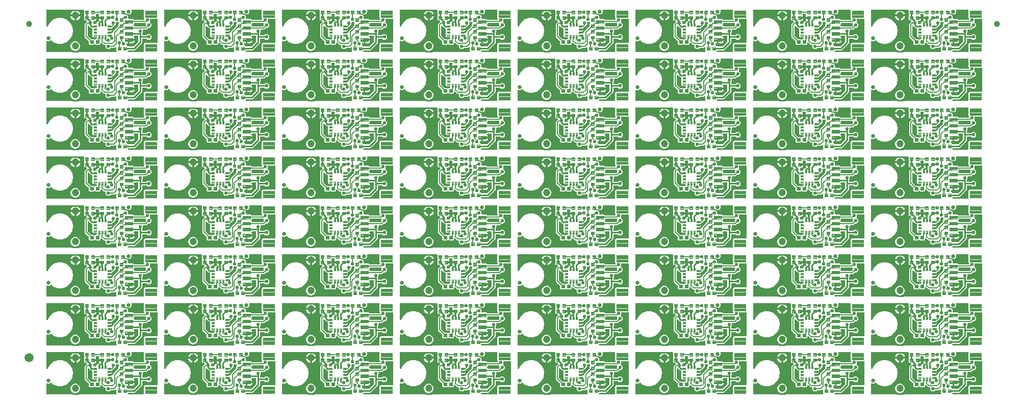
<source format=gtl>
G04 EAGLE Gerber RS-274X export*
G75*
%MOMM*%
%FSLAX34Y34*%
%LPD*%
%INTop Copper*%
%IPPOS*%
%AMOC8*
5,1,8,0,0,1.08239X$1,22.5*%
G01*
%ADD10C,0.102000*%
%ADD11C,0.635000*%
%ADD12C,0.096000*%
%ADD13C,1.200000*%
%ADD14C,0.101500*%
%ADD15C,1.000000*%
%ADD16C,1.500000*%
%ADD17C,0.279400*%
%ADD18C,0.554000*%
%ADD19C,0.152400*%
%ADD20C,0.254000*%
%ADD21C,0.558800*%

G36*
X439235Y571763D02*
X439235Y571763D01*
X439305Y571762D01*
X439392Y571783D01*
X439481Y571795D01*
X439546Y571820D01*
X439614Y571837D01*
X439693Y571879D01*
X439777Y571912D01*
X439833Y571953D01*
X439895Y571985D01*
X439962Y572046D01*
X440034Y572098D01*
X440079Y572152D01*
X440130Y572199D01*
X440180Y572274D01*
X440237Y572343D01*
X440267Y572407D01*
X440305Y572465D01*
X440334Y572550D01*
X440373Y572631D01*
X440386Y572700D01*
X440408Y572766D01*
X440416Y572855D01*
X440432Y572943D01*
X440428Y573013D01*
X440434Y573083D01*
X440418Y573171D01*
X440413Y573261D01*
X440391Y573327D01*
X440379Y573396D01*
X440342Y573478D01*
X440315Y573563D01*
X440277Y573622D01*
X440249Y573686D01*
X440193Y573756D01*
X440144Y573832D01*
X440094Y573880D01*
X440050Y573934D01*
X439978Y573989D01*
X439913Y574050D01*
X439852Y574084D01*
X439796Y574126D01*
X439651Y574197D01*
X437554Y575065D01*
X435365Y577254D01*
X434181Y580113D01*
X434181Y583207D01*
X435365Y586066D01*
X437554Y588255D01*
X440413Y589439D01*
X443507Y589439D01*
X446366Y588255D01*
X448555Y586066D01*
X449739Y583207D01*
X449739Y580113D01*
X448555Y577254D01*
X446366Y575065D01*
X444269Y574197D01*
X444208Y574162D01*
X444143Y574136D01*
X444070Y574084D01*
X443992Y574039D01*
X443942Y573991D01*
X443886Y573950D01*
X443828Y573880D01*
X443764Y573818D01*
X443727Y573758D01*
X443683Y573705D01*
X443645Y573623D01*
X443598Y573547D01*
X443577Y573480D01*
X443547Y573417D01*
X443530Y573329D01*
X443504Y573243D01*
X443501Y573173D01*
X443488Y573104D01*
X443493Y573015D01*
X443489Y572925D01*
X443503Y572857D01*
X443507Y572787D01*
X443535Y572702D01*
X443553Y572614D01*
X443584Y572551D01*
X443605Y572485D01*
X443653Y572409D01*
X443693Y572328D01*
X443738Y572275D01*
X443776Y572216D01*
X443841Y572154D01*
X443899Y572086D01*
X443956Y572046D01*
X444007Y571998D01*
X444086Y571955D01*
X444159Y571903D01*
X444225Y571878D01*
X444286Y571844D01*
X444372Y571822D01*
X444457Y571790D01*
X444526Y571782D01*
X444594Y571765D01*
X444754Y571755D01*
X509244Y571755D01*
X509382Y571772D01*
X509521Y571785D01*
X509540Y571792D01*
X509560Y571795D01*
X509689Y571846D01*
X509820Y571893D01*
X509837Y571904D01*
X509856Y571912D01*
X509968Y571993D01*
X510083Y572071D01*
X510096Y572087D01*
X510113Y572098D01*
X510202Y572206D01*
X510294Y572310D01*
X510303Y572328D01*
X510316Y572343D01*
X510375Y572469D01*
X510438Y572593D01*
X510443Y572613D01*
X510451Y572631D01*
X510477Y572767D01*
X510508Y572903D01*
X510507Y572924D01*
X510511Y572943D01*
X510502Y573082D01*
X510498Y573221D01*
X510492Y573241D01*
X510491Y573261D01*
X510448Y573393D01*
X510410Y573527D01*
X510399Y573544D01*
X510393Y573563D01*
X510319Y573681D01*
X510248Y573801D01*
X510230Y573822D01*
X510223Y573832D01*
X510208Y573846D01*
X510142Y573922D01*
X509905Y574158D01*
X509905Y578545D01*
X509888Y578683D01*
X509875Y578821D01*
X509868Y578840D01*
X509865Y578860D01*
X509814Y578989D01*
X509767Y579120D01*
X509756Y579137D01*
X509748Y579156D01*
X509667Y579268D01*
X509589Y579383D01*
X509573Y579397D01*
X509562Y579413D01*
X509454Y579502D01*
X509350Y579594D01*
X509332Y579603D01*
X509317Y579616D01*
X509191Y579675D01*
X509067Y579738D01*
X509047Y579743D01*
X509029Y579751D01*
X508892Y579778D01*
X508757Y579808D01*
X508736Y579807D01*
X508717Y579811D01*
X508578Y579803D01*
X508439Y579798D01*
X508419Y579793D01*
X508399Y579791D01*
X508267Y579749D01*
X508133Y579710D01*
X508116Y579700D01*
X508097Y579693D01*
X507979Y579619D01*
X507859Y579548D01*
X507838Y579530D01*
X507828Y579523D01*
X507814Y579508D01*
X507739Y579442D01*
X506908Y578611D01*
X501218Y578611D01*
X501120Y578599D01*
X501021Y578596D01*
X500962Y578579D01*
X500902Y578571D01*
X500810Y578535D01*
X500715Y578507D01*
X500663Y578477D01*
X500607Y578454D01*
X500526Y578396D01*
X500441Y578346D01*
X500366Y578280D01*
X500349Y578268D01*
X500341Y578258D01*
X500320Y578240D01*
X498708Y576627D01*
X494940Y576627D01*
X492275Y579292D01*
X492275Y582168D01*
X492260Y582286D01*
X492253Y582405D01*
X492240Y582443D01*
X492235Y582484D01*
X492192Y582594D01*
X492155Y582707D01*
X492133Y582742D01*
X492118Y582779D01*
X492049Y582875D01*
X491985Y582976D01*
X491955Y583004D01*
X491932Y583037D01*
X491840Y583113D01*
X491753Y583194D01*
X491718Y583214D01*
X491687Y583239D01*
X491579Y583290D01*
X491475Y583348D01*
X491435Y583358D01*
X491399Y583375D01*
X491282Y583397D01*
X491167Y583427D01*
X491107Y583431D01*
X491087Y583435D01*
X491066Y583433D01*
X491006Y583437D01*
X489422Y583437D01*
X485909Y586949D01*
X485800Y587035D01*
X485693Y587123D01*
X485674Y587132D01*
X485658Y587144D01*
X485530Y587200D01*
X485405Y587259D01*
X485385Y587263D01*
X485366Y587271D01*
X485228Y587293D01*
X485092Y587319D01*
X485072Y587317D01*
X485052Y587321D01*
X484913Y587307D01*
X484775Y587299D01*
X484756Y587293D01*
X484736Y587291D01*
X484604Y587244D01*
X484473Y587201D01*
X484455Y587190D01*
X484436Y587183D01*
X484321Y587105D01*
X484204Y587031D01*
X484190Y587016D01*
X484173Y587005D01*
X484081Y586900D01*
X483986Y586799D01*
X483976Y586781D01*
X483963Y586766D01*
X483899Y586642D01*
X483832Y586521D01*
X483827Y586501D01*
X483818Y586483D01*
X483788Y586347D01*
X483753Y586213D01*
X483751Y586185D01*
X483748Y586173D01*
X483749Y586152D01*
X483743Y586052D01*
X483743Y585080D01*
X482402Y583739D01*
X475526Y583739D01*
X474862Y584404D01*
X474768Y584477D01*
X474678Y584556D01*
X474642Y584574D01*
X474610Y584599D01*
X474501Y584646D01*
X474395Y584700D01*
X474356Y584709D01*
X474318Y584725D01*
X474201Y584744D01*
X474085Y584770D01*
X474044Y584769D01*
X474004Y584775D01*
X473886Y584764D01*
X473767Y584760D01*
X473728Y584749D01*
X473688Y584745D01*
X473575Y584705D01*
X473461Y584672D01*
X473427Y584651D01*
X473388Y584637D01*
X473290Y584571D01*
X473187Y584510D01*
X473142Y584470D01*
X473125Y584459D01*
X473112Y584444D01*
X473067Y584404D01*
X472402Y583739D01*
X465526Y583739D01*
X464185Y585080D01*
X464185Y589178D01*
X464173Y589276D01*
X464170Y589375D01*
X464153Y589433D01*
X464145Y589493D01*
X464109Y589585D01*
X464081Y589681D01*
X464051Y589733D01*
X464028Y589789D01*
X463970Y589869D01*
X463920Y589955D01*
X463854Y590030D01*
X463842Y590046D01*
X463832Y590054D01*
X463814Y590075D01*
X459059Y594830D01*
X457199Y596690D01*
X457199Y618272D01*
X459368Y620441D01*
X460695Y621768D01*
X460780Y621878D01*
X460869Y621985D01*
X460877Y622003D01*
X460890Y622019D01*
X460945Y622147D01*
X461004Y622273D01*
X461008Y622292D01*
X461016Y622311D01*
X461038Y622449D01*
X461064Y622585D01*
X461063Y622605D01*
X461066Y622625D01*
X461053Y622764D01*
X461044Y622902D01*
X461038Y622922D01*
X461036Y622942D01*
X460989Y623073D01*
X460946Y623205D01*
X460935Y623222D01*
X460929Y623241D01*
X460851Y623356D01*
X460776Y623474D01*
X460761Y623488D01*
X460750Y623504D01*
X460646Y623596D01*
X460545Y623692D01*
X460527Y623701D01*
X460512Y623715D01*
X460387Y623778D01*
X460266Y623845D01*
X460246Y623850D01*
X460228Y623859D01*
X460093Y623890D01*
X459958Y623925D01*
X459930Y623926D01*
X459918Y623929D01*
X459898Y623928D01*
X459797Y623935D01*
X457652Y623935D01*
X456311Y625275D01*
X456311Y632152D01*
X456643Y632483D01*
X456716Y632577D01*
X456795Y632667D01*
X456813Y632703D01*
X456838Y632734D01*
X456885Y632844D01*
X456939Y632950D01*
X456948Y632989D01*
X456964Y633026D01*
X456983Y633144D01*
X457009Y633260D01*
X457008Y633300D01*
X457014Y633340D01*
X457003Y633459D01*
X456999Y633578D01*
X456988Y633617D01*
X456984Y633657D01*
X456944Y633769D01*
X456911Y633883D01*
X456890Y633918D01*
X456877Y633956D01*
X456810Y634055D01*
X456749Y634157D01*
X456710Y634203D01*
X456698Y634219D01*
X456683Y634233D01*
X456643Y634278D01*
X456311Y634610D01*
X456311Y641096D01*
X456296Y641214D01*
X456289Y641333D01*
X456276Y641371D01*
X456271Y641412D01*
X456228Y641522D01*
X456191Y641635D01*
X456169Y641670D01*
X456154Y641707D01*
X456085Y641803D01*
X456021Y641904D01*
X455991Y641932D01*
X455968Y641965D01*
X455876Y642041D01*
X455789Y642122D01*
X455754Y642142D01*
X455723Y642167D01*
X455615Y642218D01*
X455511Y642276D01*
X455471Y642286D01*
X455435Y642303D01*
X455318Y642325D01*
X455203Y642355D01*
X455143Y642359D01*
X455123Y642363D01*
X455102Y642361D01*
X455042Y642365D01*
X446693Y642365D01*
X446589Y642352D01*
X446485Y642348D01*
X446432Y642332D01*
X446377Y642325D01*
X446280Y642287D01*
X446180Y642257D01*
X446133Y642229D01*
X446082Y642208D01*
X445997Y642147D01*
X445907Y642093D01*
X445869Y642054D01*
X445824Y642022D01*
X445757Y641941D01*
X445684Y641867D01*
X445657Y641819D01*
X445621Y641777D01*
X445577Y641682D01*
X445524Y641592D01*
X445509Y641539D01*
X445486Y641489D01*
X445466Y641387D01*
X445438Y641286D01*
X445436Y641231D01*
X445426Y641177D01*
X445433Y641072D01*
X445430Y640968D01*
X445442Y640914D01*
X445446Y640859D01*
X445478Y640760D01*
X445501Y640658D01*
X445527Y640609D01*
X445544Y640557D01*
X445600Y640468D01*
X445648Y640376D01*
X445685Y640334D01*
X445714Y640288D01*
X445790Y640216D01*
X445860Y640138D01*
X445930Y640085D01*
X445946Y640070D01*
X445959Y640063D01*
X445988Y640041D01*
X447404Y639094D01*
X448594Y637904D01*
X449529Y636506D01*
X450172Y634951D01*
X450320Y634209D01*
X442440Y634209D01*
X442322Y634194D01*
X442203Y634187D01*
X442165Y634174D01*
X442125Y634169D01*
X442014Y634126D01*
X441966Y634110D01*
X441948Y634120D01*
X441909Y634130D01*
X441873Y634147D01*
X441756Y634169D01*
X441640Y634199D01*
X441580Y634203D01*
X441560Y634207D01*
X441540Y634205D01*
X441480Y634209D01*
X433600Y634209D01*
X433748Y634951D01*
X434391Y636506D01*
X435326Y637904D01*
X436516Y639094D01*
X437932Y640041D01*
X438011Y640109D01*
X438096Y640170D01*
X438131Y640213D01*
X438173Y640249D01*
X438232Y640335D01*
X438299Y640415D01*
X438322Y640465D01*
X438353Y640511D01*
X438390Y640609D01*
X438434Y640703D01*
X438445Y640757D01*
X438464Y640809D01*
X438474Y640913D01*
X438494Y641016D01*
X438491Y641071D01*
X438496Y641125D01*
X438481Y641229D01*
X438474Y641333D01*
X438457Y641385D01*
X438449Y641440D01*
X438408Y641536D01*
X438376Y641635D01*
X438347Y641682D01*
X438325Y641733D01*
X438262Y641816D01*
X438206Y641904D01*
X438166Y641942D01*
X438132Y641986D01*
X438051Y642050D01*
X437974Y642122D01*
X437926Y642149D01*
X437883Y642183D01*
X437787Y642225D01*
X437696Y642276D01*
X437643Y642289D01*
X437592Y642312D01*
X437489Y642329D01*
X437388Y642355D01*
X437300Y642361D01*
X437278Y642364D01*
X437264Y642363D01*
X437227Y642365D01*
X395224Y642365D01*
X395106Y642350D01*
X394987Y642343D01*
X394949Y642330D01*
X394908Y642325D01*
X394798Y642282D01*
X394685Y642245D01*
X394650Y642223D01*
X394613Y642208D01*
X394517Y642139D01*
X394416Y642075D01*
X394388Y642045D01*
X394355Y642022D01*
X394279Y641930D01*
X394198Y641843D01*
X394178Y641808D01*
X394153Y641777D01*
X394102Y641669D01*
X394044Y641565D01*
X394034Y641525D01*
X394017Y641489D01*
X393995Y641372D01*
X393965Y641257D01*
X393961Y641197D01*
X393957Y641177D01*
X393959Y641156D01*
X393955Y641096D01*
X393955Y615317D01*
X393973Y615173D01*
X393988Y615027D01*
X393993Y615015D01*
X393995Y615001D01*
X394048Y614866D01*
X394099Y614729D01*
X394107Y614718D01*
X394112Y614706D01*
X394197Y614588D01*
X394280Y614468D01*
X394290Y614459D01*
X394298Y614448D01*
X394411Y614355D01*
X394521Y614260D01*
X394533Y614254D01*
X394543Y614245D01*
X394675Y614184D01*
X394806Y614119D01*
X394819Y614116D01*
X394831Y614110D01*
X394973Y614083D01*
X395117Y614052D01*
X395130Y614053D01*
X395143Y614050D01*
X395288Y614059D01*
X395434Y614065D01*
X395447Y614069D01*
X395461Y614070D01*
X395599Y614115D01*
X395739Y614157D01*
X395751Y614164D01*
X395763Y614168D01*
X395887Y614246D01*
X396011Y614321D01*
X396021Y614331D01*
X396032Y614338D01*
X396132Y614445D01*
X396234Y614548D01*
X396244Y614564D01*
X396250Y614570D01*
X396258Y614585D01*
X396323Y614682D01*
X399963Y620987D01*
X405727Y625823D01*
X412798Y628397D01*
X420322Y628397D01*
X427393Y625823D01*
X433157Y620987D01*
X436919Y614470D01*
X438226Y607060D01*
X436919Y599650D01*
X433157Y593134D01*
X427393Y588297D01*
X420322Y585723D01*
X412798Y585723D01*
X405727Y588297D01*
X402663Y590868D01*
X402609Y590903D01*
X402561Y590945D01*
X402476Y590989D01*
X402395Y591041D01*
X402335Y591061D01*
X402278Y591090D01*
X402184Y591111D01*
X402093Y591141D01*
X402030Y591145D01*
X401967Y591159D01*
X401872Y591157D01*
X401776Y591163D01*
X401713Y591152D01*
X401649Y591150D01*
X401557Y591123D01*
X401463Y591106D01*
X401405Y591079D01*
X401344Y591061D01*
X401262Y591013D01*
X401175Y590973D01*
X401125Y590932D01*
X401070Y590900D01*
X400949Y590793D01*
X400570Y590414D01*
X398749Y589660D01*
X396779Y589660D01*
X395710Y590103D01*
X395662Y590116D01*
X395617Y590137D01*
X395509Y590158D01*
X395403Y590187D01*
X395353Y590188D01*
X395304Y590197D01*
X395195Y590190D01*
X395085Y590192D01*
X395037Y590180D01*
X394987Y590177D01*
X394883Y590144D01*
X394776Y590118D01*
X394732Y590095D01*
X394685Y590079D01*
X394592Y590021D01*
X394495Y589969D01*
X394458Y589936D01*
X394416Y589909D01*
X394341Y589829D01*
X394259Y589755D01*
X394232Y589714D01*
X394198Y589678D01*
X394145Y589581D01*
X394085Y589490D01*
X394068Y589443D01*
X394044Y589399D01*
X394017Y589293D01*
X393981Y589189D01*
X393977Y589139D01*
X393965Y589091D01*
X393955Y588930D01*
X393955Y573024D01*
X393970Y572906D01*
X393977Y572787D01*
X393990Y572749D01*
X393995Y572708D01*
X394038Y572598D01*
X394075Y572485D01*
X394097Y572450D01*
X394112Y572413D01*
X394181Y572317D01*
X394245Y572216D01*
X394275Y572188D01*
X394298Y572155D01*
X394390Y572079D01*
X394477Y571998D01*
X394512Y571978D01*
X394543Y571953D01*
X394651Y571902D01*
X394755Y571844D01*
X394795Y571834D01*
X394831Y571817D01*
X394948Y571795D01*
X395063Y571765D01*
X395123Y571761D01*
X395143Y571757D01*
X395164Y571759D01*
X395224Y571755D01*
X439166Y571755D01*
X439235Y571763D01*
G37*
G36*
X1221555Y165363D02*
X1221555Y165363D01*
X1221625Y165362D01*
X1221712Y165383D01*
X1221801Y165395D01*
X1221866Y165420D01*
X1221934Y165437D01*
X1222013Y165479D01*
X1222097Y165512D01*
X1222153Y165553D01*
X1222215Y165585D01*
X1222282Y165646D01*
X1222354Y165698D01*
X1222399Y165752D01*
X1222450Y165799D01*
X1222500Y165874D01*
X1222557Y165943D01*
X1222587Y166007D01*
X1222625Y166065D01*
X1222654Y166150D01*
X1222693Y166231D01*
X1222706Y166300D01*
X1222728Y166366D01*
X1222736Y166455D01*
X1222752Y166543D01*
X1222748Y166613D01*
X1222754Y166683D01*
X1222738Y166771D01*
X1222733Y166861D01*
X1222711Y166927D01*
X1222699Y166996D01*
X1222662Y167078D01*
X1222635Y167163D01*
X1222597Y167222D01*
X1222569Y167286D01*
X1222513Y167356D01*
X1222464Y167432D01*
X1222414Y167480D01*
X1222370Y167534D01*
X1222298Y167589D01*
X1222233Y167650D01*
X1222172Y167684D01*
X1222116Y167726D01*
X1221971Y167797D01*
X1219874Y168665D01*
X1217685Y170854D01*
X1216501Y173713D01*
X1216501Y176807D01*
X1217685Y179666D01*
X1219874Y181855D01*
X1222733Y183039D01*
X1225827Y183039D01*
X1228686Y181855D01*
X1230875Y179666D01*
X1232059Y176807D01*
X1232059Y173713D01*
X1230875Y170854D01*
X1228686Y168665D01*
X1226589Y167797D01*
X1226528Y167762D01*
X1226463Y167736D01*
X1226390Y167684D01*
X1226312Y167639D01*
X1226262Y167591D01*
X1226206Y167550D01*
X1226148Y167480D01*
X1226084Y167418D01*
X1226047Y167358D01*
X1226003Y167305D01*
X1225965Y167223D01*
X1225918Y167147D01*
X1225897Y167080D01*
X1225867Y167017D01*
X1225850Y166929D01*
X1225824Y166843D01*
X1225821Y166773D01*
X1225808Y166704D01*
X1225813Y166615D01*
X1225809Y166525D01*
X1225823Y166457D01*
X1225827Y166387D01*
X1225855Y166302D01*
X1225873Y166214D01*
X1225904Y166151D01*
X1225925Y166085D01*
X1225973Y166009D01*
X1226013Y165928D01*
X1226058Y165875D01*
X1226096Y165816D01*
X1226161Y165754D01*
X1226219Y165686D01*
X1226276Y165646D01*
X1226327Y165598D01*
X1226406Y165555D01*
X1226479Y165503D01*
X1226545Y165478D01*
X1226606Y165444D01*
X1226692Y165422D01*
X1226777Y165390D01*
X1226846Y165382D01*
X1226914Y165365D01*
X1227074Y165355D01*
X1291564Y165355D01*
X1291702Y165372D01*
X1291841Y165385D01*
X1291860Y165392D01*
X1291880Y165395D01*
X1292009Y165446D01*
X1292140Y165493D01*
X1292157Y165504D01*
X1292176Y165512D01*
X1292288Y165593D01*
X1292403Y165671D01*
X1292416Y165687D01*
X1292433Y165698D01*
X1292522Y165806D01*
X1292614Y165910D01*
X1292623Y165928D01*
X1292636Y165943D01*
X1292695Y166069D01*
X1292758Y166193D01*
X1292763Y166213D01*
X1292771Y166231D01*
X1292797Y166367D01*
X1292828Y166503D01*
X1292827Y166524D01*
X1292831Y166543D01*
X1292822Y166682D01*
X1292818Y166821D01*
X1292812Y166841D01*
X1292811Y166861D01*
X1292768Y166993D01*
X1292730Y167127D01*
X1292719Y167144D01*
X1292713Y167163D01*
X1292639Y167281D01*
X1292568Y167401D01*
X1292550Y167422D01*
X1292543Y167432D01*
X1292528Y167446D01*
X1292462Y167522D01*
X1292225Y167758D01*
X1292225Y172145D01*
X1292208Y172283D01*
X1292195Y172421D01*
X1292188Y172440D01*
X1292185Y172460D01*
X1292134Y172589D01*
X1292087Y172720D01*
X1292076Y172737D01*
X1292068Y172756D01*
X1291987Y172868D01*
X1291909Y172983D01*
X1291893Y172997D01*
X1291882Y173013D01*
X1291774Y173102D01*
X1291670Y173194D01*
X1291652Y173203D01*
X1291637Y173216D01*
X1291511Y173275D01*
X1291387Y173338D01*
X1291367Y173343D01*
X1291349Y173351D01*
X1291212Y173378D01*
X1291077Y173408D01*
X1291056Y173407D01*
X1291037Y173411D01*
X1290898Y173403D01*
X1290759Y173398D01*
X1290739Y173393D01*
X1290719Y173391D01*
X1290587Y173349D01*
X1290453Y173310D01*
X1290436Y173300D01*
X1290417Y173293D01*
X1290299Y173219D01*
X1290179Y173148D01*
X1290158Y173130D01*
X1290148Y173123D01*
X1290134Y173108D01*
X1290059Y173042D01*
X1289228Y172211D01*
X1283538Y172211D01*
X1283440Y172199D01*
X1283341Y172196D01*
X1283282Y172179D01*
X1283222Y172171D01*
X1283130Y172135D01*
X1283035Y172107D01*
X1282983Y172077D01*
X1282927Y172054D01*
X1282846Y171996D01*
X1282761Y171946D01*
X1282686Y171880D01*
X1282669Y171868D01*
X1282661Y171858D01*
X1282640Y171840D01*
X1281028Y170227D01*
X1277260Y170227D01*
X1274595Y172892D01*
X1274595Y175768D01*
X1274580Y175886D01*
X1274573Y176005D01*
X1274560Y176043D01*
X1274555Y176084D01*
X1274512Y176194D01*
X1274475Y176307D01*
X1274453Y176342D01*
X1274438Y176379D01*
X1274369Y176475D01*
X1274305Y176576D01*
X1274275Y176604D01*
X1274252Y176637D01*
X1274160Y176713D01*
X1274073Y176794D01*
X1274038Y176814D01*
X1274007Y176839D01*
X1273899Y176890D01*
X1273795Y176948D01*
X1273755Y176958D01*
X1273719Y176975D01*
X1273602Y176997D01*
X1273487Y177027D01*
X1273427Y177031D01*
X1273407Y177035D01*
X1273386Y177033D01*
X1273326Y177037D01*
X1271742Y177037D01*
X1269882Y178897D01*
X1268229Y180549D01*
X1268120Y180635D01*
X1268013Y180723D01*
X1267994Y180732D01*
X1267978Y180744D01*
X1267850Y180800D01*
X1267725Y180859D01*
X1267705Y180863D01*
X1267686Y180871D01*
X1267548Y180893D01*
X1267412Y180919D01*
X1267392Y180917D01*
X1267372Y180921D01*
X1267233Y180907D01*
X1267095Y180899D01*
X1267076Y180893D01*
X1267056Y180891D01*
X1266924Y180844D01*
X1266793Y180801D01*
X1266775Y180790D01*
X1266756Y180783D01*
X1266641Y180705D01*
X1266524Y180631D01*
X1266510Y180616D01*
X1266493Y180605D01*
X1266401Y180500D01*
X1266306Y180399D01*
X1266296Y180381D01*
X1266283Y180366D01*
X1266219Y180242D01*
X1266152Y180121D01*
X1266147Y180101D01*
X1266138Y180083D01*
X1266108Y179947D01*
X1266073Y179813D01*
X1266071Y179785D01*
X1266068Y179773D01*
X1266069Y179752D01*
X1266063Y179652D01*
X1266063Y178680D01*
X1264722Y177339D01*
X1257846Y177339D01*
X1257182Y178004D01*
X1257088Y178076D01*
X1256998Y178156D01*
X1256962Y178174D01*
X1256930Y178199D01*
X1256821Y178246D01*
X1256715Y178300D01*
X1256676Y178309D01*
X1256638Y178325D01*
X1256521Y178344D01*
X1256405Y178370D01*
X1256364Y178369D01*
X1256324Y178375D01*
X1256206Y178364D01*
X1256087Y178360D01*
X1256048Y178349D01*
X1256008Y178345D01*
X1255895Y178305D01*
X1255781Y178272D01*
X1255747Y178251D01*
X1255708Y178237D01*
X1255610Y178171D01*
X1255507Y178110D01*
X1255462Y178070D01*
X1255445Y178059D01*
X1255432Y178044D01*
X1255387Y178004D01*
X1254722Y177339D01*
X1247846Y177339D01*
X1246505Y178680D01*
X1246505Y182778D01*
X1246493Y182876D01*
X1246490Y182975D01*
X1246473Y183033D01*
X1246465Y183093D01*
X1246429Y183185D01*
X1246401Y183281D01*
X1246371Y183333D01*
X1246348Y183389D01*
X1246290Y183469D01*
X1246240Y183555D01*
X1246174Y183630D01*
X1246162Y183646D01*
X1246152Y183654D01*
X1246134Y183675D01*
X1241379Y188430D01*
X1239519Y190290D01*
X1239519Y211872D01*
X1241688Y214041D01*
X1243015Y215368D01*
X1243100Y215478D01*
X1243189Y215585D01*
X1243197Y215603D01*
X1243210Y215619D01*
X1243265Y215747D01*
X1243324Y215873D01*
X1243328Y215892D01*
X1243336Y215911D01*
X1243358Y216049D01*
X1243384Y216185D01*
X1243383Y216205D01*
X1243386Y216225D01*
X1243373Y216364D01*
X1243364Y216502D01*
X1243358Y216522D01*
X1243356Y216542D01*
X1243309Y216673D01*
X1243266Y216805D01*
X1243255Y216822D01*
X1243249Y216841D01*
X1243171Y216956D01*
X1243096Y217074D01*
X1243081Y217088D01*
X1243070Y217104D01*
X1242966Y217196D01*
X1242865Y217292D01*
X1242847Y217301D01*
X1242832Y217315D01*
X1242707Y217378D01*
X1242586Y217445D01*
X1242566Y217450D01*
X1242548Y217459D01*
X1242413Y217490D01*
X1242278Y217525D01*
X1242250Y217526D01*
X1242238Y217529D01*
X1242218Y217528D01*
X1242117Y217535D01*
X1239972Y217535D01*
X1238631Y218875D01*
X1238631Y225752D01*
X1238963Y226083D01*
X1239036Y226177D01*
X1239115Y226267D01*
X1239133Y226303D01*
X1239158Y226334D01*
X1239205Y226444D01*
X1239259Y226550D01*
X1239268Y226589D01*
X1239284Y226626D01*
X1239303Y226744D01*
X1239329Y226860D01*
X1239328Y226900D01*
X1239334Y226940D01*
X1239323Y227059D01*
X1239319Y227178D01*
X1239308Y227217D01*
X1239304Y227257D01*
X1239264Y227369D01*
X1239231Y227483D01*
X1239210Y227518D01*
X1239197Y227556D01*
X1239130Y227655D01*
X1239069Y227757D01*
X1239030Y227803D01*
X1239018Y227819D01*
X1239003Y227833D01*
X1238963Y227878D01*
X1238631Y228210D01*
X1238631Y234696D01*
X1238616Y234814D01*
X1238609Y234933D01*
X1238596Y234971D01*
X1238591Y235012D01*
X1238548Y235122D01*
X1238511Y235235D01*
X1238489Y235270D01*
X1238474Y235307D01*
X1238405Y235403D01*
X1238341Y235504D01*
X1238311Y235532D01*
X1238288Y235565D01*
X1238196Y235641D01*
X1238109Y235722D01*
X1238074Y235742D01*
X1238043Y235767D01*
X1237935Y235818D01*
X1237831Y235876D01*
X1237791Y235886D01*
X1237755Y235903D01*
X1237638Y235925D01*
X1237523Y235955D01*
X1237463Y235959D01*
X1237443Y235963D01*
X1237422Y235961D01*
X1237362Y235965D01*
X1229013Y235965D01*
X1228909Y235952D01*
X1228805Y235948D01*
X1228752Y235932D01*
X1228697Y235925D01*
X1228600Y235887D01*
X1228500Y235857D01*
X1228453Y235829D01*
X1228402Y235808D01*
X1228317Y235747D01*
X1228227Y235693D01*
X1228189Y235654D01*
X1228144Y235622D01*
X1228077Y235541D01*
X1228004Y235467D01*
X1227977Y235419D01*
X1227941Y235377D01*
X1227897Y235282D01*
X1227844Y235192D01*
X1227829Y235139D01*
X1227806Y235089D01*
X1227786Y234987D01*
X1227758Y234886D01*
X1227756Y234831D01*
X1227746Y234777D01*
X1227753Y234672D01*
X1227750Y234568D01*
X1227762Y234514D01*
X1227766Y234459D01*
X1227798Y234360D01*
X1227821Y234258D01*
X1227847Y234209D01*
X1227864Y234157D01*
X1227920Y234068D01*
X1227968Y233976D01*
X1228005Y233934D01*
X1228034Y233888D01*
X1228110Y233816D01*
X1228180Y233738D01*
X1228250Y233685D01*
X1228266Y233670D01*
X1228279Y233663D01*
X1228308Y233641D01*
X1229724Y232694D01*
X1230914Y231504D01*
X1231849Y230106D01*
X1232492Y228551D01*
X1232640Y227809D01*
X1224760Y227809D01*
X1224642Y227794D01*
X1224523Y227787D01*
X1224485Y227774D01*
X1224445Y227769D01*
X1224334Y227726D01*
X1224286Y227710D01*
X1224268Y227720D01*
X1224229Y227730D01*
X1224193Y227747D01*
X1224076Y227769D01*
X1223960Y227799D01*
X1223900Y227803D01*
X1223880Y227807D01*
X1223860Y227805D01*
X1223800Y227809D01*
X1215920Y227809D01*
X1216068Y228551D01*
X1216711Y230106D01*
X1217646Y231504D01*
X1218836Y232694D01*
X1220252Y233641D01*
X1220331Y233709D01*
X1220416Y233770D01*
X1220451Y233813D01*
X1220493Y233849D01*
X1220552Y233935D01*
X1220619Y234015D01*
X1220642Y234065D01*
X1220673Y234111D01*
X1220710Y234209D01*
X1220754Y234303D01*
X1220765Y234357D01*
X1220784Y234409D01*
X1220794Y234513D01*
X1220814Y234616D01*
X1220811Y234671D01*
X1220816Y234725D01*
X1220801Y234829D01*
X1220794Y234933D01*
X1220777Y234985D01*
X1220769Y235040D01*
X1220728Y235136D01*
X1220696Y235235D01*
X1220667Y235282D01*
X1220645Y235333D01*
X1220582Y235416D01*
X1220526Y235504D01*
X1220486Y235542D01*
X1220452Y235586D01*
X1220371Y235650D01*
X1220294Y235722D01*
X1220246Y235749D01*
X1220203Y235783D01*
X1220107Y235825D01*
X1220016Y235876D01*
X1219963Y235889D01*
X1219912Y235912D01*
X1219809Y235929D01*
X1219708Y235955D01*
X1219620Y235961D01*
X1219598Y235964D01*
X1219584Y235963D01*
X1219547Y235965D01*
X1177544Y235965D01*
X1177426Y235950D01*
X1177307Y235943D01*
X1177269Y235930D01*
X1177228Y235925D01*
X1177118Y235882D01*
X1177005Y235845D01*
X1176970Y235823D01*
X1176933Y235808D01*
X1176837Y235739D01*
X1176736Y235675D01*
X1176708Y235645D01*
X1176675Y235622D01*
X1176599Y235530D01*
X1176518Y235443D01*
X1176498Y235408D01*
X1176473Y235377D01*
X1176422Y235269D01*
X1176364Y235165D01*
X1176354Y235125D01*
X1176337Y235089D01*
X1176315Y234972D01*
X1176285Y234857D01*
X1176281Y234797D01*
X1176277Y234777D01*
X1176279Y234756D01*
X1176275Y234696D01*
X1176275Y208917D01*
X1176293Y208773D01*
X1176308Y208627D01*
X1176313Y208615D01*
X1176315Y208601D01*
X1176368Y208466D01*
X1176419Y208329D01*
X1176427Y208318D01*
X1176432Y208306D01*
X1176517Y208188D01*
X1176600Y208068D01*
X1176610Y208059D01*
X1176618Y208048D01*
X1176731Y207955D01*
X1176841Y207860D01*
X1176853Y207854D01*
X1176863Y207845D01*
X1176995Y207784D01*
X1177126Y207719D01*
X1177139Y207716D01*
X1177151Y207710D01*
X1177293Y207683D01*
X1177437Y207652D01*
X1177450Y207653D01*
X1177463Y207650D01*
X1177608Y207659D01*
X1177754Y207665D01*
X1177767Y207669D01*
X1177781Y207670D01*
X1177919Y207715D01*
X1178059Y207757D01*
X1178071Y207764D01*
X1178083Y207768D01*
X1178207Y207846D01*
X1178331Y207921D01*
X1178341Y207931D01*
X1178352Y207938D01*
X1178452Y208045D01*
X1178554Y208148D01*
X1178564Y208164D01*
X1178570Y208170D01*
X1178578Y208185D01*
X1178643Y208282D01*
X1182283Y214587D01*
X1188047Y219423D01*
X1195118Y221997D01*
X1202642Y221997D01*
X1209713Y219423D01*
X1215477Y214587D01*
X1219239Y208070D01*
X1220546Y200660D01*
X1219239Y193250D01*
X1215477Y186734D01*
X1209713Y181897D01*
X1202642Y179323D01*
X1195118Y179323D01*
X1188047Y181897D01*
X1184983Y184468D01*
X1184929Y184503D01*
X1184881Y184545D01*
X1184796Y184589D01*
X1184715Y184641D01*
X1184655Y184661D01*
X1184598Y184690D01*
X1184504Y184711D01*
X1184413Y184741D01*
X1184350Y184745D01*
X1184287Y184759D01*
X1184192Y184757D01*
X1184096Y184763D01*
X1184033Y184752D01*
X1183969Y184750D01*
X1183877Y184723D01*
X1183783Y184706D01*
X1183725Y184679D01*
X1183664Y184661D01*
X1183582Y184613D01*
X1183495Y184573D01*
X1183445Y184532D01*
X1183390Y184500D01*
X1183269Y184393D01*
X1182890Y184014D01*
X1181069Y183260D01*
X1179099Y183260D01*
X1178030Y183703D01*
X1177982Y183716D01*
X1177937Y183737D01*
X1177829Y183758D01*
X1177723Y183787D01*
X1177673Y183788D01*
X1177624Y183797D01*
X1177515Y183790D01*
X1177405Y183792D01*
X1177357Y183780D01*
X1177307Y183777D01*
X1177203Y183743D01*
X1177096Y183718D01*
X1177052Y183695D01*
X1177005Y183679D01*
X1176912Y183621D01*
X1176815Y183569D01*
X1176778Y183536D01*
X1176736Y183509D01*
X1176661Y183429D01*
X1176579Y183355D01*
X1176552Y183314D01*
X1176518Y183278D01*
X1176465Y183181D01*
X1176405Y183090D01*
X1176388Y183042D01*
X1176364Y182999D01*
X1176337Y182893D01*
X1176301Y182789D01*
X1176297Y182739D01*
X1176285Y182691D01*
X1176275Y182530D01*
X1176275Y166624D01*
X1176290Y166506D01*
X1176297Y166387D01*
X1176310Y166349D01*
X1176315Y166308D01*
X1176358Y166198D01*
X1176395Y166085D01*
X1176417Y166050D01*
X1176432Y166013D01*
X1176501Y165917D01*
X1176565Y165816D01*
X1176595Y165788D01*
X1176618Y165755D01*
X1176710Y165679D01*
X1176797Y165598D01*
X1176832Y165578D01*
X1176863Y165553D01*
X1176971Y165502D01*
X1177075Y165444D01*
X1177115Y165434D01*
X1177151Y165417D01*
X1177268Y165395D01*
X1177383Y165365D01*
X1177443Y165361D01*
X1177463Y165357D01*
X1177484Y165359D01*
X1177544Y165355D01*
X1221486Y165355D01*
X1221555Y165363D01*
G37*
G36*
X48075Y2803D02*
X48075Y2803D01*
X48145Y2802D01*
X48232Y2823D01*
X48321Y2835D01*
X48386Y2860D01*
X48454Y2877D01*
X48533Y2919D01*
X48617Y2952D01*
X48673Y2993D01*
X48735Y3025D01*
X48802Y3086D01*
X48874Y3138D01*
X48919Y3192D01*
X48970Y3239D01*
X49020Y3314D01*
X49077Y3383D01*
X49107Y3447D01*
X49145Y3505D01*
X49174Y3590D01*
X49213Y3671D01*
X49226Y3740D01*
X49248Y3806D01*
X49256Y3895D01*
X49272Y3983D01*
X49268Y4053D01*
X49274Y4123D01*
X49258Y4211D01*
X49253Y4301D01*
X49231Y4367D01*
X49219Y4436D01*
X49182Y4518D01*
X49155Y4603D01*
X49117Y4662D01*
X49089Y4726D01*
X49033Y4796D01*
X48984Y4872D01*
X48934Y4920D01*
X48890Y4974D01*
X48818Y5029D01*
X48753Y5090D01*
X48692Y5124D01*
X48636Y5166D01*
X48491Y5237D01*
X46394Y6105D01*
X44205Y8294D01*
X43021Y11153D01*
X43021Y14247D01*
X44205Y17106D01*
X46394Y19295D01*
X49253Y20479D01*
X52347Y20479D01*
X55206Y19295D01*
X57395Y17106D01*
X58579Y14247D01*
X58579Y11153D01*
X57395Y8294D01*
X55206Y6105D01*
X53109Y5237D01*
X53048Y5202D01*
X52983Y5176D01*
X52910Y5124D01*
X52832Y5079D01*
X52782Y5031D01*
X52726Y4990D01*
X52668Y4920D01*
X52604Y4858D01*
X52567Y4798D01*
X52523Y4745D01*
X52485Y4663D01*
X52438Y4587D01*
X52417Y4520D01*
X52387Y4457D01*
X52370Y4369D01*
X52344Y4283D01*
X52341Y4213D01*
X52328Y4144D01*
X52333Y4055D01*
X52329Y3965D01*
X52343Y3897D01*
X52347Y3827D01*
X52375Y3742D01*
X52393Y3654D01*
X52424Y3591D01*
X52445Y3525D01*
X52493Y3449D01*
X52533Y3368D01*
X52578Y3315D01*
X52616Y3256D01*
X52681Y3194D01*
X52739Y3126D01*
X52796Y3086D01*
X52847Y3038D01*
X52926Y2995D01*
X52999Y2943D01*
X53065Y2918D01*
X53126Y2884D01*
X53212Y2862D01*
X53297Y2830D01*
X53366Y2822D01*
X53434Y2805D01*
X53594Y2795D01*
X118084Y2795D01*
X118222Y2812D01*
X118361Y2825D01*
X118380Y2832D01*
X118400Y2835D01*
X118529Y2886D01*
X118660Y2933D01*
X118677Y2944D01*
X118696Y2952D01*
X118808Y3033D01*
X118923Y3111D01*
X118936Y3127D01*
X118953Y3138D01*
X119042Y3246D01*
X119134Y3350D01*
X119143Y3368D01*
X119156Y3383D01*
X119215Y3509D01*
X119278Y3633D01*
X119283Y3653D01*
X119291Y3671D01*
X119317Y3807D01*
X119348Y3943D01*
X119347Y3964D01*
X119351Y3983D01*
X119342Y4122D01*
X119338Y4261D01*
X119332Y4281D01*
X119331Y4301D01*
X119288Y4433D01*
X119250Y4567D01*
X119239Y4584D01*
X119233Y4603D01*
X119159Y4721D01*
X119088Y4841D01*
X119070Y4862D01*
X119063Y4872D01*
X119048Y4886D01*
X118982Y4962D01*
X118745Y5198D01*
X118745Y9585D01*
X118728Y9723D01*
X118715Y9861D01*
X118708Y9880D01*
X118705Y9900D01*
X118654Y10029D01*
X118607Y10160D01*
X118596Y10177D01*
X118588Y10196D01*
X118507Y10308D01*
X118429Y10423D01*
X118413Y10437D01*
X118402Y10453D01*
X118294Y10542D01*
X118190Y10634D01*
X118172Y10643D01*
X118157Y10656D01*
X118031Y10715D01*
X117907Y10778D01*
X117887Y10783D01*
X117869Y10791D01*
X117732Y10818D01*
X117597Y10848D01*
X117576Y10847D01*
X117557Y10851D01*
X117418Y10843D01*
X117279Y10838D01*
X117259Y10833D01*
X117239Y10831D01*
X117107Y10789D01*
X116973Y10750D01*
X116956Y10740D01*
X116937Y10733D01*
X116819Y10659D01*
X116699Y10588D01*
X116678Y10570D01*
X116668Y10563D01*
X116654Y10548D01*
X116579Y10482D01*
X115748Y9651D01*
X110058Y9651D01*
X109960Y9639D01*
X109861Y9636D01*
X109802Y9619D01*
X109742Y9611D01*
X109650Y9575D01*
X109555Y9547D01*
X109503Y9517D01*
X109447Y9494D01*
X109367Y9436D01*
X109281Y9386D01*
X109206Y9320D01*
X109189Y9308D01*
X109182Y9298D01*
X109160Y9280D01*
X107548Y7667D01*
X103780Y7667D01*
X101115Y10332D01*
X101115Y13208D01*
X101100Y13326D01*
X101093Y13445D01*
X101080Y13483D01*
X101075Y13524D01*
X101032Y13634D01*
X100995Y13747D01*
X100973Y13782D01*
X100958Y13819D01*
X100889Y13915D01*
X100825Y14016D01*
X100795Y14044D01*
X100772Y14077D01*
X100680Y14153D01*
X100593Y14234D01*
X100558Y14254D01*
X100527Y14279D01*
X100419Y14330D01*
X100315Y14388D01*
X100275Y14398D01*
X100239Y14415D01*
X100122Y14437D01*
X100007Y14467D01*
X99947Y14471D01*
X99927Y14475D01*
X99906Y14473D01*
X99846Y14477D01*
X98262Y14477D01*
X94749Y17989D01*
X94640Y18075D01*
X94533Y18163D01*
X94514Y18172D01*
X94498Y18184D01*
X94370Y18240D01*
X94245Y18299D01*
X94225Y18303D01*
X94206Y18311D01*
X94068Y18333D01*
X93932Y18359D01*
X93912Y18357D01*
X93892Y18361D01*
X93753Y18347D01*
X93615Y18339D01*
X93596Y18333D01*
X93576Y18331D01*
X93444Y18284D01*
X93313Y18241D01*
X93295Y18230D01*
X93276Y18223D01*
X93161Y18145D01*
X93044Y18071D01*
X93030Y18056D01*
X93013Y18045D01*
X92921Y17940D01*
X92826Y17839D01*
X92816Y17821D01*
X92803Y17806D01*
X92739Y17682D01*
X92672Y17561D01*
X92667Y17541D01*
X92658Y17523D01*
X92628Y17387D01*
X92593Y17253D01*
X92591Y17225D01*
X92588Y17213D01*
X92589Y17192D01*
X92583Y17092D01*
X92583Y16120D01*
X91242Y14779D01*
X84366Y14779D01*
X83702Y15444D01*
X83608Y15517D01*
X83518Y15596D01*
X83482Y15614D01*
X83450Y15639D01*
X83341Y15686D01*
X83235Y15740D01*
X83196Y15749D01*
X83158Y15765D01*
X83041Y15784D01*
X82925Y15810D01*
X82884Y15809D01*
X82844Y15815D01*
X82726Y15804D01*
X82607Y15800D01*
X82568Y15789D01*
X82528Y15785D01*
X82415Y15745D01*
X82301Y15712D01*
X82267Y15691D01*
X82228Y15677D01*
X82130Y15611D01*
X82027Y15550D01*
X81982Y15510D01*
X81965Y15499D01*
X81952Y15484D01*
X81907Y15444D01*
X81242Y14779D01*
X74366Y14779D01*
X73025Y16120D01*
X73025Y20218D01*
X73013Y20316D01*
X73010Y20415D01*
X72993Y20473D01*
X72985Y20533D01*
X72949Y20625D01*
X72921Y20721D01*
X72891Y20773D01*
X72868Y20829D01*
X72810Y20909D01*
X72760Y20994D01*
X72694Y21070D01*
X72682Y21086D01*
X72672Y21094D01*
X72654Y21115D01*
X67899Y25870D01*
X66039Y27730D01*
X66039Y49312D01*
X68208Y51481D01*
X69535Y52808D01*
X69620Y52918D01*
X69709Y53025D01*
X69717Y53043D01*
X69730Y53059D01*
X69785Y53187D01*
X69844Y53313D01*
X69848Y53332D01*
X69856Y53351D01*
X69878Y53489D01*
X69904Y53625D01*
X69903Y53645D01*
X69906Y53665D01*
X69893Y53804D01*
X69884Y53942D01*
X69878Y53962D01*
X69876Y53982D01*
X69829Y54113D01*
X69786Y54245D01*
X69775Y54262D01*
X69769Y54281D01*
X69691Y54396D01*
X69616Y54514D01*
X69601Y54528D01*
X69590Y54544D01*
X69486Y54636D01*
X69385Y54732D01*
X69367Y54741D01*
X69352Y54755D01*
X69227Y54818D01*
X69106Y54885D01*
X69086Y54890D01*
X69068Y54899D01*
X68933Y54930D01*
X68798Y54965D01*
X68770Y54966D01*
X68758Y54969D01*
X68738Y54968D01*
X68637Y54975D01*
X66492Y54975D01*
X65151Y56315D01*
X65151Y63192D01*
X65483Y63523D01*
X65556Y63617D01*
X65635Y63707D01*
X65653Y63743D01*
X65678Y63774D01*
X65725Y63884D01*
X65779Y63990D01*
X65788Y64029D01*
X65804Y64066D01*
X65823Y64184D01*
X65849Y64300D01*
X65848Y64340D01*
X65854Y64380D01*
X65843Y64499D01*
X65839Y64618D01*
X65828Y64657D01*
X65824Y64697D01*
X65784Y64809D01*
X65751Y64923D01*
X65730Y64958D01*
X65717Y64996D01*
X65650Y65095D01*
X65589Y65197D01*
X65550Y65243D01*
X65538Y65259D01*
X65523Y65273D01*
X65483Y65318D01*
X65151Y65650D01*
X65151Y72136D01*
X65136Y72254D01*
X65129Y72373D01*
X65116Y72411D01*
X65111Y72452D01*
X65068Y72562D01*
X65031Y72675D01*
X65009Y72710D01*
X64994Y72747D01*
X64925Y72843D01*
X64861Y72944D01*
X64831Y72972D01*
X64808Y73005D01*
X64716Y73081D01*
X64629Y73162D01*
X64594Y73182D01*
X64563Y73207D01*
X64455Y73258D01*
X64351Y73316D01*
X64311Y73326D01*
X64275Y73343D01*
X64158Y73365D01*
X64043Y73395D01*
X63983Y73399D01*
X63963Y73403D01*
X63942Y73401D01*
X63882Y73405D01*
X55533Y73405D01*
X55429Y73392D01*
X55325Y73388D01*
X55272Y73372D01*
X55217Y73365D01*
X55120Y73327D01*
X55020Y73297D01*
X54973Y73269D01*
X54921Y73248D01*
X54837Y73187D01*
X54747Y73133D01*
X54709Y73094D01*
X54664Y73062D01*
X54597Y72981D01*
X54524Y72907D01*
X54496Y72859D01*
X54461Y72817D01*
X54417Y72722D01*
X54364Y72632D01*
X54349Y72579D01*
X54326Y72529D01*
X54306Y72427D01*
X54278Y72326D01*
X54276Y72271D01*
X54266Y72217D01*
X54273Y72112D01*
X54270Y72008D01*
X54282Y71954D01*
X54286Y71899D01*
X54318Y71800D01*
X54341Y71698D01*
X54367Y71649D01*
X54384Y71597D01*
X54440Y71508D01*
X54488Y71416D01*
X54524Y71375D01*
X54554Y71328D01*
X54630Y71256D01*
X54700Y71178D01*
X54770Y71125D01*
X54786Y71110D01*
X54799Y71103D01*
X54828Y71081D01*
X56244Y70134D01*
X57434Y68944D01*
X58369Y67546D01*
X59012Y65991D01*
X59160Y65249D01*
X51280Y65249D01*
X51162Y65234D01*
X51043Y65227D01*
X51005Y65214D01*
X50965Y65209D01*
X50854Y65166D01*
X50806Y65150D01*
X50788Y65160D01*
X50749Y65170D01*
X50713Y65187D01*
X50596Y65209D01*
X50480Y65239D01*
X50420Y65243D01*
X50400Y65247D01*
X50380Y65245D01*
X50320Y65249D01*
X42440Y65249D01*
X42588Y65991D01*
X43231Y67546D01*
X44166Y68944D01*
X45356Y70134D01*
X46772Y71081D01*
X46851Y71149D01*
X46936Y71210D01*
X46971Y71253D01*
X47013Y71289D01*
X47072Y71375D01*
X47139Y71455D01*
X47162Y71505D01*
X47194Y71551D01*
X47230Y71649D01*
X47274Y71743D01*
X47285Y71797D01*
X47304Y71849D01*
X47314Y71953D01*
X47334Y72056D01*
X47331Y72110D01*
X47336Y72165D01*
X47321Y72269D01*
X47314Y72373D01*
X47297Y72425D01*
X47289Y72480D01*
X47248Y72576D01*
X47216Y72675D01*
X47187Y72722D01*
X47165Y72773D01*
X47102Y72856D01*
X47046Y72944D01*
X47006Y72982D01*
X46973Y73026D01*
X46890Y73091D01*
X46814Y73162D01*
X46766Y73189D01*
X46723Y73223D01*
X46627Y73265D01*
X46536Y73316D01*
X46483Y73329D01*
X46432Y73352D01*
X46329Y73369D01*
X46228Y73395D01*
X46140Y73401D01*
X46119Y73404D01*
X46104Y73403D01*
X46067Y73405D01*
X4064Y73405D01*
X3946Y73390D01*
X3827Y73383D01*
X3789Y73370D01*
X3748Y73365D01*
X3638Y73322D01*
X3525Y73285D01*
X3490Y73263D01*
X3453Y73248D01*
X3357Y73179D01*
X3256Y73115D01*
X3228Y73085D01*
X3195Y73062D01*
X3119Y72970D01*
X3038Y72883D01*
X3018Y72848D01*
X2993Y72817D01*
X2942Y72709D01*
X2884Y72605D01*
X2874Y72565D01*
X2857Y72529D01*
X2835Y72412D01*
X2805Y72297D01*
X2801Y72237D01*
X2797Y72217D01*
X2799Y72196D01*
X2795Y72136D01*
X2795Y46357D01*
X2813Y46213D01*
X2828Y46067D01*
X2833Y46055D01*
X2835Y46041D01*
X2888Y45906D01*
X2939Y45769D01*
X2947Y45758D01*
X2952Y45746D01*
X3037Y45628D01*
X3120Y45508D01*
X3130Y45499D01*
X3138Y45488D01*
X3251Y45395D01*
X3361Y45300D01*
X3373Y45294D01*
X3383Y45285D01*
X3515Y45224D01*
X3646Y45159D01*
X3659Y45156D01*
X3671Y45150D01*
X3813Y45123D01*
X3957Y45092D01*
X3970Y45093D01*
X3983Y45090D01*
X4128Y45099D01*
X4274Y45105D01*
X4287Y45109D01*
X4301Y45110D01*
X4439Y45155D01*
X4579Y45197D01*
X4591Y45204D01*
X4603Y45208D01*
X4727Y45286D01*
X4851Y45361D01*
X4861Y45371D01*
X4872Y45378D01*
X4972Y45485D01*
X5074Y45588D01*
X5084Y45604D01*
X5090Y45610D01*
X5098Y45625D01*
X5163Y45722D01*
X8803Y52027D01*
X14567Y56863D01*
X21638Y59437D01*
X29162Y59437D01*
X36233Y56863D01*
X41997Y52027D01*
X45759Y45510D01*
X47066Y38100D01*
X45759Y30690D01*
X41997Y24174D01*
X36233Y19337D01*
X29162Y16763D01*
X21638Y16763D01*
X14567Y19337D01*
X11503Y21908D01*
X11449Y21943D01*
X11401Y21985D01*
X11316Y22029D01*
X11235Y22081D01*
X11175Y22101D01*
X11118Y22130D01*
X11024Y22151D01*
X10933Y22181D01*
X10870Y22185D01*
X10807Y22199D01*
X10712Y22197D01*
X10616Y22203D01*
X10553Y22192D01*
X10489Y22190D01*
X10397Y22163D01*
X10303Y22146D01*
X10245Y22119D01*
X10184Y22101D01*
X10102Y22053D01*
X10015Y22013D01*
X9965Y21972D01*
X9910Y21940D01*
X9789Y21833D01*
X9410Y21454D01*
X7589Y20700D01*
X5619Y20700D01*
X4550Y21143D01*
X4502Y21156D01*
X4457Y21177D01*
X4349Y21198D01*
X4243Y21227D01*
X4193Y21228D01*
X4144Y21237D01*
X4035Y21230D01*
X3925Y21232D01*
X3877Y21220D01*
X3827Y21217D01*
X3723Y21184D01*
X3616Y21158D01*
X3572Y21135D01*
X3525Y21119D01*
X3432Y21061D01*
X3335Y21009D01*
X3298Y20976D01*
X3256Y20949D01*
X3181Y20869D01*
X3099Y20795D01*
X3072Y20754D01*
X3038Y20718D01*
X2985Y20621D01*
X2925Y20530D01*
X2908Y20483D01*
X2884Y20439D01*
X2857Y20333D01*
X2821Y20229D01*
X2817Y20179D01*
X2805Y20131D01*
X2795Y19970D01*
X2795Y4064D01*
X2810Y3946D01*
X2817Y3827D01*
X2830Y3789D01*
X2835Y3748D01*
X2878Y3638D01*
X2915Y3525D01*
X2937Y3490D01*
X2952Y3453D01*
X3021Y3357D01*
X3085Y3256D01*
X3115Y3228D01*
X3138Y3195D01*
X3230Y3119D01*
X3317Y3038D01*
X3352Y3018D01*
X3383Y2993D01*
X3491Y2942D01*
X3595Y2884D01*
X3635Y2874D01*
X3671Y2857D01*
X3788Y2835D01*
X3903Y2805D01*
X3963Y2801D01*
X3983Y2797D01*
X4004Y2799D01*
X4064Y2795D01*
X48006Y2795D01*
X48075Y2803D01*
G37*
G36*
X439235Y84083D02*
X439235Y84083D01*
X439305Y84082D01*
X439392Y84103D01*
X439481Y84115D01*
X439546Y84140D01*
X439614Y84157D01*
X439693Y84199D01*
X439777Y84232D01*
X439833Y84273D01*
X439895Y84305D01*
X439962Y84366D01*
X440034Y84418D01*
X440079Y84472D01*
X440130Y84519D01*
X440180Y84594D01*
X440237Y84663D01*
X440267Y84727D01*
X440305Y84785D01*
X440334Y84870D01*
X440373Y84951D01*
X440386Y85020D01*
X440408Y85086D01*
X440416Y85175D01*
X440432Y85263D01*
X440428Y85333D01*
X440434Y85403D01*
X440418Y85491D01*
X440413Y85581D01*
X440391Y85647D01*
X440379Y85716D01*
X440342Y85798D01*
X440315Y85883D01*
X440277Y85942D01*
X440249Y86006D01*
X440193Y86076D01*
X440144Y86152D01*
X440094Y86200D01*
X440050Y86254D01*
X439978Y86309D01*
X439913Y86370D01*
X439852Y86404D01*
X439796Y86446D01*
X439651Y86517D01*
X437554Y87385D01*
X435365Y89574D01*
X434181Y92433D01*
X434181Y95527D01*
X435365Y98386D01*
X437554Y100575D01*
X440413Y101759D01*
X443507Y101759D01*
X446366Y100575D01*
X448555Y98386D01*
X449739Y95527D01*
X449739Y92433D01*
X448555Y89574D01*
X446366Y87385D01*
X444269Y86517D01*
X444208Y86482D01*
X444143Y86456D01*
X444070Y86404D01*
X443992Y86359D01*
X443942Y86311D01*
X443886Y86270D01*
X443828Y86200D01*
X443764Y86138D01*
X443727Y86078D01*
X443683Y86025D01*
X443645Y85943D01*
X443598Y85867D01*
X443577Y85800D01*
X443547Y85737D01*
X443530Y85649D01*
X443504Y85563D01*
X443501Y85493D01*
X443488Y85424D01*
X443493Y85335D01*
X443489Y85245D01*
X443503Y85177D01*
X443507Y85107D01*
X443535Y85022D01*
X443553Y84934D01*
X443584Y84871D01*
X443605Y84805D01*
X443653Y84729D01*
X443693Y84648D01*
X443738Y84595D01*
X443776Y84536D01*
X443841Y84474D01*
X443899Y84406D01*
X443956Y84366D01*
X444007Y84318D01*
X444086Y84275D01*
X444159Y84223D01*
X444225Y84198D01*
X444286Y84164D01*
X444372Y84142D01*
X444457Y84110D01*
X444526Y84102D01*
X444594Y84085D01*
X444754Y84075D01*
X509244Y84075D01*
X509382Y84092D01*
X509521Y84105D01*
X509540Y84112D01*
X509560Y84115D01*
X509689Y84166D01*
X509820Y84213D01*
X509837Y84224D01*
X509856Y84232D01*
X509968Y84313D01*
X510083Y84391D01*
X510096Y84407D01*
X510113Y84418D01*
X510202Y84526D01*
X510294Y84630D01*
X510303Y84648D01*
X510316Y84663D01*
X510375Y84789D01*
X510438Y84913D01*
X510443Y84933D01*
X510451Y84951D01*
X510477Y85087D01*
X510508Y85223D01*
X510507Y85244D01*
X510511Y85263D01*
X510502Y85402D01*
X510498Y85541D01*
X510492Y85561D01*
X510491Y85581D01*
X510448Y85713D01*
X510410Y85847D01*
X510399Y85864D01*
X510393Y85883D01*
X510319Y86001D01*
X510248Y86121D01*
X510230Y86142D01*
X510223Y86152D01*
X510208Y86166D01*
X510142Y86242D01*
X509905Y86478D01*
X509905Y90865D01*
X509888Y91003D01*
X509875Y91141D01*
X509868Y91160D01*
X509865Y91180D01*
X509814Y91309D01*
X509767Y91440D01*
X509756Y91457D01*
X509748Y91476D01*
X509667Y91588D01*
X509589Y91703D01*
X509573Y91717D01*
X509562Y91733D01*
X509454Y91822D01*
X509350Y91914D01*
X509332Y91923D01*
X509317Y91936D01*
X509191Y91995D01*
X509067Y92058D01*
X509047Y92063D01*
X509029Y92071D01*
X508892Y92098D01*
X508757Y92128D01*
X508736Y92127D01*
X508717Y92131D01*
X508578Y92123D01*
X508439Y92118D01*
X508419Y92113D01*
X508399Y92111D01*
X508267Y92069D01*
X508133Y92030D01*
X508116Y92020D01*
X508097Y92013D01*
X507979Y91939D01*
X507859Y91868D01*
X507838Y91850D01*
X507828Y91843D01*
X507814Y91828D01*
X507739Y91762D01*
X506908Y90931D01*
X501218Y90931D01*
X501120Y90919D01*
X501021Y90916D01*
X500962Y90899D01*
X500902Y90891D01*
X500810Y90855D01*
X500715Y90827D01*
X500663Y90797D01*
X500607Y90774D01*
X500527Y90716D01*
X500441Y90666D01*
X500366Y90600D01*
X500349Y90588D01*
X500342Y90578D01*
X500320Y90560D01*
X498708Y88947D01*
X494940Y88947D01*
X492275Y91612D01*
X492275Y94488D01*
X492260Y94606D01*
X492253Y94725D01*
X492240Y94763D01*
X492235Y94804D01*
X492192Y94914D01*
X492155Y95027D01*
X492133Y95062D01*
X492118Y95099D01*
X492049Y95195D01*
X491985Y95296D01*
X491955Y95324D01*
X491932Y95357D01*
X491840Y95433D01*
X491753Y95514D01*
X491718Y95534D01*
X491687Y95559D01*
X491579Y95610D01*
X491475Y95668D01*
X491435Y95678D01*
X491399Y95695D01*
X491282Y95717D01*
X491167Y95747D01*
X491107Y95751D01*
X491087Y95755D01*
X491066Y95753D01*
X491006Y95757D01*
X489422Y95757D01*
X487562Y97617D01*
X485909Y99269D01*
X485800Y99355D01*
X485693Y99443D01*
X485674Y99452D01*
X485658Y99464D01*
X485530Y99520D01*
X485405Y99579D01*
X485385Y99583D01*
X485366Y99591D01*
X485228Y99613D01*
X485092Y99639D01*
X485072Y99637D01*
X485052Y99641D01*
X484913Y99627D01*
X484775Y99619D01*
X484756Y99613D01*
X484736Y99611D01*
X484604Y99564D01*
X484473Y99521D01*
X484455Y99510D01*
X484436Y99503D01*
X484321Y99425D01*
X484204Y99351D01*
X484190Y99336D01*
X484173Y99325D01*
X484081Y99220D01*
X483986Y99119D01*
X483976Y99101D01*
X483963Y99086D01*
X483899Y98962D01*
X483832Y98841D01*
X483827Y98821D01*
X483818Y98803D01*
X483788Y98667D01*
X483753Y98533D01*
X483751Y98505D01*
X483748Y98493D01*
X483749Y98472D01*
X483743Y98372D01*
X483743Y97400D01*
X482402Y96059D01*
X475526Y96059D01*
X474862Y96724D01*
X474768Y96797D01*
X474678Y96876D01*
X474642Y96894D01*
X474610Y96919D01*
X474501Y96966D01*
X474395Y97020D01*
X474356Y97029D01*
X474318Y97045D01*
X474201Y97064D01*
X474085Y97090D01*
X474044Y97089D01*
X474004Y97095D01*
X473886Y97084D01*
X473767Y97080D01*
X473728Y97069D01*
X473688Y97065D01*
X473575Y97025D01*
X473461Y96992D01*
X473427Y96971D01*
X473388Y96957D01*
X473290Y96891D01*
X473187Y96830D01*
X473142Y96790D01*
X473125Y96779D01*
X473112Y96764D01*
X473067Y96724D01*
X472402Y96059D01*
X465526Y96059D01*
X464185Y97400D01*
X464185Y101498D01*
X464173Y101596D01*
X464170Y101695D01*
X464153Y101753D01*
X464145Y101813D01*
X464109Y101905D01*
X464081Y102001D01*
X464051Y102053D01*
X464028Y102109D01*
X463970Y102189D01*
X463920Y102274D01*
X463854Y102350D01*
X463842Y102366D01*
X463832Y102374D01*
X463814Y102395D01*
X459059Y107150D01*
X457199Y109010D01*
X457199Y130592D01*
X459368Y132761D01*
X460695Y134088D01*
X460780Y134198D01*
X460869Y134305D01*
X460877Y134323D01*
X460890Y134339D01*
X460945Y134467D01*
X461004Y134593D01*
X461008Y134612D01*
X461016Y134631D01*
X461038Y134769D01*
X461064Y134905D01*
X461063Y134925D01*
X461066Y134945D01*
X461053Y135084D01*
X461044Y135222D01*
X461038Y135242D01*
X461036Y135262D01*
X460989Y135393D01*
X460946Y135525D01*
X460935Y135542D01*
X460929Y135561D01*
X460851Y135676D01*
X460776Y135794D01*
X460761Y135808D01*
X460750Y135824D01*
X460646Y135916D01*
X460545Y136012D01*
X460527Y136021D01*
X460512Y136035D01*
X460387Y136098D01*
X460266Y136165D01*
X460246Y136170D01*
X460228Y136179D01*
X460093Y136210D01*
X459958Y136245D01*
X459930Y136246D01*
X459918Y136249D01*
X459898Y136248D01*
X459797Y136255D01*
X457652Y136255D01*
X456311Y137595D01*
X456311Y144472D01*
X456643Y144803D01*
X456716Y144897D01*
X456795Y144987D01*
X456813Y145023D01*
X456838Y145054D01*
X456885Y145164D01*
X456939Y145270D01*
X456948Y145309D01*
X456964Y145346D01*
X456983Y145464D01*
X457009Y145580D01*
X457008Y145620D01*
X457014Y145660D01*
X457003Y145779D01*
X456999Y145898D01*
X456988Y145937D01*
X456984Y145977D01*
X456944Y146089D01*
X456911Y146203D01*
X456890Y146238D01*
X456877Y146276D01*
X456810Y146375D01*
X456749Y146477D01*
X456710Y146523D01*
X456698Y146539D01*
X456683Y146553D01*
X456643Y146598D01*
X456311Y146930D01*
X456311Y153416D01*
X456296Y153534D01*
X456289Y153653D01*
X456276Y153691D01*
X456271Y153732D01*
X456228Y153842D01*
X456191Y153955D01*
X456169Y153990D01*
X456154Y154027D01*
X456085Y154123D01*
X456021Y154224D01*
X455991Y154252D01*
X455968Y154285D01*
X455876Y154361D01*
X455789Y154442D01*
X455754Y154462D01*
X455723Y154487D01*
X455615Y154538D01*
X455511Y154596D01*
X455471Y154606D01*
X455435Y154623D01*
X455318Y154645D01*
X455203Y154675D01*
X455143Y154679D01*
X455123Y154683D01*
X455102Y154681D01*
X455042Y154685D01*
X446693Y154685D01*
X446589Y154672D01*
X446485Y154668D01*
X446432Y154652D01*
X446377Y154645D01*
X446280Y154607D01*
X446180Y154577D01*
X446133Y154549D01*
X446082Y154528D01*
X445997Y154467D01*
X445907Y154413D01*
X445869Y154374D01*
X445824Y154342D01*
X445757Y154261D01*
X445684Y154187D01*
X445657Y154139D01*
X445621Y154097D01*
X445577Y154002D01*
X445524Y153912D01*
X445509Y153859D01*
X445486Y153809D01*
X445466Y153707D01*
X445438Y153606D01*
X445436Y153551D01*
X445426Y153497D01*
X445433Y153392D01*
X445430Y153288D01*
X445442Y153234D01*
X445446Y153179D01*
X445478Y153080D01*
X445501Y152978D01*
X445527Y152929D01*
X445544Y152877D01*
X445600Y152788D01*
X445648Y152696D01*
X445685Y152654D01*
X445714Y152608D01*
X445790Y152536D01*
X445860Y152458D01*
X445930Y152405D01*
X445946Y152390D01*
X445959Y152383D01*
X445988Y152361D01*
X447404Y151414D01*
X448594Y150224D01*
X449529Y148826D01*
X450172Y147271D01*
X450320Y146529D01*
X442440Y146529D01*
X442322Y146514D01*
X442203Y146507D01*
X442165Y146494D01*
X442125Y146489D01*
X442014Y146446D01*
X441966Y146430D01*
X441948Y146440D01*
X441909Y146450D01*
X441873Y146467D01*
X441756Y146489D01*
X441640Y146519D01*
X441580Y146523D01*
X441560Y146527D01*
X441540Y146525D01*
X441480Y146529D01*
X433600Y146529D01*
X433748Y147271D01*
X434391Y148826D01*
X435326Y150224D01*
X436516Y151414D01*
X437932Y152361D01*
X438011Y152429D01*
X438096Y152490D01*
X438131Y152533D01*
X438173Y152569D01*
X438232Y152655D01*
X438299Y152735D01*
X438322Y152785D01*
X438353Y152831D01*
X438390Y152929D01*
X438434Y153023D01*
X438445Y153077D01*
X438464Y153129D01*
X438474Y153233D01*
X438494Y153336D01*
X438491Y153391D01*
X438496Y153445D01*
X438481Y153549D01*
X438474Y153653D01*
X438457Y153705D01*
X438449Y153760D01*
X438408Y153856D01*
X438376Y153955D01*
X438347Y154002D01*
X438325Y154053D01*
X438262Y154136D01*
X438206Y154224D01*
X438166Y154262D01*
X438132Y154306D01*
X438051Y154370D01*
X437974Y154442D01*
X437926Y154469D01*
X437883Y154503D01*
X437787Y154545D01*
X437696Y154596D01*
X437643Y154609D01*
X437592Y154632D01*
X437489Y154649D01*
X437388Y154675D01*
X437300Y154681D01*
X437278Y154684D01*
X437264Y154683D01*
X437227Y154685D01*
X395224Y154685D01*
X395106Y154670D01*
X394987Y154663D01*
X394949Y154650D01*
X394908Y154645D01*
X394798Y154602D01*
X394685Y154565D01*
X394650Y154543D01*
X394613Y154528D01*
X394517Y154459D01*
X394416Y154395D01*
X394388Y154365D01*
X394355Y154342D01*
X394279Y154250D01*
X394198Y154163D01*
X394178Y154128D01*
X394153Y154097D01*
X394102Y153989D01*
X394044Y153885D01*
X394034Y153845D01*
X394017Y153809D01*
X393995Y153692D01*
X393965Y153577D01*
X393961Y153517D01*
X393957Y153497D01*
X393959Y153476D01*
X393955Y153416D01*
X393955Y127637D01*
X393973Y127493D01*
X393988Y127347D01*
X393993Y127335D01*
X393995Y127321D01*
X394048Y127186D01*
X394099Y127049D01*
X394107Y127038D01*
X394112Y127026D01*
X394197Y126908D01*
X394280Y126788D01*
X394290Y126779D01*
X394298Y126768D01*
X394411Y126675D01*
X394521Y126580D01*
X394533Y126574D01*
X394543Y126565D01*
X394675Y126504D01*
X394806Y126439D01*
X394819Y126436D01*
X394831Y126430D01*
X394973Y126403D01*
X395117Y126372D01*
X395130Y126373D01*
X395143Y126370D01*
X395288Y126379D01*
X395434Y126385D01*
X395447Y126389D01*
X395461Y126390D01*
X395599Y126435D01*
X395739Y126477D01*
X395751Y126484D01*
X395763Y126488D01*
X395887Y126566D01*
X396011Y126641D01*
X396021Y126651D01*
X396032Y126658D01*
X396132Y126765D01*
X396234Y126868D01*
X396244Y126884D01*
X396250Y126890D01*
X396258Y126905D01*
X396323Y127002D01*
X399963Y133307D01*
X405727Y138143D01*
X412798Y140717D01*
X420322Y140717D01*
X427393Y138143D01*
X433157Y133307D01*
X436919Y126790D01*
X438226Y119380D01*
X436919Y111970D01*
X433157Y105454D01*
X427393Y100617D01*
X420322Y98043D01*
X412798Y98043D01*
X405727Y100617D01*
X402663Y103188D01*
X402609Y103223D01*
X402561Y103265D01*
X402476Y103309D01*
X402395Y103361D01*
X402335Y103381D01*
X402278Y103410D01*
X402184Y103431D01*
X402093Y103461D01*
X402030Y103465D01*
X401967Y103479D01*
X401872Y103477D01*
X401776Y103483D01*
X401713Y103472D01*
X401649Y103470D01*
X401557Y103443D01*
X401463Y103426D01*
X401405Y103399D01*
X401344Y103381D01*
X401262Y103333D01*
X401175Y103293D01*
X401125Y103252D01*
X401070Y103220D01*
X400949Y103113D01*
X400570Y102734D01*
X398749Y101980D01*
X396779Y101980D01*
X395710Y102423D01*
X395662Y102436D01*
X395617Y102457D01*
X395509Y102478D01*
X395403Y102507D01*
X395353Y102508D01*
X395304Y102517D01*
X395195Y102510D01*
X395085Y102512D01*
X395037Y102500D01*
X394987Y102497D01*
X394883Y102463D01*
X394776Y102438D01*
X394732Y102415D01*
X394685Y102399D01*
X394592Y102341D01*
X394495Y102289D01*
X394458Y102256D01*
X394416Y102229D01*
X394341Y102149D01*
X394259Y102075D01*
X394232Y102034D01*
X394198Y101998D01*
X394145Y101901D01*
X394085Y101810D01*
X394068Y101762D01*
X394044Y101719D01*
X394017Y101613D01*
X393981Y101509D01*
X393977Y101459D01*
X393965Y101411D01*
X393955Y101250D01*
X393955Y85344D01*
X393970Y85226D01*
X393977Y85107D01*
X393990Y85069D01*
X393995Y85028D01*
X394038Y84918D01*
X394075Y84805D01*
X394097Y84770D01*
X394112Y84733D01*
X394181Y84637D01*
X394245Y84536D01*
X394275Y84508D01*
X394298Y84475D01*
X394390Y84399D01*
X394477Y84318D01*
X394512Y84298D01*
X394543Y84273D01*
X394651Y84222D01*
X394755Y84164D01*
X394795Y84154D01*
X394831Y84137D01*
X394948Y84115D01*
X395063Y84085D01*
X395123Y84081D01*
X395143Y84077D01*
X395164Y84079D01*
X395224Y84075D01*
X439166Y84075D01*
X439235Y84083D01*
G37*
G36*
X1221555Y409203D02*
X1221555Y409203D01*
X1221625Y409202D01*
X1221712Y409223D01*
X1221801Y409235D01*
X1221866Y409260D01*
X1221934Y409277D01*
X1222013Y409319D01*
X1222097Y409352D01*
X1222153Y409393D01*
X1222215Y409425D01*
X1222282Y409486D01*
X1222354Y409538D01*
X1222399Y409592D01*
X1222450Y409639D01*
X1222500Y409714D01*
X1222557Y409783D01*
X1222587Y409847D01*
X1222625Y409905D01*
X1222654Y409990D01*
X1222693Y410071D01*
X1222706Y410140D01*
X1222728Y410206D01*
X1222736Y410295D01*
X1222752Y410383D01*
X1222748Y410453D01*
X1222754Y410523D01*
X1222738Y410611D01*
X1222733Y410701D01*
X1222711Y410767D01*
X1222699Y410836D01*
X1222662Y410918D01*
X1222635Y411003D01*
X1222597Y411062D01*
X1222569Y411126D01*
X1222513Y411196D01*
X1222464Y411272D01*
X1222414Y411320D01*
X1222370Y411374D01*
X1222298Y411429D01*
X1222233Y411490D01*
X1222172Y411524D01*
X1222116Y411566D01*
X1221971Y411637D01*
X1219874Y412505D01*
X1217685Y414694D01*
X1216501Y417553D01*
X1216501Y420647D01*
X1217685Y423506D01*
X1219874Y425695D01*
X1222733Y426879D01*
X1225827Y426879D01*
X1228686Y425695D01*
X1230875Y423506D01*
X1232059Y420647D01*
X1232059Y417553D01*
X1230875Y414694D01*
X1228686Y412505D01*
X1226589Y411637D01*
X1226528Y411602D01*
X1226463Y411576D01*
X1226390Y411524D01*
X1226312Y411479D01*
X1226262Y411431D01*
X1226206Y411390D01*
X1226148Y411320D01*
X1226084Y411258D01*
X1226047Y411198D01*
X1226003Y411145D01*
X1225965Y411063D01*
X1225918Y410987D01*
X1225897Y410920D01*
X1225867Y410857D01*
X1225850Y410769D01*
X1225824Y410683D01*
X1225821Y410613D01*
X1225808Y410544D01*
X1225813Y410455D01*
X1225809Y410365D01*
X1225823Y410297D01*
X1225827Y410227D01*
X1225855Y410142D01*
X1225873Y410054D01*
X1225904Y409991D01*
X1225925Y409925D01*
X1225973Y409849D01*
X1226013Y409768D01*
X1226058Y409715D01*
X1226096Y409656D01*
X1226161Y409594D01*
X1226219Y409526D01*
X1226276Y409486D01*
X1226327Y409438D01*
X1226406Y409395D01*
X1226479Y409343D01*
X1226545Y409318D01*
X1226606Y409284D01*
X1226692Y409262D01*
X1226777Y409230D01*
X1226846Y409222D01*
X1226914Y409205D01*
X1227074Y409195D01*
X1291564Y409195D01*
X1291702Y409212D01*
X1291841Y409225D01*
X1291860Y409232D01*
X1291880Y409235D01*
X1292009Y409286D01*
X1292140Y409333D01*
X1292157Y409344D01*
X1292176Y409352D01*
X1292288Y409433D01*
X1292403Y409511D01*
X1292416Y409527D01*
X1292433Y409538D01*
X1292522Y409646D01*
X1292614Y409750D01*
X1292623Y409768D01*
X1292636Y409783D01*
X1292695Y409909D01*
X1292758Y410033D01*
X1292763Y410053D01*
X1292771Y410071D01*
X1292797Y410207D01*
X1292828Y410343D01*
X1292827Y410364D01*
X1292831Y410383D01*
X1292822Y410522D01*
X1292818Y410661D01*
X1292812Y410681D01*
X1292811Y410701D01*
X1292768Y410833D01*
X1292730Y410967D01*
X1292719Y410984D01*
X1292713Y411003D01*
X1292639Y411121D01*
X1292568Y411241D01*
X1292550Y411262D01*
X1292543Y411272D01*
X1292528Y411286D01*
X1292462Y411362D01*
X1292225Y411598D01*
X1292225Y415985D01*
X1292208Y416123D01*
X1292195Y416261D01*
X1292188Y416280D01*
X1292185Y416300D01*
X1292134Y416429D01*
X1292087Y416560D01*
X1292076Y416577D01*
X1292068Y416596D01*
X1291987Y416708D01*
X1291909Y416823D01*
X1291893Y416837D01*
X1291882Y416853D01*
X1291774Y416942D01*
X1291670Y417034D01*
X1291652Y417043D01*
X1291637Y417056D01*
X1291511Y417115D01*
X1291387Y417178D01*
X1291367Y417183D01*
X1291349Y417191D01*
X1291212Y417218D01*
X1291077Y417248D01*
X1291056Y417247D01*
X1291037Y417251D01*
X1290898Y417243D01*
X1290759Y417238D01*
X1290739Y417233D01*
X1290719Y417231D01*
X1290587Y417189D01*
X1290453Y417150D01*
X1290436Y417140D01*
X1290417Y417133D01*
X1290299Y417059D01*
X1290179Y416988D01*
X1290158Y416970D01*
X1290148Y416963D01*
X1290134Y416948D01*
X1290059Y416882D01*
X1289228Y416051D01*
X1283538Y416051D01*
X1283440Y416039D01*
X1283341Y416036D01*
X1283282Y416019D01*
X1283222Y416011D01*
X1283130Y415975D01*
X1283035Y415947D01*
X1282983Y415917D01*
X1282927Y415894D01*
X1282847Y415836D01*
X1282761Y415786D01*
X1282686Y415720D01*
X1282669Y415708D01*
X1282662Y415698D01*
X1282640Y415680D01*
X1281028Y414067D01*
X1277260Y414067D01*
X1274595Y416732D01*
X1274595Y419608D01*
X1274580Y419726D01*
X1274573Y419845D01*
X1274560Y419883D01*
X1274555Y419924D01*
X1274512Y420034D01*
X1274475Y420147D01*
X1274453Y420182D01*
X1274438Y420219D01*
X1274369Y420315D01*
X1274305Y420416D01*
X1274275Y420444D01*
X1274252Y420477D01*
X1274160Y420553D01*
X1274073Y420634D01*
X1274038Y420654D01*
X1274007Y420679D01*
X1273899Y420730D01*
X1273795Y420788D01*
X1273755Y420798D01*
X1273719Y420815D01*
X1273602Y420837D01*
X1273487Y420867D01*
X1273427Y420871D01*
X1273407Y420875D01*
X1273386Y420873D01*
X1273326Y420877D01*
X1271742Y420877D01*
X1269882Y422737D01*
X1268229Y424389D01*
X1268120Y424475D01*
X1268013Y424563D01*
X1267994Y424572D01*
X1267978Y424584D01*
X1267850Y424640D01*
X1267725Y424699D01*
X1267705Y424703D01*
X1267686Y424711D01*
X1267548Y424733D01*
X1267412Y424759D01*
X1267392Y424757D01*
X1267372Y424761D01*
X1267233Y424747D01*
X1267095Y424739D01*
X1267076Y424733D01*
X1267056Y424731D01*
X1266924Y424684D01*
X1266793Y424641D01*
X1266775Y424630D01*
X1266756Y424623D01*
X1266641Y424545D01*
X1266524Y424471D01*
X1266510Y424456D01*
X1266493Y424445D01*
X1266401Y424340D01*
X1266306Y424239D01*
X1266296Y424221D01*
X1266283Y424206D01*
X1266219Y424082D01*
X1266152Y423961D01*
X1266147Y423941D01*
X1266138Y423923D01*
X1266108Y423787D01*
X1266073Y423653D01*
X1266071Y423625D01*
X1266068Y423613D01*
X1266069Y423592D01*
X1266063Y423492D01*
X1266063Y422520D01*
X1264722Y421179D01*
X1257846Y421179D01*
X1257182Y421844D01*
X1257088Y421917D01*
X1256998Y421996D01*
X1256962Y422014D01*
X1256930Y422039D01*
X1256821Y422086D01*
X1256715Y422140D01*
X1256676Y422149D01*
X1256638Y422165D01*
X1256521Y422184D01*
X1256405Y422210D01*
X1256364Y422209D01*
X1256324Y422215D01*
X1256206Y422204D01*
X1256087Y422200D01*
X1256048Y422189D01*
X1256008Y422185D01*
X1255895Y422145D01*
X1255781Y422112D01*
X1255747Y422091D01*
X1255708Y422077D01*
X1255610Y422011D01*
X1255507Y421950D01*
X1255462Y421910D01*
X1255445Y421899D01*
X1255432Y421884D01*
X1255387Y421844D01*
X1254722Y421179D01*
X1247846Y421179D01*
X1246505Y422520D01*
X1246505Y426618D01*
X1246493Y426716D01*
X1246490Y426815D01*
X1246473Y426873D01*
X1246465Y426933D01*
X1246429Y427025D01*
X1246401Y427121D01*
X1246371Y427173D01*
X1246348Y427229D01*
X1246290Y427309D01*
X1246240Y427394D01*
X1246174Y427470D01*
X1246162Y427486D01*
X1246152Y427494D01*
X1246134Y427515D01*
X1241379Y432270D01*
X1239519Y434130D01*
X1239519Y455712D01*
X1241688Y457881D01*
X1243015Y459208D01*
X1243100Y459318D01*
X1243189Y459425D01*
X1243197Y459443D01*
X1243210Y459459D01*
X1243265Y459587D01*
X1243324Y459713D01*
X1243328Y459732D01*
X1243336Y459751D01*
X1243358Y459889D01*
X1243384Y460025D01*
X1243383Y460045D01*
X1243386Y460065D01*
X1243373Y460204D01*
X1243364Y460342D01*
X1243358Y460362D01*
X1243356Y460382D01*
X1243309Y460513D01*
X1243266Y460645D01*
X1243255Y460662D01*
X1243249Y460681D01*
X1243171Y460796D01*
X1243096Y460914D01*
X1243081Y460928D01*
X1243070Y460944D01*
X1242966Y461036D01*
X1242865Y461132D01*
X1242847Y461141D01*
X1242832Y461155D01*
X1242707Y461218D01*
X1242586Y461285D01*
X1242566Y461290D01*
X1242548Y461299D01*
X1242413Y461330D01*
X1242278Y461365D01*
X1242250Y461366D01*
X1242238Y461369D01*
X1242218Y461368D01*
X1242117Y461375D01*
X1239972Y461375D01*
X1238631Y462715D01*
X1238631Y469592D01*
X1238963Y469923D01*
X1239036Y470017D01*
X1239115Y470107D01*
X1239133Y470143D01*
X1239158Y470174D01*
X1239205Y470284D01*
X1239259Y470390D01*
X1239268Y470429D01*
X1239284Y470466D01*
X1239303Y470584D01*
X1239329Y470700D01*
X1239328Y470740D01*
X1239334Y470780D01*
X1239323Y470899D01*
X1239319Y471018D01*
X1239308Y471057D01*
X1239304Y471097D01*
X1239264Y471209D01*
X1239231Y471323D01*
X1239210Y471358D01*
X1239197Y471396D01*
X1239130Y471495D01*
X1239069Y471597D01*
X1239030Y471643D01*
X1239018Y471659D01*
X1239003Y471673D01*
X1238963Y471718D01*
X1238631Y472050D01*
X1238631Y478536D01*
X1238616Y478654D01*
X1238609Y478773D01*
X1238596Y478811D01*
X1238591Y478852D01*
X1238548Y478962D01*
X1238511Y479075D01*
X1238489Y479110D01*
X1238474Y479147D01*
X1238405Y479243D01*
X1238341Y479344D01*
X1238311Y479372D01*
X1238288Y479405D01*
X1238196Y479481D01*
X1238109Y479562D01*
X1238074Y479582D01*
X1238043Y479607D01*
X1237935Y479658D01*
X1237831Y479716D01*
X1237791Y479726D01*
X1237755Y479743D01*
X1237638Y479765D01*
X1237523Y479795D01*
X1237463Y479799D01*
X1237443Y479803D01*
X1237422Y479801D01*
X1237362Y479805D01*
X1229013Y479805D01*
X1228909Y479792D01*
X1228805Y479788D01*
X1228752Y479772D01*
X1228697Y479765D01*
X1228600Y479727D01*
X1228500Y479697D01*
X1228453Y479669D01*
X1228402Y479648D01*
X1228317Y479587D01*
X1228227Y479533D01*
X1228189Y479494D01*
X1228144Y479462D01*
X1228077Y479381D01*
X1228004Y479307D01*
X1227977Y479259D01*
X1227941Y479217D01*
X1227897Y479122D01*
X1227844Y479032D01*
X1227829Y478979D01*
X1227806Y478929D01*
X1227786Y478827D01*
X1227758Y478726D01*
X1227756Y478671D01*
X1227746Y478617D01*
X1227753Y478512D01*
X1227750Y478408D01*
X1227762Y478354D01*
X1227766Y478299D01*
X1227798Y478200D01*
X1227821Y478098D01*
X1227847Y478049D01*
X1227864Y477997D01*
X1227920Y477908D01*
X1227968Y477816D01*
X1228005Y477774D01*
X1228034Y477728D01*
X1228110Y477656D01*
X1228180Y477578D01*
X1228250Y477525D01*
X1228266Y477510D01*
X1228279Y477503D01*
X1228308Y477481D01*
X1229724Y476534D01*
X1230914Y475344D01*
X1231849Y473946D01*
X1232492Y472391D01*
X1232640Y471649D01*
X1224760Y471649D01*
X1224642Y471634D01*
X1224523Y471627D01*
X1224485Y471614D01*
X1224445Y471609D01*
X1224334Y471566D01*
X1224286Y471550D01*
X1224268Y471560D01*
X1224229Y471570D01*
X1224193Y471587D01*
X1224076Y471609D01*
X1223960Y471639D01*
X1223900Y471643D01*
X1223880Y471647D01*
X1223860Y471645D01*
X1223800Y471649D01*
X1215920Y471649D01*
X1216068Y472391D01*
X1216711Y473946D01*
X1217646Y475344D01*
X1218836Y476534D01*
X1220252Y477481D01*
X1220331Y477549D01*
X1220416Y477610D01*
X1220451Y477653D01*
X1220493Y477689D01*
X1220552Y477775D01*
X1220619Y477855D01*
X1220642Y477905D01*
X1220673Y477951D01*
X1220710Y478049D01*
X1220754Y478143D01*
X1220765Y478197D01*
X1220784Y478249D01*
X1220794Y478353D01*
X1220814Y478456D01*
X1220811Y478511D01*
X1220816Y478565D01*
X1220801Y478669D01*
X1220794Y478773D01*
X1220777Y478825D01*
X1220769Y478880D01*
X1220728Y478976D01*
X1220696Y479075D01*
X1220667Y479122D01*
X1220645Y479173D01*
X1220582Y479256D01*
X1220526Y479344D01*
X1220486Y479382D01*
X1220452Y479426D01*
X1220371Y479490D01*
X1220294Y479562D01*
X1220246Y479589D01*
X1220203Y479623D01*
X1220107Y479665D01*
X1220016Y479716D01*
X1219963Y479729D01*
X1219912Y479752D01*
X1219809Y479769D01*
X1219708Y479795D01*
X1219620Y479801D01*
X1219598Y479804D01*
X1219584Y479803D01*
X1219547Y479805D01*
X1177544Y479805D01*
X1177426Y479790D01*
X1177307Y479783D01*
X1177269Y479770D01*
X1177228Y479765D01*
X1177118Y479722D01*
X1177005Y479685D01*
X1176970Y479663D01*
X1176933Y479648D01*
X1176837Y479579D01*
X1176736Y479515D01*
X1176708Y479485D01*
X1176675Y479462D01*
X1176599Y479370D01*
X1176518Y479283D01*
X1176498Y479248D01*
X1176473Y479217D01*
X1176422Y479109D01*
X1176364Y479005D01*
X1176354Y478965D01*
X1176337Y478929D01*
X1176315Y478812D01*
X1176285Y478697D01*
X1176281Y478637D01*
X1176277Y478617D01*
X1176279Y478596D01*
X1176275Y478536D01*
X1176275Y452757D01*
X1176293Y452613D01*
X1176308Y452467D01*
X1176313Y452455D01*
X1176315Y452441D01*
X1176368Y452306D01*
X1176419Y452169D01*
X1176427Y452158D01*
X1176432Y452146D01*
X1176517Y452028D01*
X1176600Y451908D01*
X1176610Y451899D01*
X1176618Y451888D01*
X1176731Y451795D01*
X1176841Y451700D01*
X1176853Y451694D01*
X1176863Y451685D01*
X1176995Y451624D01*
X1177126Y451559D01*
X1177139Y451556D01*
X1177151Y451550D01*
X1177293Y451523D01*
X1177437Y451492D01*
X1177450Y451493D01*
X1177463Y451490D01*
X1177608Y451499D01*
X1177754Y451505D01*
X1177767Y451509D01*
X1177781Y451510D01*
X1177919Y451555D01*
X1178059Y451597D01*
X1178071Y451604D01*
X1178083Y451608D01*
X1178207Y451686D01*
X1178331Y451761D01*
X1178341Y451771D01*
X1178352Y451778D01*
X1178452Y451885D01*
X1178554Y451988D01*
X1178564Y452004D01*
X1178570Y452010D01*
X1178578Y452025D01*
X1178643Y452122D01*
X1182283Y458427D01*
X1188047Y463263D01*
X1195118Y465837D01*
X1202642Y465837D01*
X1209713Y463263D01*
X1215477Y458427D01*
X1219239Y451910D01*
X1220546Y444500D01*
X1219239Y437090D01*
X1215477Y430574D01*
X1209713Y425737D01*
X1202642Y423163D01*
X1195118Y423163D01*
X1188047Y425737D01*
X1184983Y428308D01*
X1184929Y428343D01*
X1184881Y428385D01*
X1184796Y428429D01*
X1184715Y428481D01*
X1184655Y428501D01*
X1184598Y428530D01*
X1184504Y428551D01*
X1184413Y428581D01*
X1184350Y428585D01*
X1184287Y428599D01*
X1184192Y428597D01*
X1184096Y428603D01*
X1184033Y428592D01*
X1183969Y428590D01*
X1183877Y428563D01*
X1183783Y428546D01*
X1183725Y428519D01*
X1183664Y428501D01*
X1183582Y428453D01*
X1183495Y428413D01*
X1183445Y428372D01*
X1183390Y428340D01*
X1183269Y428233D01*
X1182890Y427854D01*
X1181069Y427100D01*
X1179099Y427100D01*
X1178030Y427543D01*
X1177982Y427556D01*
X1177937Y427577D01*
X1177829Y427598D01*
X1177723Y427627D01*
X1177673Y427628D01*
X1177624Y427637D01*
X1177515Y427630D01*
X1177405Y427632D01*
X1177357Y427620D01*
X1177307Y427617D01*
X1177203Y427583D01*
X1177096Y427558D01*
X1177052Y427535D01*
X1177005Y427519D01*
X1176912Y427461D01*
X1176815Y427409D01*
X1176778Y427376D01*
X1176736Y427349D01*
X1176661Y427269D01*
X1176579Y427195D01*
X1176552Y427154D01*
X1176518Y427118D01*
X1176465Y427021D01*
X1176405Y426930D01*
X1176388Y426882D01*
X1176364Y426839D01*
X1176337Y426733D01*
X1176301Y426629D01*
X1176297Y426579D01*
X1176285Y426531D01*
X1176275Y426370D01*
X1176275Y410464D01*
X1176290Y410346D01*
X1176297Y410227D01*
X1176310Y410189D01*
X1176315Y410148D01*
X1176358Y410038D01*
X1176395Y409925D01*
X1176417Y409890D01*
X1176432Y409853D01*
X1176501Y409757D01*
X1176565Y409656D01*
X1176595Y409628D01*
X1176618Y409595D01*
X1176710Y409519D01*
X1176797Y409438D01*
X1176832Y409418D01*
X1176863Y409393D01*
X1176971Y409342D01*
X1177075Y409284D01*
X1177115Y409274D01*
X1177151Y409257D01*
X1177268Y409235D01*
X1177383Y409205D01*
X1177443Y409201D01*
X1177463Y409197D01*
X1177484Y409199D01*
X1177544Y409195D01*
X1221486Y409195D01*
X1221555Y409203D01*
G37*
G36*
X1417135Y165363D02*
X1417135Y165363D01*
X1417205Y165362D01*
X1417292Y165383D01*
X1417381Y165395D01*
X1417446Y165420D01*
X1417514Y165437D01*
X1417593Y165479D01*
X1417677Y165512D01*
X1417733Y165553D01*
X1417795Y165585D01*
X1417862Y165646D01*
X1417934Y165698D01*
X1417979Y165752D01*
X1418030Y165799D01*
X1418080Y165874D01*
X1418137Y165943D01*
X1418167Y166007D01*
X1418205Y166065D01*
X1418234Y166150D01*
X1418273Y166231D01*
X1418286Y166300D01*
X1418308Y166366D01*
X1418316Y166455D01*
X1418332Y166543D01*
X1418328Y166613D01*
X1418334Y166683D01*
X1418318Y166771D01*
X1418313Y166861D01*
X1418291Y166927D01*
X1418279Y166996D01*
X1418242Y167078D01*
X1418215Y167163D01*
X1418177Y167222D01*
X1418149Y167286D01*
X1418093Y167356D01*
X1418044Y167432D01*
X1417994Y167480D01*
X1417950Y167534D01*
X1417878Y167589D01*
X1417813Y167650D01*
X1417752Y167684D01*
X1417696Y167726D01*
X1417551Y167797D01*
X1415454Y168665D01*
X1413265Y170854D01*
X1412081Y173713D01*
X1412081Y176807D01*
X1413265Y179666D01*
X1415454Y181855D01*
X1418313Y183039D01*
X1421407Y183039D01*
X1424266Y181855D01*
X1426455Y179666D01*
X1427639Y176807D01*
X1427639Y173713D01*
X1426455Y170854D01*
X1424266Y168665D01*
X1422169Y167797D01*
X1422108Y167762D01*
X1422043Y167736D01*
X1421970Y167684D01*
X1421892Y167639D01*
X1421842Y167591D01*
X1421786Y167550D01*
X1421728Y167480D01*
X1421664Y167418D01*
X1421627Y167358D01*
X1421583Y167305D01*
X1421545Y167223D01*
X1421498Y167147D01*
X1421477Y167080D01*
X1421447Y167017D01*
X1421430Y166929D01*
X1421404Y166843D01*
X1421401Y166773D01*
X1421388Y166704D01*
X1421393Y166615D01*
X1421389Y166525D01*
X1421403Y166457D01*
X1421407Y166387D01*
X1421435Y166302D01*
X1421453Y166214D01*
X1421484Y166151D01*
X1421505Y166085D01*
X1421553Y166009D01*
X1421593Y165928D01*
X1421638Y165875D01*
X1421676Y165816D01*
X1421741Y165754D01*
X1421799Y165686D01*
X1421856Y165646D01*
X1421907Y165598D01*
X1421986Y165555D01*
X1422059Y165503D01*
X1422125Y165478D01*
X1422186Y165444D01*
X1422272Y165422D01*
X1422357Y165390D01*
X1422426Y165382D01*
X1422494Y165365D01*
X1422654Y165355D01*
X1487144Y165355D01*
X1487282Y165372D01*
X1487421Y165385D01*
X1487440Y165392D01*
X1487460Y165395D01*
X1487589Y165446D01*
X1487720Y165493D01*
X1487737Y165504D01*
X1487756Y165512D01*
X1487868Y165593D01*
X1487983Y165671D01*
X1487996Y165687D01*
X1488013Y165698D01*
X1488102Y165806D01*
X1488194Y165910D01*
X1488203Y165928D01*
X1488216Y165943D01*
X1488275Y166069D01*
X1488338Y166193D01*
X1488343Y166213D01*
X1488351Y166231D01*
X1488377Y166367D01*
X1488408Y166503D01*
X1488407Y166524D01*
X1488411Y166543D01*
X1488402Y166682D01*
X1488398Y166821D01*
X1488392Y166841D01*
X1488391Y166861D01*
X1488348Y166993D01*
X1488310Y167127D01*
X1488299Y167144D01*
X1488293Y167163D01*
X1488219Y167281D01*
X1488148Y167401D01*
X1488130Y167422D01*
X1488123Y167432D01*
X1488108Y167446D01*
X1488042Y167522D01*
X1487805Y167758D01*
X1487805Y172145D01*
X1487788Y172283D01*
X1487775Y172421D01*
X1487768Y172440D01*
X1487765Y172460D01*
X1487714Y172589D01*
X1487667Y172720D01*
X1487656Y172737D01*
X1487648Y172756D01*
X1487567Y172868D01*
X1487489Y172983D01*
X1487473Y172997D01*
X1487462Y173013D01*
X1487354Y173102D01*
X1487250Y173194D01*
X1487232Y173203D01*
X1487217Y173216D01*
X1487091Y173275D01*
X1486967Y173338D01*
X1486947Y173343D01*
X1486929Y173351D01*
X1486792Y173378D01*
X1486657Y173408D01*
X1486636Y173407D01*
X1486617Y173411D01*
X1486478Y173403D01*
X1486339Y173398D01*
X1486319Y173393D01*
X1486299Y173391D01*
X1486167Y173349D01*
X1486033Y173310D01*
X1486016Y173300D01*
X1485997Y173293D01*
X1485879Y173219D01*
X1485759Y173148D01*
X1485738Y173130D01*
X1485728Y173123D01*
X1485714Y173108D01*
X1485639Y173042D01*
X1484808Y172211D01*
X1479118Y172211D01*
X1479020Y172199D01*
X1478921Y172196D01*
X1478862Y172179D01*
X1478802Y172171D01*
X1478710Y172135D01*
X1478615Y172107D01*
X1478563Y172077D01*
X1478507Y172054D01*
X1478427Y171996D01*
X1478341Y171946D01*
X1478266Y171880D01*
X1478249Y171868D01*
X1478242Y171858D01*
X1478220Y171840D01*
X1476608Y170227D01*
X1472840Y170227D01*
X1470175Y172892D01*
X1470175Y175768D01*
X1470160Y175886D01*
X1470153Y176005D01*
X1470140Y176043D01*
X1470135Y176084D01*
X1470092Y176194D01*
X1470055Y176307D01*
X1470033Y176342D01*
X1470018Y176379D01*
X1469949Y176475D01*
X1469885Y176576D01*
X1469855Y176604D01*
X1469832Y176637D01*
X1469740Y176713D01*
X1469653Y176794D01*
X1469618Y176814D01*
X1469587Y176839D01*
X1469479Y176890D01*
X1469375Y176948D01*
X1469335Y176958D01*
X1469299Y176975D01*
X1469182Y176997D01*
X1469067Y177027D01*
X1469007Y177031D01*
X1468987Y177035D01*
X1468966Y177033D01*
X1468906Y177037D01*
X1467322Y177037D01*
X1463809Y180549D01*
X1463700Y180635D01*
X1463593Y180723D01*
X1463574Y180732D01*
X1463558Y180744D01*
X1463430Y180800D01*
X1463305Y180859D01*
X1463285Y180863D01*
X1463266Y180871D01*
X1463128Y180893D01*
X1462992Y180919D01*
X1462972Y180917D01*
X1462952Y180921D01*
X1462813Y180907D01*
X1462675Y180899D01*
X1462656Y180893D01*
X1462636Y180891D01*
X1462504Y180844D01*
X1462373Y180801D01*
X1462355Y180790D01*
X1462336Y180783D01*
X1462221Y180705D01*
X1462104Y180631D01*
X1462090Y180616D01*
X1462073Y180605D01*
X1461981Y180500D01*
X1461886Y180399D01*
X1461876Y180381D01*
X1461863Y180366D01*
X1461799Y180242D01*
X1461732Y180121D01*
X1461727Y180101D01*
X1461718Y180083D01*
X1461688Y179947D01*
X1461653Y179813D01*
X1461651Y179785D01*
X1461648Y179773D01*
X1461649Y179752D01*
X1461643Y179652D01*
X1461643Y178680D01*
X1460302Y177339D01*
X1453426Y177339D01*
X1452762Y178004D01*
X1452668Y178077D01*
X1452578Y178156D01*
X1452542Y178174D01*
X1452510Y178199D01*
X1452401Y178246D01*
X1452295Y178300D01*
X1452256Y178309D01*
X1452218Y178325D01*
X1452101Y178344D01*
X1451985Y178370D01*
X1451944Y178369D01*
X1451904Y178375D01*
X1451786Y178364D01*
X1451667Y178360D01*
X1451628Y178349D01*
X1451588Y178345D01*
X1451475Y178305D01*
X1451361Y178272D01*
X1451327Y178251D01*
X1451288Y178237D01*
X1451190Y178171D01*
X1451087Y178110D01*
X1451042Y178070D01*
X1451025Y178059D01*
X1451012Y178044D01*
X1450967Y178004D01*
X1450302Y177339D01*
X1443426Y177339D01*
X1442085Y178680D01*
X1442085Y182778D01*
X1442073Y182876D01*
X1442070Y182975D01*
X1442053Y183033D01*
X1442045Y183093D01*
X1442009Y183185D01*
X1441981Y183281D01*
X1441951Y183333D01*
X1441928Y183389D01*
X1441870Y183469D01*
X1441820Y183554D01*
X1441754Y183630D01*
X1441742Y183646D01*
X1441732Y183654D01*
X1441714Y183675D01*
X1436959Y188430D01*
X1435099Y190290D01*
X1435099Y211872D01*
X1437268Y214041D01*
X1438595Y215368D01*
X1438680Y215478D01*
X1438769Y215585D01*
X1438777Y215603D01*
X1438790Y215619D01*
X1438845Y215747D01*
X1438904Y215873D01*
X1438908Y215892D01*
X1438916Y215911D01*
X1438938Y216049D01*
X1438964Y216185D01*
X1438963Y216205D01*
X1438966Y216225D01*
X1438953Y216364D01*
X1438944Y216502D01*
X1438938Y216522D01*
X1438936Y216542D01*
X1438889Y216673D01*
X1438846Y216805D01*
X1438835Y216822D01*
X1438829Y216841D01*
X1438751Y216956D01*
X1438676Y217074D01*
X1438661Y217088D01*
X1438650Y217104D01*
X1438546Y217196D01*
X1438445Y217292D01*
X1438427Y217301D01*
X1438412Y217315D01*
X1438287Y217378D01*
X1438166Y217445D01*
X1438146Y217450D01*
X1438128Y217459D01*
X1437993Y217490D01*
X1437858Y217525D01*
X1437830Y217526D01*
X1437818Y217529D01*
X1437798Y217528D01*
X1437697Y217535D01*
X1435552Y217535D01*
X1434211Y218875D01*
X1434211Y225752D01*
X1434543Y226083D01*
X1434616Y226177D01*
X1434695Y226267D01*
X1434713Y226303D01*
X1434738Y226334D01*
X1434785Y226444D01*
X1434839Y226550D01*
X1434848Y226589D01*
X1434864Y226626D01*
X1434883Y226744D01*
X1434909Y226860D01*
X1434908Y226900D01*
X1434914Y226940D01*
X1434903Y227059D01*
X1434899Y227178D01*
X1434888Y227217D01*
X1434884Y227257D01*
X1434844Y227369D01*
X1434811Y227483D01*
X1434790Y227518D01*
X1434777Y227556D01*
X1434710Y227655D01*
X1434649Y227757D01*
X1434610Y227803D01*
X1434598Y227819D01*
X1434583Y227833D01*
X1434543Y227878D01*
X1434211Y228210D01*
X1434211Y234696D01*
X1434196Y234814D01*
X1434189Y234933D01*
X1434176Y234971D01*
X1434171Y235012D01*
X1434128Y235122D01*
X1434091Y235235D01*
X1434069Y235270D01*
X1434054Y235307D01*
X1433985Y235403D01*
X1433921Y235504D01*
X1433891Y235532D01*
X1433868Y235565D01*
X1433776Y235641D01*
X1433689Y235722D01*
X1433654Y235742D01*
X1433623Y235767D01*
X1433515Y235818D01*
X1433411Y235876D01*
X1433371Y235886D01*
X1433335Y235903D01*
X1433218Y235925D01*
X1433103Y235955D01*
X1433043Y235959D01*
X1433023Y235963D01*
X1433002Y235961D01*
X1432942Y235965D01*
X1424593Y235965D01*
X1424489Y235952D01*
X1424385Y235948D01*
X1424332Y235932D01*
X1424277Y235925D01*
X1424180Y235887D01*
X1424080Y235857D01*
X1424033Y235829D01*
X1423982Y235808D01*
X1423897Y235747D01*
X1423807Y235693D01*
X1423769Y235654D01*
X1423724Y235622D01*
X1423657Y235541D01*
X1423584Y235467D01*
X1423557Y235419D01*
X1423521Y235377D01*
X1423477Y235282D01*
X1423424Y235192D01*
X1423409Y235139D01*
X1423386Y235089D01*
X1423366Y234987D01*
X1423338Y234886D01*
X1423336Y234831D01*
X1423326Y234777D01*
X1423333Y234672D01*
X1423330Y234568D01*
X1423342Y234514D01*
X1423346Y234459D01*
X1423378Y234360D01*
X1423401Y234258D01*
X1423427Y234209D01*
X1423444Y234157D01*
X1423500Y234068D01*
X1423548Y233976D01*
X1423585Y233934D01*
X1423614Y233888D01*
X1423690Y233816D01*
X1423760Y233738D01*
X1423830Y233685D01*
X1423846Y233670D01*
X1423859Y233663D01*
X1423888Y233641D01*
X1425304Y232694D01*
X1426494Y231504D01*
X1427429Y230106D01*
X1428072Y228551D01*
X1428220Y227809D01*
X1420340Y227809D01*
X1420222Y227794D01*
X1420103Y227787D01*
X1420065Y227774D01*
X1420025Y227769D01*
X1419914Y227726D01*
X1419866Y227710D01*
X1419848Y227720D01*
X1419809Y227730D01*
X1419773Y227747D01*
X1419656Y227769D01*
X1419540Y227799D01*
X1419480Y227803D01*
X1419460Y227807D01*
X1419440Y227805D01*
X1419380Y227809D01*
X1411500Y227809D01*
X1411648Y228551D01*
X1412291Y230106D01*
X1413226Y231504D01*
X1414416Y232694D01*
X1415832Y233641D01*
X1415911Y233709D01*
X1415996Y233770D01*
X1416031Y233813D01*
X1416073Y233849D01*
X1416132Y233935D01*
X1416199Y234015D01*
X1416222Y234065D01*
X1416253Y234111D01*
X1416290Y234209D01*
X1416334Y234303D01*
X1416345Y234357D01*
X1416364Y234409D01*
X1416374Y234513D01*
X1416394Y234616D01*
X1416391Y234671D01*
X1416396Y234725D01*
X1416381Y234829D01*
X1416374Y234933D01*
X1416357Y234985D01*
X1416349Y235040D01*
X1416308Y235136D01*
X1416276Y235235D01*
X1416247Y235282D01*
X1416225Y235333D01*
X1416162Y235416D01*
X1416106Y235504D01*
X1416066Y235542D01*
X1416032Y235586D01*
X1415951Y235650D01*
X1415874Y235722D01*
X1415826Y235749D01*
X1415783Y235783D01*
X1415687Y235825D01*
X1415596Y235876D01*
X1415543Y235889D01*
X1415492Y235912D01*
X1415389Y235929D01*
X1415288Y235955D01*
X1415200Y235961D01*
X1415178Y235964D01*
X1415164Y235963D01*
X1415127Y235965D01*
X1373124Y235965D01*
X1373006Y235950D01*
X1372887Y235943D01*
X1372849Y235930D01*
X1372808Y235925D01*
X1372698Y235882D01*
X1372585Y235845D01*
X1372550Y235823D01*
X1372513Y235808D01*
X1372417Y235739D01*
X1372316Y235675D01*
X1372288Y235645D01*
X1372255Y235622D01*
X1372179Y235530D01*
X1372098Y235443D01*
X1372078Y235408D01*
X1372053Y235377D01*
X1372002Y235269D01*
X1371944Y235165D01*
X1371934Y235125D01*
X1371917Y235089D01*
X1371895Y234972D01*
X1371865Y234857D01*
X1371861Y234797D01*
X1371857Y234777D01*
X1371859Y234756D01*
X1371855Y234696D01*
X1371855Y208917D01*
X1371873Y208773D01*
X1371888Y208627D01*
X1371893Y208615D01*
X1371895Y208601D01*
X1371948Y208466D01*
X1371999Y208329D01*
X1372007Y208318D01*
X1372012Y208306D01*
X1372097Y208188D01*
X1372180Y208068D01*
X1372190Y208059D01*
X1372198Y208048D01*
X1372311Y207955D01*
X1372421Y207860D01*
X1372433Y207854D01*
X1372443Y207845D01*
X1372575Y207784D01*
X1372706Y207719D01*
X1372719Y207716D01*
X1372731Y207710D01*
X1372873Y207683D01*
X1373017Y207652D01*
X1373030Y207653D01*
X1373043Y207650D01*
X1373188Y207659D01*
X1373334Y207665D01*
X1373347Y207669D01*
X1373361Y207670D01*
X1373499Y207715D01*
X1373639Y207757D01*
X1373651Y207764D01*
X1373663Y207768D01*
X1373787Y207846D01*
X1373911Y207921D01*
X1373921Y207931D01*
X1373932Y207938D01*
X1374032Y208045D01*
X1374134Y208148D01*
X1374144Y208164D01*
X1374150Y208170D01*
X1374158Y208185D01*
X1374223Y208282D01*
X1377863Y214587D01*
X1383627Y219423D01*
X1390698Y221997D01*
X1398222Y221997D01*
X1405293Y219423D01*
X1411057Y214587D01*
X1414819Y208070D01*
X1416126Y200660D01*
X1414819Y193250D01*
X1411057Y186734D01*
X1405293Y181897D01*
X1398222Y179323D01*
X1390698Y179323D01*
X1383627Y181897D01*
X1380563Y184468D01*
X1380509Y184503D01*
X1380461Y184545D01*
X1380376Y184589D01*
X1380295Y184641D01*
X1380235Y184661D01*
X1380178Y184690D01*
X1380084Y184711D01*
X1379993Y184741D01*
X1379930Y184745D01*
X1379867Y184759D01*
X1379772Y184757D01*
X1379676Y184763D01*
X1379613Y184752D01*
X1379549Y184750D01*
X1379457Y184723D01*
X1379363Y184706D01*
X1379305Y184679D01*
X1379244Y184661D01*
X1379162Y184613D01*
X1379075Y184573D01*
X1379025Y184532D01*
X1378970Y184500D01*
X1378849Y184393D01*
X1378470Y184014D01*
X1376649Y183260D01*
X1374679Y183260D01*
X1373610Y183703D01*
X1373562Y183716D01*
X1373517Y183737D01*
X1373409Y183758D01*
X1373303Y183787D01*
X1373253Y183788D01*
X1373204Y183797D01*
X1373095Y183790D01*
X1372985Y183792D01*
X1372937Y183780D01*
X1372887Y183777D01*
X1372783Y183744D01*
X1372676Y183718D01*
X1372632Y183695D01*
X1372585Y183679D01*
X1372492Y183621D01*
X1372395Y183569D01*
X1372358Y183536D01*
X1372316Y183509D01*
X1372241Y183429D01*
X1372159Y183355D01*
X1372132Y183314D01*
X1372098Y183278D01*
X1372045Y183181D01*
X1371985Y183090D01*
X1371968Y183043D01*
X1371944Y182999D01*
X1371917Y182893D01*
X1371881Y182789D01*
X1371877Y182739D01*
X1371865Y182691D01*
X1371855Y182530D01*
X1371855Y166624D01*
X1371870Y166506D01*
X1371877Y166387D01*
X1371890Y166349D01*
X1371895Y166308D01*
X1371938Y166198D01*
X1371975Y166085D01*
X1371997Y166050D01*
X1372012Y166013D01*
X1372081Y165917D01*
X1372145Y165816D01*
X1372175Y165788D01*
X1372198Y165755D01*
X1372290Y165679D01*
X1372377Y165598D01*
X1372412Y165578D01*
X1372443Y165553D01*
X1372551Y165502D01*
X1372655Y165444D01*
X1372695Y165434D01*
X1372731Y165417D01*
X1372848Y165395D01*
X1372963Y165365D01*
X1373023Y165361D01*
X1373043Y165357D01*
X1373064Y165359D01*
X1373124Y165355D01*
X1417066Y165355D01*
X1417135Y165363D01*
G37*
G36*
X634815Y571763D02*
X634815Y571763D01*
X634885Y571762D01*
X634972Y571783D01*
X635061Y571795D01*
X635126Y571820D01*
X635194Y571837D01*
X635273Y571879D01*
X635357Y571912D01*
X635413Y571953D01*
X635475Y571985D01*
X635542Y572046D01*
X635614Y572098D01*
X635659Y572152D01*
X635710Y572199D01*
X635760Y572274D01*
X635817Y572343D01*
X635847Y572407D01*
X635885Y572465D01*
X635914Y572550D01*
X635953Y572631D01*
X635966Y572700D01*
X635988Y572766D01*
X635996Y572855D01*
X636012Y572943D01*
X636008Y573013D01*
X636014Y573083D01*
X635998Y573171D01*
X635993Y573261D01*
X635971Y573327D01*
X635959Y573396D01*
X635922Y573478D01*
X635895Y573563D01*
X635857Y573622D01*
X635829Y573686D01*
X635773Y573756D01*
X635724Y573832D01*
X635674Y573880D01*
X635630Y573934D01*
X635558Y573989D01*
X635493Y574050D01*
X635432Y574084D01*
X635376Y574126D01*
X635231Y574197D01*
X633134Y575065D01*
X630945Y577254D01*
X629761Y580113D01*
X629761Y583207D01*
X630945Y586066D01*
X633134Y588255D01*
X635993Y589439D01*
X639087Y589439D01*
X641946Y588255D01*
X644135Y586066D01*
X645319Y583207D01*
X645319Y580113D01*
X644135Y577254D01*
X641946Y575065D01*
X639849Y574197D01*
X639788Y574162D01*
X639723Y574136D01*
X639650Y574084D01*
X639572Y574039D01*
X639522Y573991D01*
X639466Y573950D01*
X639408Y573880D01*
X639344Y573818D01*
X639307Y573758D01*
X639263Y573705D01*
X639225Y573623D01*
X639178Y573547D01*
X639157Y573480D01*
X639127Y573417D01*
X639110Y573329D01*
X639084Y573243D01*
X639081Y573173D01*
X639068Y573104D01*
X639073Y573015D01*
X639069Y572925D01*
X639083Y572857D01*
X639087Y572787D01*
X639115Y572702D01*
X639133Y572614D01*
X639164Y572551D01*
X639185Y572485D01*
X639233Y572409D01*
X639273Y572328D01*
X639318Y572275D01*
X639356Y572216D01*
X639421Y572154D01*
X639479Y572086D01*
X639536Y572046D01*
X639587Y571998D01*
X639666Y571955D01*
X639739Y571903D01*
X639805Y571878D01*
X639866Y571844D01*
X639952Y571822D01*
X640037Y571790D01*
X640106Y571782D01*
X640174Y571765D01*
X640334Y571755D01*
X704824Y571755D01*
X704962Y571772D01*
X705101Y571785D01*
X705120Y571792D01*
X705140Y571795D01*
X705269Y571846D01*
X705400Y571893D01*
X705417Y571904D01*
X705436Y571912D01*
X705548Y571993D01*
X705663Y572071D01*
X705676Y572087D01*
X705693Y572098D01*
X705782Y572206D01*
X705874Y572310D01*
X705883Y572328D01*
X705896Y572343D01*
X705955Y572469D01*
X706018Y572593D01*
X706023Y572613D01*
X706031Y572631D01*
X706057Y572767D01*
X706088Y572903D01*
X706087Y572924D01*
X706091Y572943D01*
X706082Y573082D01*
X706078Y573221D01*
X706072Y573241D01*
X706071Y573261D01*
X706028Y573393D01*
X705990Y573527D01*
X705979Y573544D01*
X705973Y573563D01*
X705899Y573681D01*
X705828Y573801D01*
X705810Y573822D01*
X705803Y573832D01*
X705788Y573846D01*
X705722Y573922D01*
X705485Y574158D01*
X705485Y578545D01*
X705468Y578683D01*
X705455Y578821D01*
X705448Y578840D01*
X705445Y578860D01*
X705394Y578989D01*
X705347Y579120D01*
X705336Y579137D01*
X705328Y579156D01*
X705247Y579268D01*
X705169Y579383D01*
X705153Y579397D01*
X705142Y579413D01*
X705034Y579502D01*
X704930Y579594D01*
X704912Y579603D01*
X704897Y579616D01*
X704771Y579675D01*
X704647Y579738D01*
X704627Y579743D01*
X704609Y579751D01*
X704472Y579778D01*
X704337Y579808D01*
X704316Y579807D01*
X704297Y579811D01*
X704158Y579803D01*
X704019Y579798D01*
X703999Y579793D01*
X703979Y579791D01*
X703847Y579749D01*
X703713Y579710D01*
X703696Y579700D01*
X703677Y579693D01*
X703559Y579619D01*
X703439Y579548D01*
X703418Y579530D01*
X703408Y579523D01*
X703394Y579508D01*
X703319Y579442D01*
X702488Y578611D01*
X696798Y578611D01*
X696700Y578599D01*
X696601Y578596D01*
X696542Y578579D01*
X696482Y578571D01*
X696390Y578535D01*
X696295Y578507D01*
X696243Y578477D01*
X696187Y578454D01*
X696107Y578396D01*
X696021Y578346D01*
X695946Y578280D01*
X695929Y578268D01*
X695922Y578258D01*
X695900Y578240D01*
X694288Y576627D01*
X690520Y576627D01*
X687855Y579292D01*
X687855Y582168D01*
X687840Y582286D01*
X687833Y582405D01*
X687820Y582443D01*
X687815Y582484D01*
X687772Y582594D01*
X687735Y582707D01*
X687713Y582742D01*
X687698Y582779D01*
X687629Y582875D01*
X687565Y582976D01*
X687535Y583004D01*
X687512Y583037D01*
X687420Y583113D01*
X687333Y583194D01*
X687298Y583214D01*
X687267Y583239D01*
X687159Y583290D01*
X687055Y583348D01*
X687015Y583358D01*
X686979Y583375D01*
X686862Y583397D01*
X686747Y583427D01*
X686687Y583431D01*
X686667Y583435D01*
X686646Y583433D01*
X686586Y583437D01*
X685002Y583437D01*
X681489Y586949D01*
X681380Y587035D01*
X681273Y587123D01*
X681254Y587132D01*
X681238Y587144D01*
X681110Y587200D01*
X680985Y587259D01*
X680965Y587263D01*
X680946Y587271D01*
X680808Y587293D01*
X680672Y587319D01*
X680652Y587317D01*
X680632Y587321D01*
X680493Y587307D01*
X680355Y587299D01*
X680336Y587293D01*
X680316Y587291D01*
X680184Y587244D01*
X680053Y587201D01*
X680035Y587190D01*
X680016Y587183D01*
X679901Y587105D01*
X679784Y587031D01*
X679770Y587016D01*
X679753Y587005D01*
X679661Y586900D01*
X679566Y586799D01*
X679556Y586781D01*
X679543Y586766D01*
X679479Y586642D01*
X679412Y586521D01*
X679407Y586501D01*
X679398Y586483D01*
X679368Y586347D01*
X679333Y586213D01*
X679331Y586185D01*
X679328Y586173D01*
X679329Y586152D01*
X679323Y586052D01*
X679323Y585080D01*
X677982Y583739D01*
X671106Y583739D01*
X670442Y584404D01*
X670348Y584477D01*
X670258Y584556D01*
X670222Y584574D01*
X670190Y584599D01*
X670081Y584646D01*
X669975Y584700D01*
X669936Y584709D01*
X669898Y584725D01*
X669781Y584744D01*
X669665Y584770D01*
X669624Y584769D01*
X669584Y584775D01*
X669466Y584764D01*
X669347Y584760D01*
X669308Y584749D01*
X669268Y584745D01*
X669155Y584705D01*
X669041Y584672D01*
X669007Y584651D01*
X668968Y584637D01*
X668870Y584571D01*
X668767Y584510D01*
X668722Y584470D01*
X668705Y584459D01*
X668692Y584444D01*
X668647Y584404D01*
X667982Y583739D01*
X661106Y583739D01*
X659765Y585080D01*
X659765Y589178D01*
X659753Y589276D01*
X659750Y589375D01*
X659733Y589433D01*
X659725Y589493D01*
X659689Y589585D01*
X659661Y589681D01*
X659631Y589733D01*
X659608Y589789D01*
X659550Y589869D01*
X659500Y589954D01*
X659434Y590030D01*
X659422Y590046D01*
X659412Y590054D01*
X659394Y590075D01*
X654639Y594830D01*
X652779Y596690D01*
X652779Y618272D01*
X654948Y620441D01*
X656275Y621768D01*
X656360Y621878D01*
X656449Y621985D01*
X656457Y622003D01*
X656470Y622019D01*
X656525Y622147D01*
X656584Y622273D01*
X656588Y622292D01*
X656596Y622311D01*
X656618Y622449D01*
X656644Y622585D01*
X656643Y622605D01*
X656646Y622625D01*
X656633Y622764D01*
X656624Y622902D01*
X656618Y622922D01*
X656616Y622942D01*
X656569Y623073D01*
X656526Y623205D01*
X656515Y623222D01*
X656509Y623241D01*
X656431Y623356D01*
X656356Y623474D01*
X656341Y623488D01*
X656330Y623504D01*
X656226Y623596D01*
X656125Y623692D01*
X656107Y623701D01*
X656092Y623715D01*
X655967Y623778D01*
X655846Y623845D01*
X655826Y623850D01*
X655808Y623859D01*
X655673Y623890D01*
X655538Y623925D01*
X655510Y623926D01*
X655498Y623929D01*
X655478Y623928D01*
X655377Y623935D01*
X653232Y623935D01*
X651891Y625275D01*
X651891Y632152D01*
X652223Y632483D01*
X652296Y632577D01*
X652375Y632667D01*
X652393Y632703D01*
X652418Y632734D01*
X652465Y632844D01*
X652519Y632950D01*
X652528Y632989D01*
X652544Y633026D01*
X652563Y633144D01*
X652589Y633260D01*
X652588Y633300D01*
X652594Y633340D01*
X652583Y633459D01*
X652579Y633578D01*
X652568Y633617D01*
X652564Y633657D01*
X652524Y633769D01*
X652491Y633883D01*
X652470Y633918D01*
X652457Y633956D01*
X652390Y634055D01*
X652329Y634157D01*
X652290Y634203D01*
X652278Y634219D01*
X652263Y634233D01*
X652223Y634278D01*
X651891Y634610D01*
X651891Y641096D01*
X651876Y641214D01*
X651869Y641333D01*
X651856Y641371D01*
X651851Y641412D01*
X651808Y641522D01*
X651771Y641635D01*
X651749Y641670D01*
X651734Y641707D01*
X651665Y641803D01*
X651601Y641904D01*
X651571Y641932D01*
X651548Y641965D01*
X651456Y642041D01*
X651369Y642122D01*
X651334Y642142D01*
X651303Y642167D01*
X651195Y642218D01*
X651091Y642276D01*
X651051Y642286D01*
X651015Y642303D01*
X650898Y642325D01*
X650783Y642355D01*
X650723Y642359D01*
X650703Y642363D01*
X650682Y642361D01*
X650622Y642365D01*
X642273Y642365D01*
X642169Y642352D01*
X642065Y642348D01*
X642012Y642332D01*
X641957Y642325D01*
X641860Y642287D01*
X641760Y642257D01*
X641713Y642229D01*
X641662Y642208D01*
X641577Y642147D01*
X641487Y642093D01*
X641449Y642054D01*
X641404Y642022D01*
X641337Y641941D01*
X641264Y641867D01*
X641237Y641819D01*
X641201Y641777D01*
X641157Y641682D01*
X641104Y641592D01*
X641089Y641539D01*
X641066Y641489D01*
X641046Y641387D01*
X641018Y641286D01*
X641016Y641231D01*
X641006Y641177D01*
X641013Y641072D01*
X641010Y640968D01*
X641022Y640914D01*
X641026Y640859D01*
X641058Y640760D01*
X641081Y640658D01*
X641107Y640609D01*
X641124Y640557D01*
X641180Y640468D01*
X641228Y640376D01*
X641265Y640334D01*
X641294Y640288D01*
X641370Y640216D01*
X641440Y640138D01*
X641510Y640085D01*
X641526Y640070D01*
X641539Y640063D01*
X641568Y640041D01*
X642984Y639094D01*
X644174Y637904D01*
X645109Y636506D01*
X645752Y634951D01*
X645900Y634209D01*
X638020Y634209D01*
X637902Y634194D01*
X637783Y634187D01*
X637745Y634174D01*
X637705Y634169D01*
X637594Y634126D01*
X637546Y634110D01*
X637528Y634120D01*
X637489Y634130D01*
X637453Y634147D01*
X637336Y634169D01*
X637220Y634199D01*
X637160Y634203D01*
X637140Y634207D01*
X637120Y634205D01*
X637060Y634209D01*
X629180Y634209D01*
X629328Y634951D01*
X629971Y636506D01*
X630906Y637904D01*
X632096Y639094D01*
X633512Y640041D01*
X633591Y640109D01*
X633676Y640170D01*
X633711Y640213D01*
X633753Y640249D01*
X633812Y640335D01*
X633879Y640415D01*
X633902Y640465D01*
X633933Y640511D01*
X633970Y640609D01*
X634014Y640703D01*
X634025Y640757D01*
X634044Y640809D01*
X634054Y640913D01*
X634074Y641016D01*
X634071Y641071D01*
X634076Y641125D01*
X634061Y641229D01*
X634054Y641333D01*
X634037Y641385D01*
X634029Y641440D01*
X633988Y641536D01*
X633956Y641635D01*
X633927Y641682D01*
X633905Y641733D01*
X633842Y641816D01*
X633786Y641904D01*
X633746Y641942D01*
X633712Y641986D01*
X633631Y642050D01*
X633554Y642122D01*
X633506Y642149D01*
X633463Y642183D01*
X633367Y642225D01*
X633276Y642276D01*
X633223Y642289D01*
X633172Y642312D01*
X633069Y642329D01*
X632968Y642355D01*
X632880Y642361D01*
X632858Y642364D01*
X632844Y642363D01*
X632807Y642365D01*
X590804Y642365D01*
X590686Y642350D01*
X590567Y642343D01*
X590529Y642330D01*
X590488Y642325D01*
X590378Y642282D01*
X590265Y642245D01*
X590230Y642223D01*
X590193Y642208D01*
X590097Y642139D01*
X589996Y642075D01*
X589968Y642045D01*
X589935Y642022D01*
X589859Y641930D01*
X589778Y641843D01*
X589758Y641808D01*
X589733Y641777D01*
X589682Y641669D01*
X589624Y641565D01*
X589614Y641525D01*
X589597Y641489D01*
X589575Y641372D01*
X589545Y641257D01*
X589541Y641197D01*
X589537Y641177D01*
X589539Y641156D01*
X589535Y641096D01*
X589535Y615317D01*
X589553Y615173D01*
X589568Y615027D01*
X589573Y615015D01*
X589575Y615001D01*
X589628Y614866D01*
X589679Y614729D01*
X589687Y614718D01*
X589692Y614706D01*
X589777Y614588D01*
X589860Y614468D01*
X589870Y614459D01*
X589878Y614448D01*
X589991Y614355D01*
X590101Y614260D01*
X590113Y614254D01*
X590123Y614245D01*
X590255Y614184D01*
X590386Y614119D01*
X590399Y614116D01*
X590411Y614110D01*
X590553Y614083D01*
X590697Y614052D01*
X590710Y614053D01*
X590723Y614050D01*
X590868Y614059D01*
X591014Y614065D01*
X591027Y614069D01*
X591041Y614070D01*
X591179Y614115D01*
X591319Y614157D01*
X591331Y614164D01*
X591343Y614168D01*
X591467Y614246D01*
X591591Y614321D01*
X591601Y614331D01*
X591612Y614338D01*
X591712Y614445D01*
X591814Y614548D01*
X591824Y614564D01*
X591830Y614570D01*
X591838Y614585D01*
X591903Y614682D01*
X595543Y620987D01*
X601307Y625823D01*
X608378Y628397D01*
X615902Y628397D01*
X622973Y625823D01*
X628737Y620987D01*
X632499Y614470D01*
X633806Y607060D01*
X632499Y599650D01*
X628737Y593134D01*
X622973Y588297D01*
X615902Y585723D01*
X608378Y585723D01*
X601307Y588297D01*
X598243Y590868D01*
X598189Y590903D01*
X598141Y590945D01*
X598056Y590989D01*
X597975Y591041D01*
X597915Y591061D01*
X597858Y591090D01*
X597764Y591111D01*
X597673Y591141D01*
X597610Y591145D01*
X597547Y591159D01*
X597452Y591157D01*
X597356Y591163D01*
X597293Y591152D01*
X597229Y591150D01*
X597137Y591123D01*
X597043Y591106D01*
X596985Y591079D01*
X596924Y591061D01*
X596842Y591013D01*
X596755Y590973D01*
X596705Y590932D01*
X596650Y590900D01*
X596529Y590793D01*
X596150Y590414D01*
X594329Y589660D01*
X592359Y589660D01*
X591290Y590103D01*
X591242Y590116D01*
X591197Y590137D01*
X591089Y590158D01*
X590983Y590187D01*
X590933Y590188D01*
X590884Y590197D01*
X590775Y590190D01*
X590665Y590192D01*
X590617Y590180D01*
X590567Y590177D01*
X590463Y590144D01*
X590356Y590118D01*
X590312Y590095D01*
X590265Y590079D01*
X590172Y590021D01*
X590075Y589969D01*
X590038Y589936D01*
X589996Y589909D01*
X589921Y589829D01*
X589839Y589755D01*
X589812Y589714D01*
X589778Y589678D01*
X589725Y589581D01*
X589665Y589490D01*
X589648Y589443D01*
X589624Y589399D01*
X589597Y589293D01*
X589561Y589189D01*
X589557Y589139D01*
X589545Y589091D01*
X589535Y588930D01*
X589535Y573024D01*
X589550Y572906D01*
X589557Y572787D01*
X589570Y572749D01*
X589575Y572708D01*
X589618Y572598D01*
X589655Y572485D01*
X589677Y572450D01*
X589692Y572413D01*
X589761Y572317D01*
X589825Y572216D01*
X589855Y572188D01*
X589878Y572155D01*
X589970Y572079D01*
X590057Y571998D01*
X590092Y571978D01*
X590123Y571953D01*
X590231Y571902D01*
X590335Y571844D01*
X590375Y571834D01*
X590411Y571817D01*
X590528Y571795D01*
X590643Y571765D01*
X590703Y571761D01*
X590723Y571757D01*
X590744Y571759D01*
X590804Y571755D01*
X634746Y571755D01*
X634815Y571763D01*
G37*
G36*
X243655Y84083D02*
X243655Y84083D01*
X243725Y84082D01*
X243812Y84103D01*
X243901Y84115D01*
X243966Y84140D01*
X244034Y84157D01*
X244113Y84199D01*
X244197Y84232D01*
X244253Y84273D01*
X244315Y84305D01*
X244382Y84366D01*
X244454Y84418D01*
X244499Y84472D01*
X244550Y84519D01*
X244600Y84594D01*
X244657Y84663D01*
X244687Y84727D01*
X244725Y84785D01*
X244754Y84870D01*
X244793Y84951D01*
X244806Y85020D01*
X244828Y85086D01*
X244836Y85175D01*
X244852Y85263D01*
X244848Y85333D01*
X244854Y85403D01*
X244838Y85491D01*
X244833Y85581D01*
X244811Y85647D01*
X244799Y85716D01*
X244762Y85798D01*
X244735Y85883D01*
X244697Y85942D01*
X244669Y86006D01*
X244613Y86076D01*
X244564Y86152D01*
X244514Y86200D01*
X244470Y86254D01*
X244398Y86309D01*
X244333Y86370D01*
X244272Y86404D01*
X244216Y86446D01*
X244071Y86517D01*
X241974Y87385D01*
X239785Y89574D01*
X238601Y92433D01*
X238601Y95527D01*
X239785Y98386D01*
X241974Y100575D01*
X244833Y101759D01*
X247927Y101759D01*
X250786Y100575D01*
X252975Y98386D01*
X254159Y95527D01*
X254159Y92433D01*
X252975Y89574D01*
X250786Y87385D01*
X248689Y86517D01*
X248628Y86482D01*
X248563Y86456D01*
X248490Y86404D01*
X248412Y86359D01*
X248362Y86311D01*
X248306Y86270D01*
X248248Y86200D01*
X248184Y86138D01*
X248147Y86078D01*
X248103Y86025D01*
X248065Y85943D01*
X248018Y85867D01*
X247997Y85800D01*
X247967Y85737D01*
X247950Y85649D01*
X247924Y85563D01*
X247921Y85493D01*
X247908Y85424D01*
X247913Y85335D01*
X247909Y85245D01*
X247923Y85177D01*
X247927Y85107D01*
X247955Y85022D01*
X247973Y84934D01*
X248004Y84871D01*
X248025Y84805D01*
X248073Y84729D01*
X248113Y84648D01*
X248158Y84595D01*
X248196Y84536D01*
X248261Y84474D01*
X248319Y84406D01*
X248376Y84366D01*
X248427Y84318D01*
X248506Y84275D01*
X248579Y84223D01*
X248645Y84198D01*
X248706Y84164D01*
X248792Y84142D01*
X248877Y84110D01*
X248946Y84102D01*
X249014Y84085D01*
X249174Y84075D01*
X313664Y84075D01*
X313802Y84092D01*
X313941Y84105D01*
X313960Y84112D01*
X313980Y84115D01*
X314109Y84166D01*
X314240Y84213D01*
X314257Y84224D01*
X314276Y84232D01*
X314388Y84313D01*
X314503Y84391D01*
X314516Y84407D01*
X314533Y84418D01*
X314622Y84526D01*
X314714Y84630D01*
X314723Y84648D01*
X314736Y84663D01*
X314795Y84789D01*
X314858Y84913D01*
X314863Y84933D01*
X314871Y84951D01*
X314897Y85087D01*
X314928Y85223D01*
X314927Y85244D01*
X314931Y85263D01*
X314922Y85402D01*
X314918Y85541D01*
X314912Y85561D01*
X314911Y85581D01*
X314868Y85713D01*
X314830Y85847D01*
X314819Y85864D01*
X314813Y85883D01*
X314739Y86001D01*
X314668Y86121D01*
X314650Y86142D01*
X314643Y86152D01*
X314628Y86166D01*
X314562Y86242D01*
X314325Y86478D01*
X314325Y90865D01*
X314308Y91003D01*
X314295Y91141D01*
X314288Y91160D01*
X314285Y91180D01*
X314234Y91309D01*
X314187Y91440D01*
X314176Y91457D01*
X314168Y91476D01*
X314087Y91588D01*
X314009Y91703D01*
X313993Y91717D01*
X313982Y91733D01*
X313874Y91822D01*
X313770Y91914D01*
X313752Y91923D01*
X313737Y91936D01*
X313611Y91995D01*
X313487Y92058D01*
X313467Y92063D01*
X313449Y92071D01*
X313312Y92098D01*
X313177Y92128D01*
X313156Y92127D01*
X313137Y92131D01*
X312998Y92123D01*
X312859Y92118D01*
X312839Y92113D01*
X312819Y92111D01*
X312687Y92069D01*
X312553Y92030D01*
X312536Y92020D01*
X312517Y92013D01*
X312399Y91939D01*
X312279Y91868D01*
X312258Y91850D01*
X312248Y91843D01*
X312234Y91828D01*
X312159Y91762D01*
X311328Y90931D01*
X305638Y90931D01*
X305540Y90919D01*
X305441Y90916D01*
X305382Y90899D01*
X305322Y90891D01*
X305230Y90855D01*
X305135Y90827D01*
X305083Y90797D01*
X305027Y90774D01*
X304946Y90716D01*
X304861Y90666D01*
X304786Y90600D01*
X304769Y90588D01*
X304761Y90578D01*
X304740Y90560D01*
X303128Y88947D01*
X299360Y88947D01*
X296695Y91612D01*
X296695Y94488D01*
X296680Y94606D01*
X296673Y94725D01*
X296660Y94763D01*
X296655Y94804D01*
X296612Y94914D01*
X296575Y95027D01*
X296553Y95062D01*
X296538Y95099D01*
X296469Y95195D01*
X296405Y95296D01*
X296375Y95324D01*
X296352Y95357D01*
X296260Y95433D01*
X296173Y95514D01*
X296138Y95534D01*
X296107Y95559D01*
X295999Y95610D01*
X295895Y95668D01*
X295855Y95678D01*
X295819Y95695D01*
X295702Y95717D01*
X295587Y95747D01*
X295527Y95751D01*
X295507Y95755D01*
X295486Y95753D01*
X295426Y95757D01*
X293842Y95757D01*
X290329Y99269D01*
X290220Y99355D01*
X290113Y99443D01*
X290094Y99452D01*
X290078Y99464D01*
X289950Y99520D01*
X289825Y99579D01*
X289805Y99583D01*
X289786Y99591D01*
X289648Y99613D01*
X289512Y99639D01*
X289492Y99637D01*
X289472Y99641D01*
X289333Y99627D01*
X289195Y99619D01*
X289176Y99613D01*
X289156Y99611D01*
X289024Y99564D01*
X288893Y99521D01*
X288875Y99510D01*
X288856Y99503D01*
X288741Y99425D01*
X288624Y99351D01*
X288610Y99336D01*
X288593Y99325D01*
X288501Y99220D01*
X288406Y99119D01*
X288396Y99101D01*
X288383Y99086D01*
X288319Y98962D01*
X288252Y98841D01*
X288247Y98821D01*
X288238Y98803D01*
X288208Y98667D01*
X288173Y98533D01*
X288171Y98505D01*
X288168Y98493D01*
X288169Y98472D01*
X288163Y98372D01*
X288163Y97400D01*
X286822Y96059D01*
X279946Y96059D01*
X279282Y96724D01*
X279188Y96797D01*
X279098Y96876D01*
X279062Y96894D01*
X279030Y96919D01*
X278921Y96966D01*
X278815Y97020D01*
X278776Y97029D01*
X278738Y97045D01*
X278621Y97064D01*
X278505Y97090D01*
X278464Y97089D01*
X278424Y97095D01*
X278306Y97084D01*
X278187Y97080D01*
X278148Y97069D01*
X278108Y97065D01*
X277995Y97025D01*
X277881Y96992D01*
X277847Y96971D01*
X277808Y96957D01*
X277710Y96891D01*
X277607Y96830D01*
X277562Y96790D01*
X277545Y96779D01*
X277532Y96764D01*
X277487Y96724D01*
X276822Y96059D01*
X269946Y96059D01*
X268605Y97400D01*
X268605Y101498D01*
X268593Y101596D01*
X268590Y101695D01*
X268573Y101753D01*
X268565Y101813D01*
X268529Y101905D01*
X268501Y102001D01*
X268471Y102053D01*
X268448Y102109D01*
X268390Y102189D01*
X268340Y102275D01*
X268274Y102350D01*
X268262Y102366D01*
X268252Y102374D01*
X268234Y102395D01*
X263479Y107150D01*
X261619Y109010D01*
X261619Y130592D01*
X263788Y132761D01*
X265115Y134088D01*
X265200Y134198D01*
X265289Y134305D01*
X265297Y134323D01*
X265310Y134339D01*
X265365Y134467D01*
X265424Y134593D01*
X265428Y134612D01*
X265436Y134631D01*
X265458Y134769D01*
X265484Y134905D01*
X265483Y134925D01*
X265486Y134945D01*
X265473Y135084D01*
X265464Y135222D01*
X265458Y135242D01*
X265456Y135262D01*
X265409Y135393D01*
X265366Y135525D01*
X265355Y135542D01*
X265349Y135561D01*
X265271Y135676D01*
X265196Y135794D01*
X265181Y135808D01*
X265170Y135824D01*
X265066Y135916D01*
X264965Y136012D01*
X264947Y136021D01*
X264932Y136035D01*
X264807Y136098D01*
X264686Y136165D01*
X264666Y136170D01*
X264648Y136179D01*
X264513Y136210D01*
X264378Y136245D01*
X264350Y136246D01*
X264338Y136249D01*
X264318Y136248D01*
X264217Y136255D01*
X262072Y136255D01*
X260731Y137595D01*
X260731Y144472D01*
X261063Y144803D01*
X261136Y144897D01*
X261215Y144987D01*
X261233Y145023D01*
X261258Y145054D01*
X261305Y145164D01*
X261359Y145270D01*
X261368Y145309D01*
X261384Y145346D01*
X261403Y145464D01*
X261429Y145580D01*
X261428Y145620D01*
X261434Y145660D01*
X261423Y145779D01*
X261419Y145898D01*
X261408Y145937D01*
X261404Y145977D01*
X261364Y146089D01*
X261331Y146203D01*
X261310Y146238D01*
X261297Y146276D01*
X261230Y146375D01*
X261169Y146477D01*
X261130Y146523D01*
X261118Y146539D01*
X261103Y146553D01*
X261063Y146598D01*
X260731Y146930D01*
X260731Y153416D01*
X260716Y153534D01*
X260709Y153653D01*
X260696Y153691D01*
X260691Y153732D01*
X260648Y153842D01*
X260611Y153955D01*
X260589Y153990D01*
X260574Y154027D01*
X260505Y154123D01*
X260441Y154224D01*
X260411Y154252D01*
X260388Y154285D01*
X260296Y154361D01*
X260209Y154442D01*
X260174Y154462D01*
X260143Y154487D01*
X260035Y154538D01*
X259931Y154596D01*
X259891Y154606D01*
X259855Y154623D01*
X259738Y154645D01*
X259623Y154675D01*
X259563Y154679D01*
X259543Y154683D01*
X259522Y154681D01*
X259462Y154685D01*
X251113Y154685D01*
X251009Y154672D01*
X250905Y154668D01*
X250852Y154652D01*
X250797Y154645D01*
X250700Y154607D01*
X250600Y154577D01*
X250553Y154549D01*
X250502Y154528D01*
X250417Y154467D01*
X250327Y154413D01*
X250289Y154374D01*
X250244Y154342D01*
X250177Y154261D01*
X250104Y154187D01*
X250077Y154139D01*
X250041Y154097D01*
X249997Y154002D01*
X249944Y153912D01*
X249929Y153859D01*
X249906Y153809D01*
X249886Y153707D01*
X249858Y153606D01*
X249856Y153551D01*
X249846Y153497D01*
X249853Y153392D01*
X249850Y153288D01*
X249862Y153234D01*
X249866Y153179D01*
X249898Y153080D01*
X249921Y152978D01*
X249947Y152929D01*
X249964Y152877D01*
X250020Y152788D01*
X250068Y152696D01*
X250105Y152654D01*
X250134Y152608D01*
X250210Y152536D01*
X250280Y152458D01*
X250350Y152405D01*
X250366Y152390D01*
X250379Y152383D01*
X250408Y152361D01*
X251824Y151414D01*
X253014Y150224D01*
X253949Y148826D01*
X254592Y147271D01*
X254740Y146529D01*
X246860Y146529D01*
X246742Y146514D01*
X246623Y146507D01*
X246585Y146494D01*
X246545Y146489D01*
X246434Y146446D01*
X246386Y146430D01*
X246368Y146440D01*
X246329Y146450D01*
X246293Y146467D01*
X246176Y146489D01*
X246060Y146519D01*
X246000Y146523D01*
X245980Y146527D01*
X245960Y146525D01*
X245900Y146529D01*
X238020Y146529D01*
X238168Y147271D01*
X238811Y148826D01*
X239746Y150224D01*
X240936Y151414D01*
X242352Y152361D01*
X242431Y152429D01*
X242516Y152490D01*
X242551Y152533D01*
X242593Y152569D01*
X242652Y152655D01*
X242719Y152735D01*
X242742Y152785D01*
X242773Y152831D01*
X242810Y152929D01*
X242854Y153023D01*
X242865Y153077D01*
X242884Y153129D01*
X242894Y153233D01*
X242914Y153336D01*
X242911Y153391D01*
X242916Y153445D01*
X242901Y153549D01*
X242894Y153653D01*
X242877Y153705D01*
X242869Y153760D01*
X242828Y153856D01*
X242796Y153955D01*
X242767Y154002D01*
X242745Y154053D01*
X242682Y154136D01*
X242626Y154224D01*
X242586Y154262D01*
X242552Y154306D01*
X242471Y154370D01*
X242394Y154442D01*
X242346Y154469D01*
X242303Y154503D01*
X242207Y154545D01*
X242116Y154596D01*
X242063Y154609D01*
X242012Y154632D01*
X241909Y154649D01*
X241808Y154675D01*
X241720Y154681D01*
X241698Y154684D01*
X241684Y154683D01*
X241647Y154685D01*
X199644Y154685D01*
X199526Y154670D01*
X199407Y154663D01*
X199369Y154650D01*
X199328Y154645D01*
X199218Y154602D01*
X199105Y154565D01*
X199070Y154543D01*
X199033Y154528D01*
X198937Y154459D01*
X198836Y154395D01*
X198808Y154365D01*
X198775Y154342D01*
X198699Y154250D01*
X198618Y154163D01*
X198598Y154128D01*
X198573Y154097D01*
X198522Y153989D01*
X198464Y153885D01*
X198454Y153845D01*
X198437Y153809D01*
X198415Y153692D01*
X198385Y153577D01*
X198381Y153517D01*
X198377Y153497D01*
X198379Y153476D01*
X198375Y153416D01*
X198375Y127637D01*
X198393Y127493D01*
X198408Y127347D01*
X198413Y127335D01*
X198415Y127321D01*
X198468Y127186D01*
X198519Y127049D01*
X198527Y127038D01*
X198532Y127026D01*
X198617Y126908D01*
X198700Y126788D01*
X198710Y126779D01*
X198718Y126768D01*
X198831Y126675D01*
X198941Y126580D01*
X198953Y126574D01*
X198963Y126565D01*
X199095Y126504D01*
X199226Y126439D01*
X199239Y126436D01*
X199251Y126430D01*
X199393Y126403D01*
X199537Y126372D01*
X199550Y126373D01*
X199563Y126370D01*
X199708Y126379D01*
X199854Y126385D01*
X199867Y126389D01*
X199881Y126390D01*
X200019Y126435D01*
X200159Y126477D01*
X200171Y126484D01*
X200183Y126488D01*
X200307Y126566D01*
X200431Y126641D01*
X200441Y126651D01*
X200452Y126658D01*
X200552Y126765D01*
X200654Y126868D01*
X200664Y126884D01*
X200670Y126890D01*
X200678Y126905D01*
X200743Y127002D01*
X204383Y133307D01*
X210147Y138143D01*
X217218Y140717D01*
X224742Y140717D01*
X231813Y138143D01*
X237577Y133307D01*
X241339Y126790D01*
X242646Y119380D01*
X241339Y111970D01*
X237577Y105453D01*
X231813Y100617D01*
X224742Y98043D01*
X217218Y98043D01*
X210147Y100617D01*
X207083Y103188D01*
X207029Y103223D01*
X206981Y103265D01*
X206896Y103309D01*
X206815Y103361D01*
X206755Y103381D01*
X206698Y103410D01*
X206604Y103431D01*
X206513Y103461D01*
X206450Y103465D01*
X206387Y103479D01*
X206292Y103477D01*
X206196Y103483D01*
X206133Y103472D01*
X206069Y103470D01*
X205977Y103443D01*
X205883Y103426D01*
X205825Y103399D01*
X205764Y103381D01*
X205682Y103333D01*
X205595Y103293D01*
X205545Y103252D01*
X205490Y103220D01*
X205369Y103113D01*
X204990Y102734D01*
X203169Y101980D01*
X201199Y101980D01*
X200130Y102423D01*
X200082Y102436D01*
X200037Y102457D01*
X199929Y102478D01*
X199823Y102507D01*
X199773Y102508D01*
X199724Y102517D01*
X199615Y102510D01*
X199505Y102512D01*
X199457Y102500D01*
X199407Y102497D01*
X199303Y102463D01*
X199196Y102438D01*
X199152Y102415D01*
X199105Y102399D01*
X199012Y102341D01*
X198915Y102289D01*
X198878Y102256D01*
X198836Y102229D01*
X198761Y102149D01*
X198679Y102075D01*
X198652Y102034D01*
X198618Y101998D01*
X198565Y101901D01*
X198505Y101810D01*
X198488Y101762D01*
X198464Y101719D01*
X198437Y101613D01*
X198401Y101509D01*
X198397Y101459D01*
X198385Y101411D01*
X198375Y101250D01*
X198375Y85344D01*
X198390Y85226D01*
X198397Y85107D01*
X198410Y85069D01*
X198415Y85028D01*
X198458Y84918D01*
X198495Y84805D01*
X198517Y84770D01*
X198532Y84733D01*
X198601Y84637D01*
X198665Y84536D01*
X198695Y84508D01*
X198718Y84475D01*
X198810Y84399D01*
X198897Y84318D01*
X198932Y84298D01*
X198963Y84273D01*
X199071Y84222D01*
X199175Y84164D01*
X199215Y84154D01*
X199251Y84137D01*
X199368Y84115D01*
X199483Y84085D01*
X199543Y84081D01*
X199563Y84077D01*
X199584Y84079D01*
X199644Y84075D01*
X243586Y84075D01*
X243655Y84083D01*
G37*
G36*
X48075Y84083D02*
X48075Y84083D01*
X48145Y84082D01*
X48232Y84103D01*
X48321Y84115D01*
X48386Y84140D01*
X48454Y84157D01*
X48533Y84199D01*
X48617Y84232D01*
X48673Y84273D01*
X48735Y84305D01*
X48802Y84366D01*
X48874Y84418D01*
X48919Y84472D01*
X48970Y84519D01*
X49020Y84594D01*
X49077Y84663D01*
X49107Y84727D01*
X49145Y84785D01*
X49174Y84870D01*
X49213Y84951D01*
X49226Y85020D01*
X49248Y85086D01*
X49256Y85175D01*
X49272Y85263D01*
X49268Y85333D01*
X49274Y85403D01*
X49258Y85491D01*
X49253Y85581D01*
X49231Y85647D01*
X49219Y85716D01*
X49182Y85798D01*
X49155Y85883D01*
X49117Y85942D01*
X49089Y86006D01*
X49033Y86076D01*
X48984Y86152D01*
X48934Y86200D01*
X48890Y86254D01*
X48818Y86309D01*
X48753Y86370D01*
X48692Y86404D01*
X48636Y86446D01*
X48491Y86517D01*
X46394Y87385D01*
X44205Y89574D01*
X43021Y92433D01*
X43021Y95527D01*
X44205Y98386D01*
X46394Y100575D01*
X49253Y101759D01*
X52347Y101759D01*
X55206Y100575D01*
X57395Y98386D01*
X58579Y95527D01*
X58579Y92433D01*
X57395Y89574D01*
X55206Y87385D01*
X53109Y86517D01*
X53048Y86482D01*
X52983Y86456D01*
X52910Y86404D01*
X52832Y86359D01*
X52782Y86311D01*
X52726Y86270D01*
X52668Y86200D01*
X52604Y86138D01*
X52567Y86078D01*
X52523Y86025D01*
X52485Y85943D01*
X52438Y85867D01*
X52417Y85800D01*
X52387Y85737D01*
X52370Y85649D01*
X52344Y85563D01*
X52341Y85493D01*
X52328Y85424D01*
X52333Y85335D01*
X52329Y85245D01*
X52343Y85177D01*
X52347Y85107D01*
X52375Y85022D01*
X52393Y84934D01*
X52424Y84871D01*
X52445Y84805D01*
X52493Y84729D01*
X52533Y84648D01*
X52578Y84595D01*
X52616Y84536D01*
X52681Y84474D01*
X52739Y84406D01*
X52796Y84366D01*
X52847Y84318D01*
X52926Y84275D01*
X52999Y84223D01*
X53065Y84198D01*
X53126Y84164D01*
X53212Y84142D01*
X53297Y84110D01*
X53366Y84102D01*
X53434Y84085D01*
X53594Y84075D01*
X118084Y84075D01*
X118222Y84092D01*
X118361Y84105D01*
X118380Y84112D01*
X118400Y84115D01*
X118529Y84166D01*
X118660Y84213D01*
X118677Y84224D01*
X118696Y84232D01*
X118808Y84313D01*
X118923Y84391D01*
X118936Y84407D01*
X118953Y84418D01*
X119042Y84526D01*
X119134Y84630D01*
X119143Y84648D01*
X119156Y84663D01*
X119215Y84789D01*
X119278Y84913D01*
X119283Y84933D01*
X119291Y84951D01*
X119317Y85087D01*
X119348Y85223D01*
X119347Y85244D01*
X119351Y85263D01*
X119342Y85402D01*
X119338Y85541D01*
X119332Y85561D01*
X119331Y85581D01*
X119288Y85713D01*
X119250Y85847D01*
X119239Y85864D01*
X119233Y85883D01*
X119159Y86001D01*
X119088Y86121D01*
X119070Y86142D01*
X119063Y86152D01*
X119048Y86166D01*
X118982Y86242D01*
X118745Y86478D01*
X118745Y90865D01*
X118728Y91003D01*
X118715Y91141D01*
X118708Y91160D01*
X118705Y91180D01*
X118654Y91309D01*
X118607Y91440D01*
X118596Y91457D01*
X118588Y91476D01*
X118507Y91588D01*
X118429Y91703D01*
X118413Y91717D01*
X118402Y91733D01*
X118294Y91822D01*
X118190Y91914D01*
X118172Y91923D01*
X118157Y91936D01*
X118031Y91995D01*
X117907Y92058D01*
X117887Y92063D01*
X117869Y92071D01*
X117732Y92098D01*
X117597Y92128D01*
X117576Y92127D01*
X117557Y92131D01*
X117418Y92123D01*
X117279Y92118D01*
X117259Y92113D01*
X117239Y92111D01*
X117107Y92069D01*
X116973Y92030D01*
X116956Y92020D01*
X116937Y92013D01*
X116819Y91939D01*
X116699Y91868D01*
X116678Y91850D01*
X116668Y91843D01*
X116654Y91828D01*
X116579Y91762D01*
X115748Y90931D01*
X110058Y90931D01*
X109960Y90919D01*
X109861Y90916D01*
X109802Y90899D01*
X109742Y90891D01*
X109650Y90855D01*
X109555Y90827D01*
X109503Y90797D01*
X109447Y90774D01*
X109367Y90716D01*
X109281Y90666D01*
X109206Y90600D01*
X109189Y90588D01*
X109182Y90578D01*
X109160Y90560D01*
X107548Y88947D01*
X103780Y88947D01*
X101115Y91612D01*
X101115Y94488D01*
X101100Y94606D01*
X101093Y94725D01*
X101080Y94763D01*
X101075Y94804D01*
X101032Y94914D01*
X100995Y95027D01*
X100973Y95062D01*
X100958Y95099D01*
X100889Y95195D01*
X100825Y95296D01*
X100795Y95324D01*
X100772Y95357D01*
X100680Y95433D01*
X100593Y95514D01*
X100558Y95534D01*
X100527Y95559D01*
X100419Y95610D01*
X100315Y95668D01*
X100275Y95678D01*
X100239Y95695D01*
X100122Y95717D01*
X100007Y95747D01*
X99947Y95751D01*
X99927Y95755D01*
X99906Y95753D01*
X99846Y95757D01*
X98262Y95757D01*
X94749Y99269D01*
X94640Y99355D01*
X94533Y99443D01*
X94514Y99452D01*
X94498Y99464D01*
X94370Y99520D01*
X94245Y99579D01*
X94225Y99583D01*
X94206Y99591D01*
X94068Y99613D01*
X93932Y99639D01*
X93912Y99637D01*
X93892Y99641D01*
X93753Y99627D01*
X93615Y99619D01*
X93596Y99613D01*
X93576Y99611D01*
X93444Y99564D01*
X93313Y99521D01*
X93295Y99510D01*
X93276Y99503D01*
X93161Y99425D01*
X93044Y99351D01*
X93030Y99336D01*
X93013Y99325D01*
X92921Y99220D01*
X92826Y99119D01*
X92816Y99101D01*
X92803Y99086D01*
X92739Y98962D01*
X92672Y98841D01*
X92667Y98821D01*
X92658Y98803D01*
X92628Y98667D01*
X92593Y98533D01*
X92591Y98505D01*
X92588Y98493D01*
X92589Y98472D01*
X92583Y98372D01*
X92583Y97400D01*
X91242Y96059D01*
X84366Y96059D01*
X83702Y96724D01*
X83608Y96797D01*
X83518Y96876D01*
X83482Y96894D01*
X83450Y96919D01*
X83341Y96966D01*
X83235Y97020D01*
X83196Y97029D01*
X83158Y97045D01*
X83041Y97064D01*
X82925Y97090D01*
X82884Y97089D01*
X82844Y97095D01*
X82726Y97084D01*
X82607Y97080D01*
X82568Y97069D01*
X82528Y97065D01*
X82415Y97025D01*
X82301Y96992D01*
X82267Y96971D01*
X82228Y96957D01*
X82130Y96891D01*
X82027Y96830D01*
X81982Y96790D01*
X81965Y96779D01*
X81952Y96764D01*
X81907Y96724D01*
X81242Y96059D01*
X74366Y96059D01*
X73025Y97400D01*
X73025Y101498D01*
X73013Y101596D01*
X73010Y101695D01*
X72993Y101753D01*
X72985Y101813D01*
X72949Y101905D01*
X72921Y102001D01*
X72891Y102053D01*
X72868Y102109D01*
X72810Y102189D01*
X72760Y102274D01*
X72694Y102350D01*
X72682Y102366D01*
X72672Y102374D01*
X72654Y102395D01*
X66039Y109010D01*
X66039Y130592D01*
X67899Y132452D01*
X68208Y132761D01*
X69535Y134088D01*
X69620Y134198D01*
X69709Y134305D01*
X69717Y134323D01*
X69730Y134339D01*
X69785Y134467D01*
X69844Y134593D01*
X69848Y134612D01*
X69856Y134631D01*
X69878Y134769D01*
X69904Y134905D01*
X69903Y134925D01*
X69906Y134945D01*
X69893Y135084D01*
X69884Y135222D01*
X69878Y135242D01*
X69876Y135262D01*
X69829Y135393D01*
X69786Y135525D01*
X69775Y135542D01*
X69769Y135561D01*
X69691Y135676D01*
X69616Y135794D01*
X69601Y135808D01*
X69590Y135824D01*
X69486Y135916D01*
X69385Y136012D01*
X69367Y136021D01*
X69352Y136035D01*
X69227Y136098D01*
X69106Y136165D01*
X69086Y136170D01*
X69068Y136179D01*
X68933Y136210D01*
X68798Y136245D01*
X68770Y136246D01*
X68758Y136249D01*
X68738Y136248D01*
X68637Y136255D01*
X66492Y136255D01*
X65151Y137595D01*
X65151Y144472D01*
X65483Y144803D01*
X65556Y144897D01*
X65635Y144987D01*
X65653Y145023D01*
X65678Y145054D01*
X65725Y145164D01*
X65779Y145270D01*
X65788Y145309D01*
X65804Y145346D01*
X65823Y145464D01*
X65849Y145580D01*
X65848Y145620D01*
X65854Y145660D01*
X65843Y145779D01*
X65839Y145898D01*
X65828Y145937D01*
X65824Y145977D01*
X65784Y146089D01*
X65751Y146203D01*
X65730Y146238D01*
X65717Y146276D01*
X65650Y146375D01*
X65589Y146477D01*
X65550Y146523D01*
X65538Y146539D01*
X65523Y146553D01*
X65483Y146598D01*
X65151Y146930D01*
X65151Y153416D01*
X65136Y153534D01*
X65129Y153653D01*
X65116Y153691D01*
X65111Y153732D01*
X65068Y153842D01*
X65031Y153955D01*
X65009Y153990D01*
X64994Y154027D01*
X64925Y154123D01*
X64861Y154224D01*
X64831Y154252D01*
X64808Y154285D01*
X64716Y154361D01*
X64629Y154442D01*
X64594Y154462D01*
X64563Y154487D01*
X64455Y154538D01*
X64351Y154596D01*
X64311Y154606D01*
X64275Y154623D01*
X64158Y154645D01*
X64043Y154675D01*
X63983Y154679D01*
X63963Y154683D01*
X63942Y154681D01*
X63882Y154685D01*
X55533Y154685D01*
X55429Y154672D01*
X55325Y154668D01*
X55272Y154652D01*
X55217Y154645D01*
X55120Y154607D01*
X55020Y154577D01*
X54973Y154549D01*
X54922Y154528D01*
X54837Y154467D01*
X54747Y154413D01*
X54709Y154374D01*
X54664Y154342D01*
X54597Y154261D01*
X54524Y154187D01*
X54497Y154139D01*
X54461Y154097D01*
X54417Y154002D01*
X54364Y153912D01*
X54349Y153859D01*
X54326Y153809D01*
X54306Y153707D01*
X54278Y153606D01*
X54276Y153551D01*
X54266Y153497D01*
X54273Y153392D01*
X54270Y153288D01*
X54282Y153234D01*
X54286Y153179D01*
X54318Y153080D01*
X54341Y152978D01*
X54367Y152929D01*
X54384Y152877D01*
X54440Y152788D01*
X54488Y152696D01*
X54525Y152654D01*
X54554Y152608D01*
X54630Y152536D01*
X54700Y152458D01*
X54770Y152405D01*
X54786Y152390D01*
X54799Y152383D01*
X54828Y152361D01*
X56244Y151414D01*
X57434Y150224D01*
X58369Y148826D01*
X59012Y147271D01*
X59160Y146529D01*
X51280Y146529D01*
X51162Y146514D01*
X51043Y146507D01*
X51005Y146494D01*
X50965Y146489D01*
X50854Y146446D01*
X50806Y146430D01*
X50788Y146440D01*
X50749Y146450D01*
X50713Y146467D01*
X50596Y146489D01*
X50480Y146519D01*
X50420Y146523D01*
X50400Y146527D01*
X50380Y146525D01*
X50320Y146529D01*
X42440Y146529D01*
X42588Y147271D01*
X43231Y148826D01*
X44166Y150224D01*
X45356Y151414D01*
X46772Y152361D01*
X46851Y152429D01*
X46936Y152490D01*
X46971Y152533D01*
X47013Y152569D01*
X47072Y152655D01*
X47139Y152735D01*
X47162Y152785D01*
X47193Y152831D01*
X47230Y152929D01*
X47274Y153023D01*
X47285Y153077D01*
X47304Y153129D01*
X47314Y153233D01*
X47334Y153336D01*
X47331Y153391D01*
X47336Y153445D01*
X47321Y153549D01*
X47314Y153653D01*
X47297Y153705D01*
X47289Y153760D01*
X47248Y153856D01*
X47216Y153955D01*
X47187Y154002D01*
X47165Y154053D01*
X47102Y154136D01*
X47046Y154224D01*
X47006Y154262D01*
X46972Y154306D01*
X46891Y154370D01*
X46814Y154442D01*
X46766Y154469D01*
X46723Y154503D01*
X46627Y154545D01*
X46536Y154596D01*
X46483Y154609D01*
X46432Y154632D01*
X46329Y154649D01*
X46228Y154675D01*
X46140Y154681D01*
X46118Y154684D01*
X46104Y154683D01*
X46067Y154685D01*
X4064Y154685D01*
X3946Y154670D01*
X3827Y154663D01*
X3789Y154650D01*
X3748Y154645D01*
X3638Y154602D01*
X3525Y154565D01*
X3490Y154543D01*
X3453Y154528D01*
X3357Y154459D01*
X3256Y154395D01*
X3228Y154365D01*
X3195Y154342D01*
X3119Y154250D01*
X3038Y154163D01*
X3018Y154128D01*
X2993Y154097D01*
X2942Y153989D01*
X2884Y153885D01*
X2874Y153845D01*
X2857Y153809D01*
X2835Y153692D01*
X2805Y153577D01*
X2801Y153517D01*
X2797Y153497D01*
X2799Y153476D01*
X2795Y153416D01*
X2795Y127637D01*
X2813Y127493D01*
X2828Y127347D01*
X2833Y127335D01*
X2835Y127321D01*
X2888Y127186D01*
X2939Y127049D01*
X2947Y127038D01*
X2952Y127026D01*
X3037Y126908D01*
X3120Y126788D01*
X3130Y126779D01*
X3138Y126768D01*
X3251Y126675D01*
X3361Y126580D01*
X3373Y126574D01*
X3383Y126565D01*
X3515Y126504D01*
X3646Y126439D01*
X3659Y126436D01*
X3671Y126430D01*
X3813Y126403D01*
X3957Y126372D01*
X3970Y126373D01*
X3983Y126370D01*
X4128Y126379D01*
X4274Y126385D01*
X4287Y126389D01*
X4301Y126390D01*
X4439Y126435D01*
X4579Y126477D01*
X4591Y126484D01*
X4603Y126488D01*
X4727Y126566D01*
X4851Y126641D01*
X4861Y126651D01*
X4872Y126658D01*
X4972Y126765D01*
X5074Y126868D01*
X5084Y126884D01*
X5090Y126890D01*
X5098Y126905D01*
X5163Y127002D01*
X8803Y133307D01*
X14567Y138143D01*
X21638Y140717D01*
X29162Y140717D01*
X36233Y138143D01*
X41997Y133307D01*
X45759Y126790D01*
X47066Y119380D01*
X45759Y111970D01*
X41997Y105453D01*
X36233Y100617D01*
X29162Y98043D01*
X21638Y98043D01*
X14567Y100617D01*
X11503Y103188D01*
X11449Y103223D01*
X11401Y103265D01*
X11316Y103309D01*
X11235Y103361D01*
X11175Y103381D01*
X11118Y103410D01*
X11024Y103431D01*
X10933Y103461D01*
X10870Y103465D01*
X10807Y103479D01*
X10712Y103477D01*
X10616Y103483D01*
X10553Y103472D01*
X10489Y103470D01*
X10397Y103443D01*
X10303Y103426D01*
X10245Y103399D01*
X10184Y103381D01*
X10102Y103333D01*
X10015Y103293D01*
X9965Y103252D01*
X9910Y103220D01*
X9789Y103113D01*
X9410Y102734D01*
X7589Y101980D01*
X5619Y101980D01*
X4550Y102423D01*
X4502Y102436D01*
X4457Y102457D01*
X4349Y102478D01*
X4243Y102507D01*
X4193Y102508D01*
X4144Y102517D01*
X4035Y102510D01*
X3925Y102512D01*
X3877Y102500D01*
X3827Y102497D01*
X3723Y102463D01*
X3616Y102438D01*
X3572Y102415D01*
X3525Y102399D01*
X3432Y102341D01*
X3335Y102289D01*
X3298Y102256D01*
X3256Y102229D01*
X3181Y102149D01*
X3099Y102075D01*
X3072Y102034D01*
X3038Y101998D01*
X2985Y101901D01*
X2925Y101810D01*
X2908Y101762D01*
X2884Y101719D01*
X2857Y101613D01*
X2821Y101509D01*
X2817Y101459D01*
X2805Y101411D01*
X2795Y101250D01*
X2795Y85344D01*
X2810Y85226D01*
X2817Y85107D01*
X2830Y85069D01*
X2835Y85028D01*
X2878Y84918D01*
X2915Y84805D01*
X2937Y84770D01*
X2952Y84733D01*
X3021Y84637D01*
X3085Y84536D01*
X3115Y84508D01*
X3138Y84475D01*
X3230Y84399D01*
X3317Y84318D01*
X3352Y84298D01*
X3383Y84273D01*
X3491Y84222D01*
X3595Y84164D01*
X3635Y84154D01*
X3671Y84137D01*
X3788Y84115D01*
X3903Y84085D01*
X3963Y84081D01*
X3983Y84077D01*
X4004Y84079D01*
X4064Y84075D01*
X48006Y84075D01*
X48075Y84083D01*
G37*
G36*
X830395Y327923D02*
X830395Y327923D01*
X830465Y327922D01*
X830552Y327943D01*
X830641Y327955D01*
X830706Y327980D01*
X830774Y327997D01*
X830853Y328039D01*
X830937Y328072D01*
X830993Y328113D01*
X831055Y328145D01*
X831122Y328206D01*
X831194Y328258D01*
X831239Y328312D01*
X831290Y328359D01*
X831340Y328434D01*
X831397Y328503D01*
X831427Y328567D01*
X831465Y328625D01*
X831494Y328710D01*
X831533Y328791D01*
X831546Y328860D01*
X831568Y328926D01*
X831576Y329015D01*
X831592Y329103D01*
X831588Y329173D01*
X831594Y329243D01*
X831578Y329331D01*
X831573Y329421D01*
X831551Y329487D01*
X831539Y329556D01*
X831502Y329638D01*
X831475Y329723D01*
X831437Y329782D01*
X831409Y329846D01*
X831353Y329916D01*
X831304Y329992D01*
X831254Y330040D01*
X831210Y330094D01*
X831138Y330149D01*
X831073Y330210D01*
X831012Y330244D01*
X830956Y330286D01*
X830811Y330357D01*
X828714Y331225D01*
X826525Y333414D01*
X825341Y336273D01*
X825341Y339367D01*
X826525Y342226D01*
X828714Y344415D01*
X831573Y345599D01*
X834667Y345599D01*
X837526Y344415D01*
X839715Y342226D01*
X840899Y339367D01*
X840899Y336273D01*
X839715Y333414D01*
X837526Y331225D01*
X835429Y330357D01*
X835368Y330322D01*
X835303Y330296D01*
X835230Y330244D01*
X835152Y330199D01*
X835102Y330151D01*
X835046Y330110D01*
X834988Y330040D01*
X834924Y329978D01*
X834887Y329918D01*
X834843Y329865D01*
X834805Y329783D01*
X834758Y329707D01*
X834737Y329640D01*
X834707Y329577D01*
X834690Y329489D01*
X834664Y329403D01*
X834661Y329333D01*
X834648Y329264D01*
X834653Y329175D01*
X834649Y329085D01*
X834663Y329017D01*
X834667Y328947D01*
X834695Y328862D01*
X834713Y328774D01*
X834744Y328711D01*
X834765Y328645D01*
X834813Y328569D01*
X834853Y328488D01*
X834898Y328435D01*
X834936Y328376D01*
X835001Y328314D01*
X835059Y328246D01*
X835116Y328206D01*
X835167Y328158D01*
X835246Y328115D01*
X835319Y328063D01*
X835385Y328038D01*
X835446Y328004D01*
X835532Y327982D01*
X835617Y327950D01*
X835686Y327942D01*
X835754Y327925D01*
X835914Y327915D01*
X900404Y327915D01*
X900542Y327932D01*
X900681Y327945D01*
X900700Y327952D01*
X900720Y327955D01*
X900849Y328006D01*
X900980Y328053D01*
X900997Y328064D01*
X901016Y328072D01*
X901128Y328153D01*
X901243Y328231D01*
X901256Y328247D01*
X901273Y328258D01*
X901362Y328366D01*
X901454Y328470D01*
X901463Y328488D01*
X901476Y328503D01*
X901535Y328629D01*
X901598Y328753D01*
X901603Y328773D01*
X901611Y328791D01*
X901637Y328927D01*
X901668Y329063D01*
X901667Y329084D01*
X901671Y329103D01*
X901662Y329242D01*
X901658Y329381D01*
X901652Y329401D01*
X901651Y329421D01*
X901608Y329553D01*
X901570Y329687D01*
X901559Y329704D01*
X901553Y329723D01*
X901479Y329841D01*
X901408Y329961D01*
X901390Y329982D01*
X901383Y329992D01*
X901368Y330006D01*
X901302Y330082D01*
X901065Y330318D01*
X901065Y334705D01*
X901048Y334843D01*
X901035Y334981D01*
X901028Y335000D01*
X901025Y335020D01*
X900974Y335149D01*
X900927Y335280D01*
X900916Y335297D01*
X900908Y335316D01*
X900827Y335428D01*
X900749Y335543D01*
X900733Y335557D01*
X900722Y335573D01*
X900614Y335662D01*
X900510Y335754D01*
X900492Y335763D01*
X900477Y335776D01*
X900351Y335835D01*
X900227Y335898D01*
X900207Y335903D01*
X900189Y335911D01*
X900052Y335938D01*
X899917Y335968D01*
X899896Y335967D01*
X899877Y335971D01*
X899738Y335963D01*
X899599Y335958D01*
X899579Y335953D01*
X899559Y335951D01*
X899427Y335909D01*
X899293Y335870D01*
X899276Y335860D01*
X899257Y335853D01*
X899139Y335779D01*
X899019Y335708D01*
X898998Y335690D01*
X898988Y335683D01*
X898974Y335668D01*
X898899Y335602D01*
X898068Y334771D01*
X892378Y334771D01*
X892280Y334759D01*
X892181Y334756D01*
X892122Y334739D01*
X892062Y334731D01*
X891970Y334695D01*
X891875Y334667D01*
X891823Y334637D01*
X891767Y334614D01*
X891687Y334556D01*
X891601Y334506D01*
X891526Y334440D01*
X891509Y334428D01*
X891502Y334418D01*
X891480Y334400D01*
X889868Y332787D01*
X886100Y332787D01*
X883435Y335452D01*
X883435Y338328D01*
X883420Y338446D01*
X883413Y338565D01*
X883400Y338603D01*
X883395Y338644D01*
X883352Y338754D01*
X883315Y338867D01*
X883293Y338902D01*
X883278Y338939D01*
X883209Y339035D01*
X883145Y339136D01*
X883115Y339164D01*
X883092Y339197D01*
X883000Y339273D01*
X882913Y339354D01*
X882878Y339374D01*
X882847Y339399D01*
X882739Y339450D01*
X882635Y339508D01*
X882595Y339518D01*
X882559Y339535D01*
X882442Y339557D01*
X882327Y339587D01*
X882267Y339591D01*
X882247Y339595D01*
X882226Y339593D01*
X882166Y339597D01*
X880582Y339597D01*
X877069Y343109D01*
X876960Y343195D01*
X876853Y343283D01*
X876834Y343292D01*
X876818Y343304D01*
X876690Y343360D01*
X876565Y343419D01*
X876545Y343423D01*
X876526Y343431D01*
X876388Y343453D01*
X876252Y343479D01*
X876232Y343477D01*
X876212Y343481D01*
X876073Y343467D01*
X875935Y343459D01*
X875916Y343453D01*
X875896Y343451D01*
X875764Y343404D01*
X875633Y343361D01*
X875615Y343350D01*
X875596Y343343D01*
X875481Y343265D01*
X875364Y343191D01*
X875350Y343176D01*
X875333Y343165D01*
X875241Y343060D01*
X875146Y342959D01*
X875136Y342941D01*
X875123Y342926D01*
X875059Y342802D01*
X874992Y342681D01*
X874987Y342661D01*
X874978Y342643D01*
X874948Y342507D01*
X874913Y342373D01*
X874911Y342345D01*
X874908Y342333D01*
X874909Y342312D01*
X874903Y342212D01*
X874903Y341240D01*
X873562Y339899D01*
X866686Y339899D01*
X866022Y340564D01*
X865928Y340637D01*
X865838Y340716D01*
X865802Y340734D01*
X865770Y340759D01*
X865661Y340806D01*
X865555Y340860D01*
X865516Y340869D01*
X865478Y340885D01*
X865361Y340904D01*
X865245Y340930D01*
X865204Y340929D01*
X865164Y340935D01*
X865046Y340924D01*
X864927Y340920D01*
X864888Y340909D01*
X864848Y340905D01*
X864735Y340865D01*
X864621Y340832D01*
X864587Y340811D01*
X864548Y340797D01*
X864450Y340731D01*
X864347Y340670D01*
X864302Y340630D01*
X864285Y340619D01*
X864272Y340604D01*
X864227Y340564D01*
X863562Y339899D01*
X856686Y339899D01*
X855345Y341240D01*
X855345Y345338D01*
X855333Y345436D01*
X855330Y345535D01*
X855313Y345593D01*
X855305Y345653D01*
X855269Y345745D01*
X855241Y345841D01*
X855211Y345893D01*
X855188Y345949D01*
X855130Y346029D01*
X855080Y346114D01*
X855014Y346190D01*
X855002Y346206D01*
X854992Y346214D01*
X854974Y346235D01*
X850219Y350990D01*
X848359Y352850D01*
X848359Y374432D01*
X850528Y376601D01*
X851855Y377928D01*
X851940Y378038D01*
X852029Y378145D01*
X852037Y378163D01*
X852050Y378179D01*
X852105Y378307D01*
X852164Y378433D01*
X852168Y378452D01*
X852176Y378471D01*
X852198Y378609D01*
X852224Y378745D01*
X852223Y378765D01*
X852226Y378785D01*
X852213Y378924D01*
X852204Y379062D01*
X852198Y379082D01*
X852196Y379102D01*
X852149Y379233D01*
X852106Y379365D01*
X852095Y379382D01*
X852089Y379401D01*
X852011Y379516D01*
X851936Y379634D01*
X851921Y379648D01*
X851910Y379664D01*
X851806Y379756D01*
X851705Y379852D01*
X851687Y379861D01*
X851672Y379875D01*
X851547Y379938D01*
X851426Y380005D01*
X851406Y380010D01*
X851388Y380019D01*
X851253Y380050D01*
X851118Y380085D01*
X851090Y380086D01*
X851078Y380089D01*
X851058Y380088D01*
X850957Y380095D01*
X848812Y380095D01*
X847471Y381435D01*
X847471Y388312D01*
X847803Y388643D01*
X847876Y388737D01*
X847955Y388827D01*
X847973Y388863D01*
X847998Y388894D01*
X848045Y389004D01*
X848099Y389110D01*
X848108Y389149D01*
X848124Y389186D01*
X848143Y389304D01*
X848169Y389420D01*
X848168Y389460D01*
X848174Y389500D01*
X848163Y389619D01*
X848159Y389738D01*
X848148Y389777D01*
X848144Y389817D01*
X848104Y389929D01*
X848071Y390043D01*
X848050Y390078D01*
X848037Y390116D01*
X847970Y390215D01*
X847909Y390317D01*
X847870Y390363D01*
X847858Y390379D01*
X847843Y390393D01*
X847803Y390438D01*
X847471Y390770D01*
X847471Y397256D01*
X847456Y397374D01*
X847449Y397493D01*
X847436Y397531D01*
X847431Y397572D01*
X847388Y397682D01*
X847351Y397795D01*
X847329Y397830D01*
X847314Y397867D01*
X847245Y397963D01*
X847181Y398064D01*
X847151Y398092D01*
X847128Y398125D01*
X847036Y398201D01*
X846949Y398282D01*
X846914Y398302D01*
X846883Y398327D01*
X846775Y398378D01*
X846671Y398436D01*
X846631Y398446D01*
X846595Y398463D01*
X846478Y398485D01*
X846363Y398515D01*
X846303Y398519D01*
X846283Y398523D01*
X846262Y398521D01*
X846202Y398525D01*
X837853Y398525D01*
X837749Y398512D01*
X837645Y398508D01*
X837592Y398492D01*
X837537Y398485D01*
X837440Y398447D01*
X837340Y398417D01*
X837293Y398389D01*
X837242Y398368D01*
X837157Y398307D01*
X837067Y398253D01*
X837029Y398214D01*
X836984Y398182D01*
X836917Y398101D01*
X836844Y398027D01*
X836817Y397979D01*
X836781Y397937D01*
X836737Y397842D01*
X836684Y397752D01*
X836669Y397699D01*
X836646Y397649D01*
X836626Y397547D01*
X836598Y397446D01*
X836596Y397391D01*
X836586Y397337D01*
X836593Y397232D01*
X836590Y397128D01*
X836602Y397074D01*
X836606Y397019D01*
X836638Y396920D01*
X836661Y396818D01*
X836687Y396769D01*
X836704Y396717D01*
X836760Y396628D01*
X836808Y396536D01*
X836845Y396494D01*
X836874Y396448D01*
X836950Y396376D01*
X837020Y396298D01*
X837090Y396245D01*
X837106Y396230D01*
X837119Y396223D01*
X837148Y396201D01*
X838564Y395254D01*
X839754Y394064D01*
X840689Y392666D01*
X841332Y391111D01*
X841480Y390369D01*
X833600Y390369D01*
X833482Y390354D01*
X833363Y390347D01*
X833325Y390334D01*
X833285Y390329D01*
X833174Y390286D01*
X833126Y390270D01*
X833108Y390280D01*
X833069Y390290D01*
X833033Y390307D01*
X832916Y390329D01*
X832800Y390359D01*
X832740Y390363D01*
X832720Y390367D01*
X832700Y390365D01*
X832640Y390369D01*
X824760Y390369D01*
X824908Y391111D01*
X825551Y392666D01*
X826486Y394064D01*
X827676Y395254D01*
X829092Y396201D01*
X829171Y396269D01*
X829256Y396330D01*
X829291Y396373D01*
X829333Y396409D01*
X829392Y396495D01*
X829459Y396575D01*
X829482Y396625D01*
X829513Y396671D01*
X829550Y396769D01*
X829594Y396863D01*
X829605Y396917D01*
X829624Y396969D01*
X829634Y397073D01*
X829654Y397176D01*
X829651Y397231D01*
X829656Y397285D01*
X829641Y397389D01*
X829634Y397493D01*
X829617Y397545D01*
X829609Y397600D01*
X829568Y397696D01*
X829536Y397795D01*
X829507Y397842D01*
X829485Y397893D01*
X829422Y397976D01*
X829366Y398064D01*
X829326Y398102D01*
X829292Y398146D01*
X829211Y398210D01*
X829134Y398282D01*
X829086Y398309D01*
X829043Y398343D01*
X828947Y398385D01*
X828856Y398436D01*
X828803Y398449D01*
X828752Y398472D01*
X828649Y398489D01*
X828548Y398515D01*
X828460Y398521D01*
X828438Y398524D01*
X828424Y398523D01*
X828387Y398525D01*
X786384Y398525D01*
X786266Y398510D01*
X786147Y398503D01*
X786109Y398490D01*
X786068Y398485D01*
X785958Y398442D01*
X785845Y398405D01*
X785810Y398383D01*
X785773Y398368D01*
X785677Y398299D01*
X785576Y398235D01*
X785548Y398205D01*
X785515Y398182D01*
X785439Y398090D01*
X785358Y398003D01*
X785338Y397968D01*
X785313Y397937D01*
X785262Y397829D01*
X785204Y397725D01*
X785194Y397685D01*
X785177Y397649D01*
X785155Y397532D01*
X785125Y397417D01*
X785121Y397357D01*
X785117Y397337D01*
X785119Y397316D01*
X785115Y397256D01*
X785115Y371477D01*
X785133Y371333D01*
X785148Y371187D01*
X785153Y371175D01*
X785155Y371161D01*
X785208Y371026D01*
X785259Y370889D01*
X785267Y370878D01*
X785272Y370866D01*
X785357Y370748D01*
X785440Y370628D01*
X785451Y370619D01*
X785458Y370608D01*
X785570Y370516D01*
X785681Y370420D01*
X785693Y370414D01*
X785703Y370405D01*
X785835Y370344D01*
X785966Y370279D01*
X785979Y370276D01*
X785991Y370270D01*
X786133Y370243D01*
X786277Y370212D01*
X786290Y370213D01*
X786303Y370210D01*
X786448Y370219D01*
X786594Y370225D01*
X786607Y370229D01*
X786621Y370230D01*
X786759Y370275D01*
X786899Y370317D01*
X786911Y370324D01*
X786923Y370328D01*
X787046Y370406D01*
X787171Y370481D01*
X787181Y370491D01*
X787192Y370498D01*
X787292Y370604D01*
X787394Y370708D01*
X787404Y370724D01*
X787410Y370730D01*
X787418Y370745D01*
X787483Y370842D01*
X791123Y377147D01*
X796887Y381983D01*
X803958Y384557D01*
X811482Y384557D01*
X818553Y381983D01*
X824317Y377147D01*
X828079Y370630D01*
X829386Y363220D01*
X828079Y355810D01*
X824317Y349294D01*
X818553Y344457D01*
X811482Y341883D01*
X803958Y341883D01*
X796887Y344457D01*
X793823Y347028D01*
X793769Y347063D01*
X793721Y347105D01*
X793636Y347149D01*
X793555Y347201D01*
X793495Y347221D01*
X793438Y347250D01*
X793344Y347271D01*
X793253Y347301D01*
X793190Y347305D01*
X793127Y347319D01*
X793032Y347317D01*
X792936Y347323D01*
X792873Y347312D01*
X792809Y347310D01*
X792717Y347283D01*
X792623Y347266D01*
X792565Y347239D01*
X792504Y347221D01*
X792422Y347173D01*
X792335Y347133D01*
X792285Y347092D01*
X792230Y347060D01*
X792109Y346953D01*
X791730Y346574D01*
X789909Y345820D01*
X787939Y345820D01*
X786870Y346263D01*
X786822Y346276D01*
X786777Y346297D01*
X786669Y346318D01*
X786563Y346347D01*
X786513Y346348D01*
X786464Y346357D01*
X786355Y346350D01*
X786245Y346352D01*
X786197Y346340D01*
X786147Y346337D01*
X786043Y346304D01*
X785936Y346278D01*
X785892Y346255D01*
X785845Y346239D01*
X785752Y346181D01*
X785655Y346129D01*
X785618Y346096D01*
X785576Y346069D01*
X785501Y345989D01*
X785419Y345915D01*
X785392Y345874D01*
X785358Y345838D01*
X785305Y345741D01*
X785245Y345650D01*
X785228Y345603D01*
X785204Y345559D01*
X785177Y345453D01*
X785141Y345349D01*
X785137Y345299D01*
X785125Y345251D01*
X785115Y345090D01*
X785115Y329184D01*
X785130Y329066D01*
X785137Y328947D01*
X785150Y328909D01*
X785155Y328868D01*
X785198Y328758D01*
X785235Y328645D01*
X785257Y328610D01*
X785272Y328573D01*
X785341Y328477D01*
X785405Y328376D01*
X785435Y328348D01*
X785458Y328315D01*
X785550Y328239D01*
X785637Y328158D01*
X785672Y328138D01*
X785703Y328113D01*
X785811Y328062D01*
X785915Y328004D01*
X785955Y327994D01*
X785991Y327977D01*
X786108Y327955D01*
X786223Y327925D01*
X786283Y327921D01*
X786303Y327917D01*
X786324Y327919D01*
X786384Y327915D01*
X830326Y327915D01*
X830395Y327923D01*
G37*
G36*
X830395Y409203D02*
X830395Y409203D01*
X830465Y409202D01*
X830552Y409223D01*
X830641Y409235D01*
X830706Y409260D01*
X830774Y409277D01*
X830853Y409319D01*
X830937Y409352D01*
X830993Y409393D01*
X831055Y409425D01*
X831122Y409486D01*
X831194Y409538D01*
X831239Y409592D01*
X831290Y409639D01*
X831340Y409714D01*
X831397Y409783D01*
X831427Y409847D01*
X831465Y409905D01*
X831494Y409990D01*
X831533Y410071D01*
X831546Y410140D01*
X831568Y410206D01*
X831576Y410295D01*
X831592Y410383D01*
X831588Y410453D01*
X831594Y410523D01*
X831578Y410611D01*
X831573Y410701D01*
X831551Y410767D01*
X831539Y410836D01*
X831502Y410918D01*
X831475Y411003D01*
X831437Y411062D01*
X831409Y411126D01*
X831353Y411196D01*
X831304Y411272D01*
X831254Y411320D01*
X831210Y411374D01*
X831138Y411429D01*
X831073Y411490D01*
X831012Y411524D01*
X830956Y411566D01*
X830811Y411637D01*
X828714Y412505D01*
X826525Y414694D01*
X825341Y417553D01*
X825341Y420647D01*
X826525Y423506D01*
X828714Y425695D01*
X831573Y426879D01*
X834667Y426879D01*
X837526Y425695D01*
X839715Y423506D01*
X840899Y420647D01*
X840899Y417553D01*
X839715Y414694D01*
X837526Y412505D01*
X835429Y411637D01*
X835368Y411602D01*
X835303Y411576D01*
X835230Y411524D01*
X835152Y411479D01*
X835102Y411431D01*
X835046Y411390D01*
X834988Y411320D01*
X834924Y411258D01*
X834887Y411198D01*
X834843Y411145D01*
X834805Y411063D01*
X834758Y410987D01*
X834737Y410920D01*
X834707Y410857D01*
X834690Y410769D01*
X834664Y410683D01*
X834661Y410613D01*
X834648Y410544D01*
X834653Y410455D01*
X834649Y410365D01*
X834663Y410297D01*
X834667Y410227D01*
X834695Y410142D01*
X834713Y410054D01*
X834744Y409991D01*
X834765Y409925D01*
X834813Y409849D01*
X834853Y409768D01*
X834898Y409715D01*
X834936Y409656D01*
X835001Y409594D01*
X835059Y409526D01*
X835116Y409486D01*
X835167Y409438D01*
X835246Y409395D01*
X835319Y409343D01*
X835385Y409318D01*
X835446Y409284D01*
X835532Y409262D01*
X835617Y409230D01*
X835686Y409222D01*
X835754Y409205D01*
X835914Y409195D01*
X900404Y409195D01*
X900542Y409212D01*
X900681Y409225D01*
X900700Y409232D01*
X900720Y409235D01*
X900849Y409286D01*
X900980Y409333D01*
X900997Y409344D01*
X901016Y409352D01*
X901128Y409433D01*
X901243Y409511D01*
X901256Y409527D01*
X901273Y409538D01*
X901362Y409646D01*
X901454Y409750D01*
X901463Y409768D01*
X901476Y409783D01*
X901535Y409909D01*
X901598Y410033D01*
X901603Y410053D01*
X901611Y410071D01*
X901637Y410207D01*
X901668Y410343D01*
X901667Y410364D01*
X901671Y410383D01*
X901662Y410522D01*
X901658Y410661D01*
X901652Y410681D01*
X901651Y410701D01*
X901608Y410833D01*
X901570Y410967D01*
X901559Y410984D01*
X901553Y411003D01*
X901479Y411121D01*
X901408Y411241D01*
X901390Y411262D01*
X901383Y411272D01*
X901368Y411286D01*
X901302Y411362D01*
X901065Y411598D01*
X901065Y415985D01*
X901048Y416123D01*
X901035Y416261D01*
X901028Y416280D01*
X901025Y416300D01*
X900974Y416429D01*
X900927Y416560D01*
X900916Y416577D01*
X900908Y416596D01*
X900827Y416708D01*
X900749Y416823D01*
X900733Y416837D01*
X900722Y416853D01*
X900614Y416942D01*
X900510Y417034D01*
X900492Y417043D01*
X900477Y417056D01*
X900351Y417115D01*
X900227Y417178D01*
X900207Y417183D01*
X900189Y417191D01*
X900052Y417218D01*
X899917Y417248D01*
X899896Y417247D01*
X899877Y417251D01*
X899738Y417243D01*
X899599Y417238D01*
X899579Y417233D01*
X899559Y417231D01*
X899427Y417189D01*
X899293Y417150D01*
X899276Y417140D01*
X899257Y417133D01*
X899139Y417059D01*
X899019Y416988D01*
X898998Y416970D01*
X898988Y416963D01*
X898974Y416948D01*
X898899Y416882D01*
X898068Y416051D01*
X892378Y416051D01*
X892280Y416039D01*
X892181Y416036D01*
X892122Y416019D01*
X892062Y416011D01*
X891970Y415975D01*
X891875Y415947D01*
X891823Y415917D01*
X891767Y415894D01*
X891687Y415836D01*
X891601Y415786D01*
X891526Y415720D01*
X891509Y415708D01*
X891502Y415698D01*
X891480Y415680D01*
X889868Y414067D01*
X886100Y414067D01*
X883435Y416732D01*
X883435Y419608D01*
X883420Y419726D01*
X883413Y419845D01*
X883400Y419883D01*
X883395Y419924D01*
X883352Y420034D01*
X883315Y420147D01*
X883293Y420182D01*
X883278Y420219D01*
X883209Y420315D01*
X883145Y420416D01*
X883115Y420444D01*
X883092Y420477D01*
X883000Y420553D01*
X882913Y420634D01*
X882878Y420654D01*
X882847Y420679D01*
X882739Y420730D01*
X882635Y420788D01*
X882595Y420798D01*
X882559Y420815D01*
X882442Y420837D01*
X882327Y420867D01*
X882267Y420871D01*
X882247Y420875D01*
X882226Y420873D01*
X882166Y420877D01*
X880582Y420877D01*
X877069Y424389D01*
X876960Y424475D01*
X876853Y424563D01*
X876834Y424572D01*
X876818Y424584D01*
X876690Y424640D01*
X876565Y424699D01*
X876545Y424703D01*
X876526Y424711D01*
X876388Y424733D01*
X876252Y424759D01*
X876232Y424757D01*
X876212Y424761D01*
X876073Y424747D01*
X875935Y424739D01*
X875916Y424733D01*
X875896Y424731D01*
X875764Y424684D01*
X875633Y424641D01*
X875615Y424630D01*
X875596Y424623D01*
X875481Y424545D01*
X875364Y424471D01*
X875350Y424456D01*
X875333Y424445D01*
X875241Y424340D01*
X875146Y424239D01*
X875136Y424221D01*
X875123Y424206D01*
X875059Y424082D01*
X874992Y423961D01*
X874987Y423941D01*
X874978Y423923D01*
X874948Y423787D01*
X874913Y423653D01*
X874911Y423625D01*
X874908Y423613D01*
X874909Y423592D01*
X874903Y423492D01*
X874903Y422520D01*
X873562Y421179D01*
X866686Y421179D01*
X866022Y421844D01*
X865928Y421917D01*
X865838Y421996D01*
X865802Y422014D01*
X865770Y422039D01*
X865661Y422086D01*
X865555Y422140D01*
X865516Y422149D01*
X865478Y422165D01*
X865361Y422184D01*
X865245Y422210D01*
X865204Y422209D01*
X865164Y422215D01*
X865046Y422204D01*
X864927Y422200D01*
X864888Y422189D01*
X864848Y422185D01*
X864735Y422145D01*
X864621Y422112D01*
X864587Y422091D01*
X864548Y422077D01*
X864450Y422011D01*
X864347Y421950D01*
X864302Y421910D01*
X864285Y421899D01*
X864272Y421884D01*
X864227Y421844D01*
X863562Y421179D01*
X856686Y421179D01*
X855345Y422520D01*
X855345Y426618D01*
X855333Y426716D01*
X855330Y426815D01*
X855313Y426873D01*
X855305Y426933D01*
X855269Y427025D01*
X855241Y427121D01*
X855211Y427173D01*
X855188Y427229D01*
X855130Y427309D01*
X855080Y427394D01*
X855014Y427470D01*
X855002Y427486D01*
X854992Y427494D01*
X854974Y427515D01*
X848359Y434130D01*
X848359Y455712D01*
X850219Y457572D01*
X850528Y457881D01*
X851855Y459208D01*
X851940Y459318D01*
X852029Y459425D01*
X852037Y459443D01*
X852050Y459459D01*
X852105Y459587D01*
X852164Y459713D01*
X852168Y459732D01*
X852176Y459751D01*
X852198Y459889D01*
X852224Y460025D01*
X852223Y460045D01*
X852226Y460065D01*
X852213Y460204D01*
X852204Y460342D01*
X852198Y460362D01*
X852196Y460382D01*
X852149Y460513D01*
X852106Y460645D01*
X852095Y460662D01*
X852089Y460681D01*
X852011Y460796D01*
X851936Y460914D01*
X851921Y460928D01*
X851910Y460944D01*
X851806Y461036D01*
X851705Y461132D01*
X851687Y461141D01*
X851672Y461155D01*
X851547Y461218D01*
X851426Y461285D01*
X851406Y461290D01*
X851388Y461299D01*
X851253Y461330D01*
X851118Y461365D01*
X851090Y461366D01*
X851078Y461369D01*
X851058Y461368D01*
X850957Y461375D01*
X848812Y461375D01*
X847471Y462715D01*
X847471Y469592D01*
X847803Y469923D01*
X847876Y470017D01*
X847955Y470107D01*
X847973Y470143D01*
X847998Y470174D01*
X848045Y470284D01*
X848099Y470390D01*
X848108Y470429D01*
X848124Y470466D01*
X848143Y470584D01*
X848169Y470700D01*
X848168Y470740D01*
X848174Y470780D01*
X848163Y470899D01*
X848159Y471018D01*
X848148Y471057D01*
X848144Y471097D01*
X848104Y471209D01*
X848071Y471323D01*
X848050Y471358D01*
X848037Y471396D01*
X847970Y471495D01*
X847909Y471597D01*
X847870Y471643D01*
X847858Y471659D01*
X847843Y471673D01*
X847803Y471718D01*
X847471Y472050D01*
X847471Y478536D01*
X847456Y478654D01*
X847449Y478773D01*
X847436Y478811D01*
X847431Y478852D01*
X847388Y478962D01*
X847351Y479075D01*
X847329Y479110D01*
X847314Y479147D01*
X847245Y479243D01*
X847181Y479344D01*
X847151Y479372D01*
X847128Y479405D01*
X847036Y479481D01*
X846949Y479562D01*
X846914Y479582D01*
X846883Y479607D01*
X846775Y479658D01*
X846671Y479716D01*
X846631Y479726D01*
X846595Y479743D01*
X846478Y479765D01*
X846363Y479795D01*
X846303Y479799D01*
X846283Y479803D01*
X846262Y479801D01*
X846202Y479805D01*
X837853Y479805D01*
X837749Y479792D01*
X837645Y479788D01*
X837592Y479772D01*
X837537Y479765D01*
X837440Y479727D01*
X837340Y479697D01*
X837293Y479669D01*
X837242Y479648D01*
X837157Y479587D01*
X837067Y479533D01*
X837029Y479494D01*
X836984Y479462D01*
X836917Y479381D01*
X836844Y479307D01*
X836817Y479259D01*
X836781Y479217D01*
X836737Y479122D01*
X836684Y479032D01*
X836669Y478979D01*
X836646Y478929D01*
X836626Y478827D01*
X836598Y478726D01*
X836596Y478671D01*
X836586Y478617D01*
X836593Y478512D01*
X836590Y478408D01*
X836602Y478354D01*
X836606Y478299D01*
X836638Y478200D01*
X836661Y478098D01*
X836687Y478049D01*
X836704Y477997D01*
X836760Y477908D01*
X836808Y477816D01*
X836845Y477774D01*
X836874Y477728D01*
X836950Y477656D01*
X837020Y477578D01*
X837090Y477525D01*
X837106Y477510D01*
X837119Y477503D01*
X837148Y477481D01*
X838564Y476534D01*
X839754Y475344D01*
X840689Y473946D01*
X841332Y472391D01*
X841480Y471649D01*
X833600Y471649D01*
X833482Y471634D01*
X833363Y471627D01*
X833325Y471614D01*
X833285Y471609D01*
X833174Y471566D01*
X833126Y471550D01*
X833108Y471560D01*
X833069Y471570D01*
X833033Y471587D01*
X832916Y471609D01*
X832800Y471639D01*
X832740Y471643D01*
X832720Y471647D01*
X832700Y471645D01*
X832640Y471649D01*
X824760Y471649D01*
X824908Y472391D01*
X825551Y473946D01*
X826486Y475344D01*
X827676Y476534D01*
X829092Y477481D01*
X829171Y477549D01*
X829256Y477610D01*
X829291Y477653D01*
X829333Y477689D01*
X829392Y477775D01*
X829459Y477855D01*
X829482Y477905D01*
X829513Y477951D01*
X829550Y478049D01*
X829594Y478143D01*
X829605Y478197D01*
X829624Y478249D01*
X829634Y478353D01*
X829654Y478456D01*
X829651Y478511D01*
X829656Y478565D01*
X829641Y478669D01*
X829634Y478773D01*
X829617Y478825D01*
X829609Y478880D01*
X829568Y478976D01*
X829536Y479075D01*
X829507Y479122D01*
X829485Y479173D01*
X829422Y479256D01*
X829366Y479344D01*
X829326Y479382D01*
X829292Y479426D01*
X829211Y479490D01*
X829134Y479562D01*
X829086Y479589D01*
X829043Y479623D01*
X828947Y479665D01*
X828856Y479716D01*
X828803Y479729D01*
X828752Y479752D01*
X828649Y479769D01*
X828548Y479795D01*
X828460Y479801D01*
X828438Y479804D01*
X828424Y479803D01*
X828387Y479805D01*
X786384Y479805D01*
X786266Y479790D01*
X786147Y479783D01*
X786109Y479770D01*
X786068Y479765D01*
X785958Y479722D01*
X785845Y479685D01*
X785810Y479663D01*
X785773Y479648D01*
X785677Y479579D01*
X785576Y479515D01*
X785548Y479485D01*
X785515Y479462D01*
X785439Y479370D01*
X785358Y479283D01*
X785338Y479248D01*
X785313Y479217D01*
X785262Y479109D01*
X785204Y479005D01*
X785194Y478965D01*
X785177Y478929D01*
X785155Y478812D01*
X785125Y478697D01*
X785121Y478637D01*
X785117Y478617D01*
X785119Y478596D01*
X785115Y478536D01*
X785115Y452757D01*
X785133Y452613D01*
X785148Y452467D01*
X785153Y452455D01*
X785155Y452441D01*
X785208Y452306D01*
X785259Y452169D01*
X785267Y452158D01*
X785272Y452146D01*
X785357Y452028D01*
X785440Y451908D01*
X785450Y451899D01*
X785458Y451888D01*
X785571Y451795D01*
X785681Y451700D01*
X785693Y451694D01*
X785703Y451685D01*
X785835Y451624D01*
X785966Y451559D01*
X785979Y451556D01*
X785991Y451550D01*
X786133Y451523D01*
X786277Y451492D01*
X786290Y451493D01*
X786303Y451490D01*
X786448Y451499D01*
X786594Y451505D01*
X786607Y451509D01*
X786621Y451510D01*
X786759Y451555D01*
X786899Y451597D01*
X786911Y451604D01*
X786923Y451608D01*
X787047Y451686D01*
X787171Y451761D01*
X787181Y451771D01*
X787192Y451778D01*
X787292Y451885D01*
X787394Y451988D01*
X787404Y452004D01*
X787410Y452010D01*
X787418Y452025D01*
X787483Y452122D01*
X791123Y458427D01*
X796887Y463263D01*
X803958Y465837D01*
X811482Y465837D01*
X818553Y463263D01*
X824317Y458427D01*
X828079Y451910D01*
X829386Y444500D01*
X828079Y437090D01*
X824317Y430574D01*
X818553Y425737D01*
X811482Y423163D01*
X803958Y423163D01*
X796887Y425737D01*
X793823Y428308D01*
X793769Y428343D01*
X793721Y428385D01*
X793636Y428429D01*
X793555Y428481D01*
X793495Y428501D01*
X793438Y428530D01*
X793344Y428551D01*
X793253Y428581D01*
X793190Y428585D01*
X793127Y428599D01*
X793032Y428597D01*
X792936Y428603D01*
X792873Y428592D01*
X792809Y428590D01*
X792717Y428563D01*
X792623Y428546D01*
X792565Y428519D01*
X792504Y428501D01*
X792422Y428453D01*
X792335Y428413D01*
X792285Y428372D01*
X792230Y428340D01*
X792109Y428233D01*
X791730Y427854D01*
X789909Y427100D01*
X787939Y427100D01*
X786870Y427543D01*
X786822Y427556D01*
X786777Y427577D01*
X786669Y427598D01*
X786563Y427627D01*
X786513Y427628D01*
X786464Y427637D01*
X786355Y427630D01*
X786245Y427632D01*
X786197Y427620D01*
X786147Y427617D01*
X786043Y427583D01*
X785936Y427558D01*
X785892Y427535D01*
X785845Y427519D01*
X785752Y427461D01*
X785655Y427409D01*
X785618Y427376D01*
X785576Y427349D01*
X785501Y427269D01*
X785419Y427195D01*
X785392Y427154D01*
X785358Y427118D01*
X785305Y427021D01*
X785245Y426930D01*
X785228Y426882D01*
X785204Y426839D01*
X785177Y426733D01*
X785141Y426629D01*
X785137Y426579D01*
X785125Y426531D01*
X785115Y426370D01*
X785115Y410464D01*
X785130Y410346D01*
X785137Y410227D01*
X785150Y410189D01*
X785155Y410148D01*
X785198Y410038D01*
X785235Y409925D01*
X785257Y409890D01*
X785272Y409853D01*
X785341Y409757D01*
X785405Y409656D01*
X785435Y409628D01*
X785458Y409595D01*
X785550Y409519D01*
X785637Y409438D01*
X785672Y409418D01*
X785703Y409393D01*
X785811Y409342D01*
X785915Y409284D01*
X785955Y409274D01*
X785991Y409257D01*
X786108Y409235D01*
X786223Y409205D01*
X786283Y409201D01*
X786303Y409197D01*
X786324Y409199D01*
X786384Y409195D01*
X830326Y409195D01*
X830395Y409203D01*
G37*
G36*
X1025975Y246643D02*
X1025975Y246643D01*
X1026045Y246642D01*
X1026132Y246663D01*
X1026221Y246675D01*
X1026286Y246700D01*
X1026354Y246717D01*
X1026433Y246759D01*
X1026517Y246792D01*
X1026573Y246833D01*
X1026635Y246865D01*
X1026702Y246926D01*
X1026774Y246978D01*
X1026819Y247032D01*
X1026870Y247079D01*
X1026920Y247154D01*
X1026977Y247223D01*
X1027007Y247287D01*
X1027045Y247345D01*
X1027074Y247430D01*
X1027113Y247511D01*
X1027126Y247580D01*
X1027148Y247646D01*
X1027156Y247735D01*
X1027172Y247823D01*
X1027168Y247893D01*
X1027174Y247963D01*
X1027158Y248051D01*
X1027153Y248141D01*
X1027131Y248207D01*
X1027119Y248276D01*
X1027082Y248358D01*
X1027055Y248443D01*
X1027017Y248502D01*
X1026989Y248566D01*
X1026933Y248636D01*
X1026884Y248712D01*
X1026834Y248760D01*
X1026790Y248814D01*
X1026718Y248869D01*
X1026653Y248930D01*
X1026592Y248964D01*
X1026536Y249006D01*
X1026391Y249077D01*
X1024294Y249945D01*
X1022105Y252134D01*
X1020921Y254993D01*
X1020921Y258087D01*
X1022105Y260946D01*
X1024294Y263135D01*
X1027153Y264319D01*
X1030247Y264319D01*
X1033106Y263135D01*
X1035295Y260946D01*
X1036479Y258087D01*
X1036479Y254993D01*
X1035295Y252134D01*
X1033106Y249945D01*
X1031009Y249077D01*
X1030948Y249042D01*
X1030883Y249016D01*
X1030810Y248964D01*
X1030732Y248919D01*
X1030682Y248871D01*
X1030626Y248830D01*
X1030568Y248760D01*
X1030504Y248698D01*
X1030467Y248638D01*
X1030423Y248585D01*
X1030385Y248503D01*
X1030338Y248427D01*
X1030317Y248360D01*
X1030287Y248297D01*
X1030270Y248209D01*
X1030244Y248123D01*
X1030241Y248053D01*
X1030228Y247984D01*
X1030233Y247895D01*
X1030229Y247805D01*
X1030243Y247737D01*
X1030247Y247667D01*
X1030275Y247582D01*
X1030293Y247494D01*
X1030324Y247431D01*
X1030345Y247365D01*
X1030393Y247289D01*
X1030433Y247208D01*
X1030478Y247155D01*
X1030516Y247096D01*
X1030581Y247034D01*
X1030639Y246966D01*
X1030696Y246926D01*
X1030747Y246878D01*
X1030826Y246835D01*
X1030899Y246783D01*
X1030965Y246758D01*
X1031026Y246724D01*
X1031112Y246702D01*
X1031197Y246670D01*
X1031266Y246662D01*
X1031334Y246645D01*
X1031494Y246635D01*
X1095984Y246635D01*
X1096122Y246652D01*
X1096261Y246665D01*
X1096280Y246672D01*
X1096300Y246675D01*
X1096429Y246726D01*
X1096560Y246773D01*
X1096577Y246784D01*
X1096596Y246792D01*
X1096708Y246873D01*
X1096823Y246951D01*
X1096836Y246967D01*
X1096853Y246978D01*
X1096942Y247086D01*
X1097034Y247190D01*
X1097043Y247208D01*
X1097056Y247223D01*
X1097115Y247349D01*
X1097178Y247473D01*
X1097183Y247493D01*
X1097191Y247511D01*
X1097217Y247647D01*
X1097248Y247783D01*
X1097247Y247804D01*
X1097251Y247823D01*
X1097242Y247962D01*
X1097238Y248101D01*
X1097232Y248121D01*
X1097231Y248141D01*
X1097188Y248273D01*
X1097150Y248407D01*
X1097139Y248424D01*
X1097133Y248443D01*
X1097059Y248561D01*
X1096988Y248681D01*
X1096970Y248702D01*
X1096963Y248712D01*
X1096948Y248726D01*
X1096882Y248802D01*
X1096645Y249038D01*
X1096645Y253425D01*
X1096628Y253563D01*
X1096615Y253701D01*
X1096608Y253720D01*
X1096605Y253740D01*
X1096554Y253869D01*
X1096507Y254000D01*
X1096496Y254017D01*
X1096488Y254036D01*
X1096407Y254148D01*
X1096329Y254263D01*
X1096313Y254277D01*
X1096302Y254293D01*
X1096194Y254382D01*
X1096090Y254474D01*
X1096072Y254483D01*
X1096057Y254496D01*
X1095931Y254555D01*
X1095807Y254618D01*
X1095787Y254623D01*
X1095769Y254631D01*
X1095632Y254658D01*
X1095497Y254688D01*
X1095476Y254687D01*
X1095457Y254691D01*
X1095318Y254683D01*
X1095179Y254678D01*
X1095159Y254673D01*
X1095139Y254671D01*
X1095007Y254629D01*
X1094873Y254590D01*
X1094856Y254580D01*
X1094837Y254573D01*
X1094719Y254499D01*
X1094599Y254428D01*
X1094578Y254410D01*
X1094568Y254403D01*
X1094554Y254388D01*
X1094479Y254322D01*
X1093648Y253491D01*
X1087958Y253491D01*
X1087860Y253479D01*
X1087761Y253476D01*
X1087702Y253459D01*
X1087642Y253451D01*
X1087550Y253415D01*
X1087455Y253387D01*
X1087403Y253357D01*
X1087347Y253334D01*
X1087267Y253276D01*
X1087181Y253226D01*
X1087106Y253160D01*
X1087089Y253148D01*
X1087082Y253138D01*
X1087060Y253120D01*
X1085448Y251507D01*
X1081680Y251507D01*
X1079015Y254172D01*
X1079015Y257048D01*
X1079000Y257166D01*
X1078993Y257285D01*
X1078980Y257323D01*
X1078975Y257364D01*
X1078932Y257474D01*
X1078895Y257587D01*
X1078873Y257622D01*
X1078858Y257659D01*
X1078789Y257755D01*
X1078725Y257856D01*
X1078695Y257884D01*
X1078672Y257917D01*
X1078580Y257993D01*
X1078493Y258074D01*
X1078458Y258094D01*
X1078427Y258119D01*
X1078319Y258170D01*
X1078215Y258228D01*
X1078175Y258238D01*
X1078139Y258255D01*
X1078022Y258277D01*
X1077907Y258307D01*
X1077847Y258311D01*
X1077827Y258315D01*
X1077806Y258313D01*
X1077746Y258317D01*
X1076162Y258317D01*
X1072649Y261829D01*
X1072540Y261915D01*
X1072433Y262003D01*
X1072414Y262012D01*
X1072398Y262024D01*
X1072270Y262080D01*
X1072145Y262139D01*
X1072125Y262143D01*
X1072106Y262151D01*
X1071968Y262173D01*
X1071832Y262199D01*
X1071812Y262197D01*
X1071792Y262201D01*
X1071653Y262187D01*
X1071515Y262179D01*
X1071496Y262173D01*
X1071476Y262171D01*
X1071344Y262124D01*
X1071213Y262081D01*
X1071195Y262070D01*
X1071176Y262063D01*
X1071061Y261985D01*
X1070944Y261911D01*
X1070930Y261896D01*
X1070913Y261885D01*
X1070821Y261780D01*
X1070726Y261679D01*
X1070716Y261661D01*
X1070703Y261646D01*
X1070639Y261522D01*
X1070572Y261401D01*
X1070567Y261381D01*
X1070558Y261363D01*
X1070528Y261227D01*
X1070493Y261093D01*
X1070491Y261065D01*
X1070488Y261053D01*
X1070489Y261032D01*
X1070483Y260932D01*
X1070483Y259960D01*
X1069142Y258619D01*
X1062266Y258619D01*
X1061602Y259284D01*
X1061508Y259357D01*
X1061418Y259436D01*
X1061382Y259454D01*
X1061350Y259479D01*
X1061241Y259526D01*
X1061135Y259580D01*
X1061096Y259589D01*
X1061058Y259605D01*
X1060941Y259624D01*
X1060825Y259650D01*
X1060784Y259649D01*
X1060744Y259655D01*
X1060626Y259644D01*
X1060507Y259640D01*
X1060468Y259629D01*
X1060428Y259625D01*
X1060315Y259585D01*
X1060201Y259552D01*
X1060167Y259531D01*
X1060128Y259517D01*
X1060030Y259451D01*
X1059927Y259390D01*
X1059882Y259350D01*
X1059865Y259339D01*
X1059852Y259324D01*
X1059807Y259284D01*
X1059142Y258619D01*
X1052266Y258619D01*
X1050925Y259960D01*
X1050925Y264058D01*
X1050913Y264156D01*
X1050910Y264255D01*
X1050893Y264313D01*
X1050885Y264373D01*
X1050849Y264465D01*
X1050821Y264561D01*
X1050791Y264613D01*
X1050768Y264669D01*
X1050710Y264749D01*
X1050660Y264834D01*
X1050594Y264910D01*
X1050582Y264926D01*
X1050572Y264934D01*
X1050554Y264955D01*
X1043939Y271570D01*
X1043939Y293152D01*
X1046108Y295321D01*
X1047435Y296648D01*
X1047520Y296758D01*
X1047609Y296865D01*
X1047617Y296883D01*
X1047630Y296899D01*
X1047685Y297027D01*
X1047744Y297153D01*
X1047748Y297172D01*
X1047756Y297191D01*
X1047778Y297329D01*
X1047804Y297465D01*
X1047803Y297485D01*
X1047806Y297505D01*
X1047793Y297644D01*
X1047784Y297782D01*
X1047778Y297802D01*
X1047776Y297822D01*
X1047729Y297953D01*
X1047686Y298085D01*
X1047675Y298102D01*
X1047669Y298121D01*
X1047591Y298236D01*
X1047516Y298354D01*
X1047501Y298368D01*
X1047490Y298384D01*
X1047386Y298476D01*
X1047285Y298572D01*
X1047267Y298581D01*
X1047252Y298595D01*
X1047127Y298658D01*
X1047006Y298725D01*
X1046986Y298730D01*
X1046968Y298739D01*
X1046833Y298770D01*
X1046698Y298805D01*
X1046670Y298806D01*
X1046658Y298809D01*
X1046638Y298808D01*
X1046537Y298815D01*
X1044392Y298815D01*
X1043051Y300155D01*
X1043051Y307032D01*
X1043383Y307363D01*
X1043456Y307457D01*
X1043535Y307547D01*
X1043553Y307583D01*
X1043578Y307615D01*
X1043625Y307724D01*
X1043679Y307830D01*
X1043688Y307869D01*
X1043704Y307906D01*
X1043723Y308024D01*
X1043749Y308140D01*
X1043748Y308180D01*
X1043754Y308220D01*
X1043743Y308339D01*
X1043739Y308458D01*
X1043728Y308497D01*
X1043724Y308537D01*
X1043684Y308649D01*
X1043651Y308764D01*
X1043630Y308798D01*
X1043617Y308836D01*
X1043550Y308935D01*
X1043489Y309037D01*
X1043450Y309083D01*
X1043438Y309100D01*
X1043423Y309113D01*
X1043383Y309158D01*
X1043051Y309490D01*
X1043051Y315976D01*
X1043036Y316094D01*
X1043029Y316213D01*
X1043016Y316251D01*
X1043011Y316292D01*
X1042968Y316402D01*
X1042931Y316515D01*
X1042909Y316550D01*
X1042894Y316587D01*
X1042825Y316683D01*
X1042761Y316784D01*
X1042731Y316812D01*
X1042708Y316845D01*
X1042616Y316921D01*
X1042529Y317002D01*
X1042494Y317022D01*
X1042463Y317047D01*
X1042355Y317098D01*
X1042251Y317156D01*
X1042211Y317166D01*
X1042175Y317183D01*
X1042058Y317205D01*
X1041943Y317235D01*
X1041883Y317239D01*
X1041863Y317243D01*
X1041842Y317241D01*
X1041782Y317245D01*
X1033433Y317245D01*
X1033329Y317232D01*
X1033225Y317228D01*
X1033172Y317212D01*
X1033117Y317205D01*
X1033020Y317167D01*
X1032920Y317137D01*
X1032873Y317109D01*
X1032822Y317088D01*
X1032737Y317027D01*
X1032647Y316973D01*
X1032609Y316934D01*
X1032564Y316902D01*
X1032497Y316821D01*
X1032424Y316747D01*
X1032397Y316699D01*
X1032361Y316657D01*
X1032317Y316562D01*
X1032264Y316472D01*
X1032249Y316419D01*
X1032226Y316369D01*
X1032206Y316267D01*
X1032178Y316166D01*
X1032176Y316111D01*
X1032166Y316057D01*
X1032173Y315952D01*
X1032170Y315848D01*
X1032182Y315794D01*
X1032186Y315739D01*
X1032218Y315640D01*
X1032241Y315538D01*
X1032267Y315489D01*
X1032284Y315437D01*
X1032340Y315348D01*
X1032388Y315256D01*
X1032425Y315214D01*
X1032454Y315168D01*
X1032530Y315096D01*
X1032600Y315018D01*
X1032670Y314965D01*
X1032686Y314950D01*
X1032699Y314943D01*
X1032728Y314921D01*
X1034144Y313974D01*
X1035334Y312784D01*
X1036269Y311386D01*
X1036912Y309831D01*
X1037060Y309089D01*
X1029180Y309089D01*
X1029062Y309074D01*
X1028943Y309067D01*
X1028905Y309054D01*
X1028865Y309049D01*
X1028754Y309006D01*
X1028706Y308990D01*
X1028688Y309000D01*
X1028649Y309010D01*
X1028613Y309027D01*
X1028496Y309049D01*
X1028380Y309079D01*
X1028320Y309083D01*
X1028300Y309087D01*
X1028280Y309085D01*
X1028220Y309089D01*
X1020340Y309089D01*
X1020488Y309831D01*
X1021131Y311386D01*
X1022066Y312784D01*
X1023256Y313974D01*
X1024672Y314921D01*
X1024751Y314989D01*
X1024836Y315050D01*
X1024871Y315093D01*
X1024913Y315129D01*
X1024972Y315215D01*
X1025039Y315295D01*
X1025062Y315345D01*
X1025093Y315391D01*
X1025130Y315489D01*
X1025174Y315583D01*
X1025185Y315637D01*
X1025204Y315689D01*
X1025214Y315793D01*
X1025234Y315896D01*
X1025231Y315951D01*
X1025236Y316005D01*
X1025221Y316109D01*
X1025214Y316213D01*
X1025197Y316265D01*
X1025189Y316320D01*
X1025148Y316416D01*
X1025116Y316515D01*
X1025087Y316562D01*
X1025065Y316613D01*
X1025002Y316696D01*
X1024946Y316784D01*
X1024906Y316822D01*
X1024872Y316866D01*
X1024791Y316930D01*
X1024714Y317002D01*
X1024666Y317029D01*
X1024623Y317063D01*
X1024527Y317105D01*
X1024436Y317156D01*
X1024383Y317169D01*
X1024332Y317192D01*
X1024229Y317209D01*
X1024128Y317235D01*
X1024040Y317241D01*
X1024018Y317244D01*
X1024004Y317243D01*
X1023967Y317245D01*
X981964Y317245D01*
X981846Y317230D01*
X981727Y317223D01*
X981689Y317210D01*
X981648Y317205D01*
X981538Y317162D01*
X981425Y317125D01*
X981390Y317103D01*
X981353Y317088D01*
X981257Y317019D01*
X981156Y316955D01*
X981128Y316925D01*
X981095Y316902D01*
X981019Y316810D01*
X980938Y316723D01*
X980918Y316688D01*
X980893Y316657D01*
X980842Y316549D01*
X980784Y316445D01*
X980774Y316405D01*
X980757Y316369D01*
X980735Y316252D01*
X980705Y316137D01*
X980701Y316077D01*
X980697Y316057D01*
X980699Y316036D01*
X980695Y315976D01*
X980695Y290197D01*
X980713Y290053D01*
X980728Y289907D01*
X980733Y289895D01*
X980735Y289881D01*
X980788Y289746D01*
X980839Y289609D01*
X980847Y289598D01*
X980852Y289586D01*
X980937Y289468D01*
X981020Y289348D01*
X981030Y289339D01*
X981038Y289328D01*
X981151Y289235D01*
X981261Y289140D01*
X981273Y289134D01*
X981283Y289125D01*
X981415Y289064D01*
X981546Y288999D01*
X981559Y288996D01*
X981571Y288990D01*
X981713Y288963D01*
X981857Y288932D01*
X981870Y288933D01*
X981883Y288930D01*
X982028Y288939D01*
X982174Y288945D01*
X982187Y288949D01*
X982201Y288950D01*
X982339Y288995D01*
X982479Y289037D01*
X982491Y289044D01*
X982503Y289048D01*
X982627Y289126D01*
X982751Y289201D01*
X982761Y289211D01*
X982772Y289218D01*
X982872Y289325D01*
X982974Y289428D01*
X982984Y289444D01*
X982990Y289450D01*
X982998Y289465D01*
X983063Y289562D01*
X986703Y295867D01*
X992467Y300703D01*
X999538Y303277D01*
X1007062Y303277D01*
X1014133Y300703D01*
X1019897Y295867D01*
X1023659Y289350D01*
X1024966Y281940D01*
X1023659Y274530D01*
X1019897Y268014D01*
X1014133Y263177D01*
X1007062Y260603D01*
X999538Y260603D01*
X992467Y263177D01*
X989402Y265748D01*
X989349Y265783D01*
X989301Y265825D01*
X989216Y265869D01*
X989135Y265921D01*
X989075Y265941D01*
X989018Y265970D01*
X988924Y265991D01*
X988833Y266021D01*
X988770Y266025D01*
X988707Y266039D01*
X988612Y266037D01*
X988516Y266043D01*
X988453Y266032D01*
X988389Y266030D01*
X988298Y266003D01*
X988203Y265986D01*
X988145Y265959D01*
X988084Y265941D01*
X988001Y265893D01*
X987915Y265853D01*
X987865Y265812D01*
X987810Y265780D01*
X987689Y265673D01*
X987310Y265294D01*
X985489Y264540D01*
X983519Y264540D01*
X982450Y264983D01*
X982402Y264996D01*
X982357Y265017D01*
X982249Y265038D01*
X982143Y265067D01*
X982093Y265068D01*
X982044Y265077D01*
X981935Y265070D01*
X981825Y265072D01*
X981777Y265060D01*
X981727Y265057D01*
X981623Y265024D01*
X981516Y264998D01*
X981472Y264975D01*
X981425Y264959D01*
X981332Y264901D01*
X981235Y264849D01*
X981198Y264816D01*
X981156Y264789D01*
X981081Y264709D01*
X980999Y264635D01*
X980972Y264594D01*
X980938Y264558D01*
X980885Y264461D01*
X980825Y264370D01*
X980808Y264323D01*
X980784Y264279D01*
X980757Y264173D01*
X980721Y264069D01*
X980717Y264019D01*
X980705Y263971D01*
X980695Y263810D01*
X980695Y247904D01*
X980710Y247786D01*
X980717Y247667D01*
X980730Y247629D01*
X980735Y247588D01*
X980778Y247478D01*
X980815Y247365D01*
X980837Y247330D01*
X980852Y247293D01*
X980921Y247197D01*
X980985Y247096D01*
X981015Y247068D01*
X981038Y247035D01*
X981130Y246959D01*
X981217Y246878D01*
X981252Y246858D01*
X981283Y246833D01*
X981391Y246782D01*
X981495Y246724D01*
X981535Y246714D01*
X981571Y246697D01*
X981688Y246675D01*
X981803Y246645D01*
X981863Y246641D01*
X981883Y246637D01*
X981904Y246639D01*
X981964Y246635D01*
X1025906Y246635D01*
X1025975Y246643D01*
G37*
G36*
X1025975Y409203D02*
X1025975Y409203D01*
X1026045Y409202D01*
X1026132Y409223D01*
X1026221Y409235D01*
X1026286Y409260D01*
X1026354Y409277D01*
X1026433Y409319D01*
X1026517Y409352D01*
X1026573Y409393D01*
X1026635Y409425D01*
X1026702Y409486D01*
X1026774Y409538D01*
X1026819Y409592D01*
X1026870Y409639D01*
X1026920Y409714D01*
X1026977Y409783D01*
X1027007Y409847D01*
X1027045Y409905D01*
X1027074Y409990D01*
X1027113Y410071D01*
X1027126Y410140D01*
X1027148Y410206D01*
X1027156Y410295D01*
X1027172Y410383D01*
X1027168Y410453D01*
X1027174Y410523D01*
X1027158Y410611D01*
X1027153Y410701D01*
X1027131Y410767D01*
X1027119Y410836D01*
X1027082Y410918D01*
X1027055Y411003D01*
X1027017Y411062D01*
X1026989Y411126D01*
X1026933Y411196D01*
X1026884Y411272D01*
X1026834Y411320D01*
X1026790Y411374D01*
X1026718Y411429D01*
X1026653Y411490D01*
X1026592Y411524D01*
X1026536Y411566D01*
X1026391Y411637D01*
X1024294Y412505D01*
X1022105Y414694D01*
X1020921Y417553D01*
X1020921Y420647D01*
X1022105Y423506D01*
X1024294Y425695D01*
X1027153Y426879D01*
X1030247Y426879D01*
X1033106Y425695D01*
X1035295Y423506D01*
X1036479Y420647D01*
X1036479Y417553D01*
X1035295Y414694D01*
X1033106Y412505D01*
X1031009Y411637D01*
X1030948Y411602D01*
X1030883Y411576D01*
X1030810Y411524D01*
X1030732Y411479D01*
X1030682Y411431D01*
X1030626Y411390D01*
X1030568Y411320D01*
X1030504Y411258D01*
X1030467Y411198D01*
X1030423Y411145D01*
X1030385Y411063D01*
X1030338Y410987D01*
X1030317Y410920D01*
X1030287Y410857D01*
X1030270Y410769D01*
X1030244Y410683D01*
X1030241Y410613D01*
X1030228Y410544D01*
X1030233Y410455D01*
X1030229Y410365D01*
X1030243Y410297D01*
X1030247Y410227D01*
X1030275Y410142D01*
X1030293Y410054D01*
X1030324Y409991D01*
X1030345Y409925D01*
X1030393Y409849D01*
X1030433Y409768D01*
X1030478Y409715D01*
X1030516Y409656D01*
X1030581Y409594D01*
X1030639Y409526D01*
X1030696Y409486D01*
X1030747Y409438D01*
X1030826Y409395D01*
X1030899Y409343D01*
X1030965Y409318D01*
X1031026Y409284D01*
X1031112Y409262D01*
X1031197Y409230D01*
X1031266Y409222D01*
X1031334Y409205D01*
X1031494Y409195D01*
X1095984Y409195D01*
X1096122Y409212D01*
X1096261Y409225D01*
X1096280Y409232D01*
X1096300Y409235D01*
X1096429Y409286D01*
X1096560Y409333D01*
X1096577Y409344D01*
X1096596Y409352D01*
X1096708Y409433D01*
X1096823Y409511D01*
X1096836Y409527D01*
X1096853Y409538D01*
X1096942Y409646D01*
X1097034Y409750D01*
X1097043Y409768D01*
X1097056Y409783D01*
X1097115Y409909D01*
X1097178Y410033D01*
X1097183Y410053D01*
X1097191Y410071D01*
X1097217Y410207D01*
X1097248Y410343D01*
X1097247Y410364D01*
X1097251Y410383D01*
X1097242Y410522D01*
X1097238Y410661D01*
X1097232Y410681D01*
X1097231Y410701D01*
X1097188Y410833D01*
X1097150Y410967D01*
X1097139Y410984D01*
X1097133Y411003D01*
X1097059Y411121D01*
X1096988Y411241D01*
X1096970Y411262D01*
X1096963Y411272D01*
X1096948Y411286D01*
X1096882Y411362D01*
X1096645Y411598D01*
X1096645Y415985D01*
X1096628Y416123D01*
X1096615Y416261D01*
X1096608Y416280D01*
X1096605Y416300D01*
X1096554Y416429D01*
X1096507Y416560D01*
X1096496Y416577D01*
X1096488Y416596D01*
X1096407Y416708D01*
X1096329Y416823D01*
X1096313Y416837D01*
X1096302Y416853D01*
X1096194Y416942D01*
X1096090Y417034D01*
X1096072Y417043D01*
X1096057Y417056D01*
X1095931Y417115D01*
X1095807Y417178D01*
X1095787Y417183D01*
X1095769Y417191D01*
X1095632Y417218D01*
X1095497Y417248D01*
X1095476Y417247D01*
X1095457Y417251D01*
X1095318Y417243D01*
X1095179Y417238D01*
X1095159Y417233D01*
X1095139Y417231D01*
X1095007Y417189D01*
X1094873Y417150D01*
X1094856Y417140D01*
X1094837Y417133D01*
X1094719Y417059D01*
X1094599Y416988D01*
X1094578Y416970D01*
X1094568Y416963D01*
X1094554Y416948D01*
X1094479Y416882D01*
X1093648Y416051D01*
X1087958Y416051D01*
X1087860Y416039D01*
X1087761Y416036D01*
X1087702Y416019D01*
X1087642Y416011D01*
X1087550Y415975D01*
X1087455Y415947D01*
X1087403Y415917D01*
X1087347Y415894D01*
X1087266Y415836D01*
X1087181Y415786D01*
X1087106Y415720D01*
X1087089Y415708D01*
X1087081Y415698D01*
X1087060Y415680D01*
X1085448Y414067D01*
X1081680Y414067D01*
X1079015Y416732D01*
X1079015Y419608D01*
X1079000Y419726D01*
X1078993Y419845D01*
X1078980Y419883D01*
X1078975Y419924D01*
X1078932Y420034D01*
X1078895Y420147D01*
X1078873Y420182D01*
X1078858Y420219D01*
X1078789Y420315D01*
X1078725Y420416D01*
X1078695Y420444D01*
X1078672Y420477D01*
X1078580Y420553D01*
X1078493Y420634D01*
X1078458Y420654D01*
X1078427Y420679D01*
X1078319Y420730D01*
X1078215Y420788D01*
X1078175Y420798D01*
X1078139Y420815D01*
X1078022Y420837D01*
X1077907Y420867D01*
X1077847Y420871D01*
X1077827Y420875D01*
X1077806Y420873D01*
X1077746Y420877D01*
X1076162Y420877D01*
X1072649Y424389D01*
X1072540Y424475D01*
X1072433Y424563D01*
X1072414Y424572D01*
X1072398Y424584D01*
X1072270Y424640D01*
X1072145Y424699D01*
X1072125Y424703D01*
X1072106Y424711D01*
X1071968Y424733D01*
X1071832Y424759D01*
X1071812Y424757D01*
X1071792Y424761D01*
X1071653Y424747D01*
X1071515Y424739D01*
X1071496Y424733D01*
X1071476Y424731D01*
X1071344Y424684D01*
X1071213Y424641D01*
X1071195Y424630D01*
X1071176Y424623D01*
X1071061Y424545D01*
X1070944Y424471D01*
X1070930Y424456D01*
X1070913Y424445D01*
X1070821Y424340D01*
X1070726Y424239D01*
X1070716Y424221D01*
X1070703Y424206D01*
X1070639Y424082D01*
X1070572Y423961D01*
X1070567Y423941D01*
X1070558Y423923D01*
X1070528Y423787D01*
X1070493Y423653D01*
X1070491Y423625D01*
X1070488Y423613D01*
X1070489Y423592D01*
X1070483Y423492D01*
X1070483Y422520D01*
X1069142Y421179D01*
X1062266Y421179D01*
X1061602Y421844D01*
X1061508Y421917D01*
X1061418Y421996D01*
X1061382Y422014D01*
X1061350Y422039D01*
X1061241Y422086D01*
X1061135Y422140D01*
X1061096Y422149D01*
X1061058Y422165D01*
X1060941Y422184D01*
X1060825Y422210D01*
X1060784Y422209D01*
X1060744Y422215D01*
X1060626Y422204D01*
X1060507Y422200D01*
X1060468Y422189D01*
X1060428Y422185D01*
X1060315Y422145D01*
X1060201Y422112D01*
X1060167Y422091D01*
X1060128Y422077D01*
X1060030Y422011D01*
X1059927Y421950D01*
X1059882Y421910D01*
X1059865Y421899D01*
X1059852Y421884D01*
X1059807Y421844D01*
X1059142Y421179D01*
X1052266Y421179D01*
X1050925Y422520D01*
X1050925Y426618D01*
X1050913Y426716D01*
X1050910Y426815D01*
X1050893Y426873D01*
X1050885Y426933D01*
X1050849Y427025D01*
X1050821Y427121D01*
X1050791Y427173D01*
X1050768Y427229D01*
X1050710Y427309D01*
X1050660Y427394D01*
X1050594Y427470D01*
X1050582Y427486D01*
X1050572Y427494D01*
X1050554Y427515D01*
X1043939Y434130D01*
X1043939Y455712D01*
X1046108Y457881D01*
X1047435Y459208D01*
X1047520Y459318D01*
X1047609Y459425D01*
X1047617Y459443D01*
X1047630Y459459D01*
X1047685Y459587D01*
X1047744Y459713D01*
X1047748Y459732D01*
X1047756Y459751D01*
X1047778Y459889D01*
X1047804Y460025D01*
X1047803Y460045D01*
X1047806Y460065D01*
X1047793Y460204D01*
X1047784Y460342D01*
X1047778Y460362D01*
X1047776Y460382D01*
X1047729Y460513D01*
X1047686Y460645D01*
X1047675Y460662D01*
X1047669Y460681D01*
X1047591Y460796D01*
X1047516Y460914D01*
X1047501Y460928D01*
X1047490Y460944D01*
X1047386Y461036D01*
X1047285Y461132D01*
X1047267Y461141D01*
X1047252Y461155D01*
X1047127Y461218D01*
X1047006Y461285D01*
X1046986Y461290D01*
X1046968Y461299D01*
X1046833Y461330D01*
X1046698Y461365D01*
X1046670Y461366D01*
X1046658Y461369D01*
X1046638Y461368D01*
X1046537Y461375D01*
X1044392Y461375D01*
X1043051Y462715D01*
X1043051Y469592D01*
X1043383Y469923D01*
X1043456Y470017D01*
X1043535Y470107D01*
X1043553Y470143D01*
X1043578Y470174D01*
X1043625Y470284D01*
X1043679Y470390D01*
X1043688Y470429D01*
X1043704Y470466D01*
X1043723Y470584D01*
X1043749Y470700D01*
X1043748Y470740D01*
X1043754Y470780D01*
X1043743Y470899D01*
X1043739Y471018D01*
X1043728Y471057D01*
X1043724Y471097D01*
X1043684Y471209D01*
X1043651Y471323D01*
X1043630Y471358D01*
X1043617Y471396D01*
X1043550Y471495D01*
X1043489Y471597D01*
X1043450Y471643D01*
X1043438Y471659D01*
X1043423Y471673D01*
X1043383Y471718D01*
X1043051Y472050D01*
X1043051Y478536D01*
X1043036Y478654D01*
X1043029Y478773D01*
X1043016Y478811D01*
X1043011Y478852D01*
X1042968Y478962D01*
X1042931Y479075D01*
X1042909Y479110D01*
X1042894Y479147D01*
X1042825Y479243D01*
X1042761Y479344D01*
X1042731Y479372D01*
X1042708Y479405D01*
X1042616Y479481D01*
X1042529Y479562D01*
X1042494Y479582D01*
X1042463Y479607D01*
X1042355Y479658D01*
X1042251Y479716D01*
X1042211Y479726D01*
X1042175Y479743D01*
X1042058Y479765D01*
X1041943Y479795D01*
X1041883Y479799D01*
X1041863Y479803D01*
X1041842Y479801D01*
X1041782Y479805D01*
X1033433Y479805D01*
X1033329Y479792D01*
X1033225Y479788D01*
X1033172Y479772D01*
X1033117Y479765D01*
X1033020Y479727D01*
X1032920Y479697D01*
X1032873Y479669D01*
X1032822Y479648D01*
X1032737Y479587D01*
X1032647Y479533D01*
X1032609Y479494D01*
X1032564Y479462D01*
X1032497Y479381D01*
X1032424Y479307D01*
X1032397Y479259D01*
X1032361Y479217D01*
X1032317Y479122D01*
X1032264Y479032D01*
X1032249Y478979D01*
X1032226Y478929D01*
X1032206Y478827D01*
X1032178Y478726D01*
X1032176Y478671D01*
X1032166Y478617D01*
X1032173Y478512D01*
X1032170Y478408D01*
X1032182Y478354D01*
X1032186Y478299D01*
X1032218Y478200D01*
X1032241Y478098D01*
X1032267Y478049D01*
X1032284Y477997D01*
X1032340Y477908D01*
X1032388Y477816D01*
X1032425Y477774D01*
X1032454Y477728D01*
X1032530Y477656D01*
X1032600Y477578D01*
X1032670Y477525D01*
X1032686Y477510D01*
X1032699Y477503D01*
X1032728Y477481D01*
X1034144Y476534D01*
X1035334Y475344D01*
X1036269Y473946D01*
X1036912Y472391D01*
X1037060Y471649D01*
X1029180Y471649D01*
X1029062Y471634D01*
X1028943Y471627D01*
X1028905Y471614D01*
X1028865Y471609D01*
X1028754Y471566D01*
X1028706Y471550D01*
X1028688Y471560D01*
X1028649Y471570D01*
X1028613Y471587D01*
X1028496Y471609D01*
X1028380Y471639D01*
X1028320Y471643D01*
X1028300Y471647D01*
X1028280Y471645D01*
X1028220Y471649D01*
X1020340Y471649D01*
X1020488Y472391D01*
X1021131Y473946D01*
X1022066Y475344D01*
X1023256Y476534D01*
X1024672Y477481D01*
X1024751Y477549D01*
X1024836Y477610D01*
X1024871Y477653D01*
X1024913Y477689D01*
X1024972Y477775D01*
X1025039Y477855D01*
X1025062Y477905D01*
X1025093Y477951D01*
X1025130Y478049D01*
X1025174Y478143D01*
X1025185Y478197D01*
X1025204Y478249D01*
X1025214Y478353D01*
X1025234Y478456D01*
X1025231Y478511D01*
X1025236Y478565D01*
X1025221Y478669D01*
X1025214Y478773D01*
X1025197Y478825D01*
X1025189Y478880D01*
X1025148Y478976D01*
X1025116Y479075D01*
X1025087Y479122D01*
X1025065Y479173D01*
X1025002Y479256D01*
X1024946Y479344D01*
X1024906Y479382D01*
X1024872Y479426D01*
X1024791Y479490D01*
X1024714Y479562D01*
X1024666Y479589D01*
X1024623Y479623D01*
X1024527Y479665D01*
X1024436Y479716D01*
X1024383Y479729D01*
X1024332Y479752D01*
X1024229Y479769D01*
X1024128Y479795D01*
X1024040Y479801D01*
X1024018Y479804D01*
X1024004Y479803D01*
X1023967Y479805D01*
X981964Y479805D01*
X981846Y479790D01*
X981727Y479783D01*
X981689Y479770D01*
X981648Y479765D01*
X981538Y479722D01*
X981425Y479685D01*
X981390Y479663D01*
X981353Y479648D01*
X981257Y479579D01*
X981156Y479515D01*
X981128Y479485D01*
X981095Y479462D01*
X981019Y479370D01*
X980938Y479283D01*
X980918Y479248D01*
X980893Y479217D01*
X980842Y479109D01*
X980784Y479005D01*
X980774Y478965D01*
X980757Y478929D01*
X980735Y478812D01*
X980705Y478697D01*
X980701Y478637D01*
X980697Y478617D01*
X980699Y478596D01*
X980695Y478536D01*
X980695Y452757D01*
X980713Y452613D01*
X980728Y452467D01*
X980733Y452455D01*
X980735Y452441D01*
X980788Y452306D01*
X980839Y452169D01*
X980847Y452158D01*
X980852Y452146D01*
X980937Y452028D01*
X981020Y451908D01*
X981030Y451899D01*
X981038Y451888D01*
X981151Y451795D01*
X981261Y451700D01*
X981273Y451694D01*
X981283Y451685D01*
X981415Y451624D01*
X981546Y451559D01*
X981559Y451556D01*
X981571Y451550D01*
X981713Y451523D01*
X981857Y451492D01*
X981870Y451493D01*
X981883Y451490D01*
X982028Y451499D01*
X982174Y451505D01*
X982187Y451509D01*
X982201Y451510D01*
X982339Y451555D01*
X982479Y451597D01*
X982491Y451604D01*
X982503Y451608D01*
X982627Y451686D01*
X982751Y451761D01*
X982761Y451771D01*
X982772Y451778D01*
X982872Y451885D01*
X982974Y451988D01*
X982984Y452004D01*
X982990Y452010D01*
X982998Y452025D01*
X983063Y452122D01*
X986703Y458427D01*
X992467Y463263D01*
X999538Y465837D01*
X1007062Y465837D01*
X1014133Y463263D01*
X1019897Y458427D01*
X1023659Y451910D01*
X1024966Y444500D01*
X1023659Y437090D01*
X1019897Y430573D01*
X1014133Y425737D01*
X1007062Y423163D01*
X999538Y423163D01*
X992467Y425737D01*
X989403Y428308D01*
X989349Y428343D01*
X989301Y428385D01*
X989216Y428429D01*
X989135Y428481D01*
X989075Y428501D01*
X989018Y428530D01*
X988924Y428551D01*
X988833Y428581D01*
X988770Y428585D01*
X988707Y428599D01*
X988612Y428597D01*
X988516Y428603D01*
X988453Y428592D01*
X988389Y428590D01*
X988297Y428563D01*
X988203Y428546D01*
X988145Y428519D01*
X988084Y428501D01*
X988002Y428453D01*
X987915Y428413D01*
X987865Y428372D01*
X987810Y428340D01*
X987689Y428233D01*
X987310Y427854D01*
X985489Y427100D01*
X983519Y427100D01*
X982450Y427543D01*
X982402Y427556D01*
X982357Y427577D01*
X982249Y427598D01*
X982143Y427627D01*
X982093Y427628D01*
X982044Y427637D01*
X981935Y427630D01*
X981825Y427632D01*
X981777Y427620D01*
X981727Y427617D01*
X981623Y427583D01*
X981516Y427558D01*
X981472Y427535D01*
X981425Y427519D01*
X981332Y427461D01*
X981235Y427409D01*
X981198Y427376D01*
X981156Y427349D01*
X981081Y427269D01*
X980999Y427195D01*
X980972Y427154D01*
X980938Y427118D01*
X980885Y427021D01*
X980825Y426930D01*
X980808Y426882D01*
X980784Y426839D01*
X980757Y426733D01*
X980721Y426629D01*
X980717Y426579D01*
X980705Y426531D01*
X980695Y426370D01*
X980695Y410464D01*
X980710Y410346D01*
X980717Y410227D01*
X980730Y410189D01*
X980735Y410148D01*
X980778Y410038D01*
X980815Y409925D01*
X980837Y409890D01*
X980852Y409853D01*
X980921Y409757D01*
X980985Y409656D01*
X981015Y409628D01*
X981038Y409595D01*
X981130Y409519D01*
X981217Y409438D01*
X981252Y409418D01*
X981283Y409393D01*
X981391Y409342D01*
X981495Y409284D01*
X981535Y409274D01*
X981571Y409257D01*
X981688Y409235D01*
X981803Y409205D01*
X981863Y409201D01*
X981883Y409197D01*
X981904Y409199D01*
X981964Y409195D01*
X1025906Y409195D01*
X1025975Y409203D01*
G37*
G36*
X1025975Y327923D02*
X1025975Y327923D01*
X1026045Y327922D01*
X1026132Y327943D01*
X1026221Y327955D01*
X1026286Y327980D01*
X1026354Y327997D01*
X1026433Y328039D01*
X1026517Y328072D01*
X1026573Y328113D01*
X1026635Y328145D01*
X1026702Y328206D01*
X1026774Y328258D01*
X1026819Y328312D01*
X1026870Y328359D01*
X1026920Y328434D01*
X1026977Y328503D01*
X1027007Y328567D01*
X1027045Y328625D01*
X1027074Y328710D01*
X1027113Y328791D01*
X1027126Y328860D01*
X1027148Y328926D01*
X1027156Y329015D01*
X1027172Y329103D01*
X1027168Y329173D01*
X1027174Y329243D01*
X1027158Y329331D01*
X1027153Y329421D01*
X1027131Y329487D01*
X1027119Y329556D01*
X1027082Y329638D01*
X1027055Y329723D01*
X1027017Y329782D01*
X1026989Y329846D01*
X1026933Y329916D01*
X1026884Y329992D01*
X1026834Y330040D01*
X1026790Y330094D01*
X1026718Y330149D01*
X1026653Y330210D01*
X1026592Y330244D01*
X1026536Y330286D01*
X1026391Y330357D01*
X1024294Y331225D01*
X1022105Y333414D01*
X1020921Y336273D01*
X1020921Y339367D01*
X1022105Y342226D01*
X1024294Y344415D01*
X1027153Y345599D01*
X1030247Y345599D01*
X1033106Y344415D01*
X1035295Y342226D01*
X1036479Y339367D01*
X1036479Y336273D01*
X1035295Y333414D01*
X1033106Y331225D01*
X1031009Y330357D01*
X1030948Y330322D01*
X1030883Y330296D01*
X1030810Y330244D01*
X1030732Y330199D01*
X1030682Y330151D01*
X1030626Y330110D01*
X1030568Y330040D01*
X1030504Y329978D01*
X1030467Y329918D01*
X1030423Y329865D01*
X1030385Y329783D01*
X1030338Y329707D01*
X1030317Y329640D01*
X1030287Y329577D01*
X1030270Y329489D01*
X1030244Y329403D01*
X1030241Y329333D01*
X1030228Y329264D01*
X1030233Y329175D01*
X1030229Y329085D01*
X1030243Y329017D01*
X1030247Y328947D01*
X1030275Y328862D01*
X1030293Y328774D01*
X1030324Y328711D01*
X1030345Y328645D01*
X1030393Y328569D01*
X1030433Y328488D01*
X1030478Y328435D01*
X1030516Y328376D01*
X1030581Y328314D01*
X1030639Y328246D01*
X1030696Y328206D01*
X1030747Y328158D01*
X1030826Y328115D01*
X1030899Y328063D01*
X1030965Y328038D01*
X1031026Y328004D01*
X1031112Y327982D01*
X1031197Y327950D01*
X1031266Y327942D01*
X1031334Y327925D01*
X1031494Y327915D01*
X1095984Y327915D01*
X1096122Y327932D01*
X1096261Y327945D01*
X1096280Y327952D01*
X1096300Y327955D01*
X1096429Y328006D01*
X1096560Y328053D01*
X1096577Y328064D01*
X1096596Y328072D01*
X1096708Y328153D01*
X1096823Y328231D01*
X1096836Y328247D01*
X1096853Y328258D01*
X1096942Y328366D01*
X1097034Y328470D01*
X1097043Y328488D01*
X1097056Y328503D01*
X1097115Y328629D01*
X1097178Y328753D01*
X1097183Y328773D01*
X1097191Y328791D01*
X1097217Y328927D01*
X1097248Y329063D01*
X1097247Y329084D01*
X1097251Y329103D01*
X1097242Y329242D01*
X1097238Y329381D01*
X1097232Y329401D01*
X1097231Y329421D01*
X1097188Y329553D01*
X1097150Y329687D01*
X1097139Y329704D01*
X1097133Y329723D01*
X1097059Y329841D01*
X1096988Y329961D01*
X1096970Y329982D01*
X1096963Y329992D01*
X1096948Y330006D01*
X1096882Y330082D01*
X1096645Y330318D01*
X1096645Y334705D01*
X1096628Y334843D01*
X1096615Y334981D01*
X1096608Y335000D01*
X1096605Y335020D01*
X1096554Y335149D01*
X1096507Y335280D01*
X1096496Y335297D01*
X1096488Y335316D01*
X1096407Y335428D01*
X1096329Y335543D01*
X1096313Y335557D01*
X1096302Y335573D01*
X1096194Y335662D01*
X1096090Y335754D01*
X1096072Y335763D01*
X1096057Y335776D01*
X1095931Y335835D01*
X1095807Y335898D01*
X1095787Y335903D01*
X1095769Y335911D01*
X1095632Y335938D01*
X1095497Y335968D01*
X1095476Y335967D01*
X1095457Y335971D01*
X1095318Y335963D01*
X1095179Y335958D01*
X1095159Y335953D01*
X1095139Y335951D01*
X1095007Y335909D01*
X1094873Y335870D01*
X1094856Y335860D01*
X1094837Y335853D01*
X1094719Y335779D01*
X1094599Y335708D01*
X1094578Y335690D01*
X1094568Y335683D01*
X1094554Y335668D01*
X1094479Y335602D01*
X1093648Y334771D01*
X1087958Y334771D01*
X1087860Y334759D01*
X1087761Y334756D01*
X1087702Y334739D01*
X1087642Y334731D01*
X1087550Y334695D01*
X1087455Y334667D01*
X1087403Y334637D01*
X1087347Y334614D01*
X1087267Y334556D01*
X1087181Y334506D01*
X1087106Y334440D01*
X1087089Y334428D01*
X1087082Y334418D01*
X1087060Y334400D01*
X1085448Y332787D01*
X1081680Y332787D01*
X1079015Y335452D01*
X1079015Y338328D01*
X1079000Y338446D01*
X1078993Y338565D01*
X1078980Y338603D01*
X1078975Y338644D01*
X1078932Y338754D01*
X1078895Y338867D01*
X1078873Y338902D01*
X1078858Y338939D01*
X1078789Y339035D01*
X1078725Y339136D01*
X1078695Y339164D01*
X1078672Y339197D01*
X1078580Y339273D01*
X1078493Y339354D01*
X1078458Y339374D01*
X1078427Y339399D01*
X1078319Y339450D01*
X1078215Y339508D01*
X1078175Y339518D01*
X1078139Y339535D01*
X1078022Y339557D01*
X1077907Y339587D01*
X1077847Y339591D01*
X1077827Y339595D01*
X1077806Y339593D01*
X1077746Y339597D01*
X1076162Y339597D01*
X1072649Y343109D01*
X1072540Y343195D01*
X1072433Y343283D01*
X1072414Y343292D01*
X1072398Y343304D01*
X1072270Y343360D01*
X1072145Y343419D01*
X1072125Y343423D01*
X1072106Y343431D01*
X1071968Y343453D01*
X1071832Y343479D01*
X1071812Y343477D01*
X1071792Y343481D01*
X1071653Y343467D01*
X1071515Y343459D01*
X1071496Y343453D01*
X1071476Y343451D01*
X1071344Y343404D01*
X1071213Y343361D01*
X1071195Y343350D01*
X1071176Y343343D01*
X1071061Y343265D01*
X1070944Y343191D01*
X1070930Y343176D01*
X1070913Y343165D01*
X1070821Y343060D01*
X1070726Y342959D01*
X1070716Y342941D01*
X1070703Y342926D01*
X1070639Y342802D01*
X1070572Y342681D01*
X1070567Y342661D01*
X1070558Y342643D01*
X1070528Y342507D01*
X1070493Y342373D01*
X1070491Y342345D01*
X1070488Y342333D01*
X1070489Y342312D01*
X1070483Y342212D01*
X1070483Y341240D01*
X1069142Y339899D01*
X1062266Y339899D01*
X1061602Y340564D01*
X1061508Y340637D01*
X1061418Y340716D01*
X1061382Y340734D01*
X1061350Y340759D01*
X1061241Y340806D01*
X1061135Y340860D01*
X1061096Y340869D01*
X1061058Y340885D01*
X1060941Y340904D01*
X1060825Y340930D01*
X1060784Y340929D01*
X1060744Y340935D01*
X1060626Y340924D01*
X1060507Y340920D01*
X1060468Y340909D01*
X1060428Y340905D01*
X1060315Y340865D01*
X1060201Y340832D01*
X1060167Y340811D01*
X1060128Y340797D01*
X1060030Y340731D01*
X1059927Y340670D01*
X1059882Y340630D01*
X1059865Y340619D01*
X1059852Y340604D01*
X1059807Y340564D01*
X1059142Y339899D01*
X1052266Y339899D01*
X1050925Y341240D01*
X1050925Y345338D01*
X1050913Y345436D01*
X1050910Y345535D01*
X1050893Y345593D01*
X1050885Y345653D01*
X1050849Y345745D01*
X1050821Y345841D01*
X1050791Y345893D01*
X1050768Y345949D01*
X1050710Y346029D01*
X1050660Y346114D01*
X1050594Y346190D01*
X1050582Y346206D01*
X1050572Y346214D01*
X1050554Y346235D01*
X1043939Y352850D01*
X1043939Y374432D01*
X1046108Y376601D01*
X1047435Y377928D01*
X1047520Y378038D01*
X1047609Y378145D01*
X1047617Y378163D01*
X1047630Y378179D01*
X1047685Y378307D01*
X1047744Y378433D01*
X1047748Y378452D01*
X1047756Y378471D01*
X1047778Y378609D01*
X1047804Y378745D01*
X1047803Y378765D01*
X1047806Y378785D01*
X1047793Y378924D01*
X1047784Y379062D01*
X1047778Y379082D01*
X1047776Y379102D01*
X1047729Y379233D01*
X1047686Y379365D01*
X1047675Y379382D01*
X1047669Y379401D01*
X1047591Y379516D01*
X1047516Y379634D01*
X1047501Y379648D01*
X1047490Y379664D01*
X1047386Y379756D01*
X1047285Y379852D01*
X1047267Y379861D01*
X1047252Y379875D01*
X1047127Y379938D01*
X1047006Y380005D01*
X1046986Y380010D01*
X1046968Y380019D01*
X1046833Y380050D01*
X1046698Y380085D01*
X1046670Y380086D01*
X1046658Y380089D01*
X1046638Y380088D01*
X1046537Y380095D01*
X1044392Y380095D01*
X1043051Y381435D01*
X1043051Y388312D01*
X1043383Y388643D01*
X1043456Y388737D01*
X1043535Y388827D01*
X1043553Y388863D01*
X1043578Y388894D01*
X1043625Y389004D01*
X1043679Y389110D01*
X1043688Y389149D01*
X1043704Y389186D01*
X1043723Y389304D01*
X1043749Y389420D01*
X1043748Y389460D01*
X1043754Y389500D01*
X1043743Y389619D01*
X1043739Y389738D01*
X1043728Y389777D01*
X1043724Y389817D01*
X1043684Y389929D01*
X1043651Y390043D01*
X1043630Y390078D01*
X1043617Y390116D01*
X1043550Y390215D01*
X1043489Y390317D01*
X1043450Y390363D01*
X1043438Y390379D01*
X1043423Y390393D01*
X1043383Y390438D01*
X1043051Y390770D01*
X1043051Y397256D01*
X1043036Y397374D01*
X1043029Y397493D01*
X1043016Y397531D01*
X1043011Y397572D01*
X1042968Y397682D01*
X1042931Y397795D01*
X1042909Y397830D01*
X1042894Y397867D01*
X1042825Y397963D01*
X1042761Y398064D01*
X1042731Y398092D01*
X1042708Y398125D01*
X1042616Y398201D01*
X1042529Y398282D01*
X1042494Y398302D01*
X1042463Y398327D01*
X1042355Y398378D01*
X1042251Y398436D01*
X1042211Y398446D01*
X1042175Y398463D01*
X1042058Y398485D01*
X1041943Y398515D01*
X1041883Y398519D01*
X1041863Y398523D01*
X1041842Y398521D01*
X1041782Y398525D01*
X1033433Y398525D01*
X1033329Y398512D01*
X1033225Y398508D01*
X1033172Y398492D01*
X1033117Y398485D01*
X1033020Y398447D01*
X1032920Y398417D01*
X1032873Y398389D01*
X1032821Y398368D01*
X1032737Y398307D01*
X1032647Y398253D01*
X1032609Y398214D01*
X1032564Y398182D01*
X1032497Y398101D01*
X1032424Y398027D01*
X1032396Y397979D01*
X1032361Y397937D01*
X1032317Y397842D01*
X1032264Y397752D01*
X1032249Y397699D01*
X1032226Y397649D01*
X1032206Y397547D01*
X1032178Y397446D01*
X1032176Y397391D01*
X1032166Y397337D01*
X1032173Y397232D01*
X1032170Y397128D01*
X1032182Y397074D01*
X1032186Y397019D01*
X1032218Y396920D01*
X1032241Y396818D01*
X1032267Y396769D01*
X1032284Y396717D01*
X1032340Y396628D01*
X1032388Y396536D01*
X1032424Y396495D01*
X1032454Y396448D01*
X1032530Y396376D01*
X1032600Y396298D01*
X1032670Y396245D01*
X1032686Y396230D01*
X1032699Y396223D01*
X1032728Y396201D01*
X1034144Y395254D01*
X1035334Y394064D01*
X1036269Y392666D01*
X1036912Y391111D01*
X1037060Y390369D01*
X1029180Y390369D01*
X1029062Y390354D01*
X1028943Y390347D01*
X1028905Y390334D01*
X1028865Y390329D01*
X1028754Y390286D01*
X1028706Y390270D01*
X1028688Y390280D01*
X1028649Y390290D01*
X1028613Y390307D01*
X1028496Y390329D01*
X1028380Y390359D01*
X1028320Y390363D01*
X1028300Y390367D01*
X1028280Y390365D01*
X1028220Y390369D01*
X1020340Y390369D01*
X1020488Y391111D01*
X1021131Y392666D01*
X1022066Y394064D01*
X1023256Y395254D01*
X1024672Y396201D01*
X1024751Y396269D01*
X1024836Y396330D01*
X1024871Y396373D01*
X1024913Y396409D01*
X1024972Y396495D01*
X1025039Y396575D01*
X1025062Y396625D01*
X1025094Y396671D01*
X1025130Y396769D01*
X1025174Y396863D01*
X1025185Y396917D01*
X1025204Y396969D01*
X1025214Y397073D01*
X1025234Y397176D01*
X1025231Y397230D01*
X1025236Y397285D01*
X1025221Y397389D01*
X1025214Y397493D01*
X1025197Y397545D01*
X1025189Y397600D01*
X1025148Y397696D01*
X1025116Y397795D01*
X1025087Y397842D01*
X1025065Y397893D01*
X1025002Y397976D01*
X1024946Y398064D01*
X1024906Y398102D01*
X1024873Y398146D01*
X1024790Y398211D01*
X1024714Y398282D01*
X1024666Y398309D01*
X1024623Y398343D01*
X1024527Y398385D01*
X1024436Y398436D01*
X1024383Y398449D01*
X1024332Y398472D01*
X1024229Y398489D01*
X1024128Y398515D01*
X1024040Y398521D01*
X1024019Y398524D01*
X1024004Y398523D01*
X1023967Y398525D01*
X981964Y398525D01*
X981846Y398510D01*
X981727Y398503D01*
X981689Y398490D01*
X981648Y398485D01*
X981538Y398442D01*
X981425Y398405D01*
X981390Y398383D01*
X981353Y398368D01*
X981257Y398299D01*
X981156Y398235D01*
X981128Y398205D01*
X981095Y398182D01*
X981019Y398090D01*
X980938Y398003D01*
X980918Y397968D01*
X980893Y397937D01*
X980842Y397829D01*
X980784Y397725D01*
X980774Y397685D01*
X980757Y397649D01*
X980735Y397532D01*
X980705Y397417D01*
X980701Y397357D01*
X980697Y397337D01*
X980699Y397316D01*
X980695Y397256D01*
X980695Y371477D01*
X980713Y371333D01*
X980728Y371187D01*
X980733Y371175D01*
X980735Y371161D01*
X980788Y371026D01*
X980839Y370889D01*
X980847Y370878D01*
X980852Y370866D01*
X980937Y370748D01*
X981020Y370628D01*
X981030Y370619D01*
X981038Y370608D01*
X981151Y370515D01*
X981261Y370420D01*
X981273Y370414D01*
X981283Y370405D01*
X981415Y370344D01*
X981546Y370279D01*
X981559Y370276D01*
X981571Y370270D01*
X981713Y370243D01*
X981857Y370212D01*
X981870Y370213D01*
X981883Y370210D01*
X982028Y370219D01*
X982174Y370225D01*
X982187Y370229D01*
X982201Y370230D01*
X982339Y370275D01*
X982479Y370317D01*
X982491Y370324D01*
X982503Y370328D01*
X982627Y370406D01*
X982751Y370481D01*
X982761Y370491D01*
X982772Y370498D01*
X982872Y370605D01*
X982974Y370708D01*
X982984Y370724D01*
X982990Y370730D01*
X982998Y370745D01*
X983063Y370842D01*
X986703Y377147D01*
X992467Y381983D01*
X999538Y384557D01*
X1007062Y384557D01*
X1014133Y381983D01*
X1019897Y377147D01*
X1023659Y370630D01*
X1024966Y363220D01*
X1023659Y355810D01*
X1019897Y349294D01*
X1014133Y344457D01*
X1007062Y341883D01*
X999538Y341883D01*
X992467Y344457D01*
X989403Y347028D01*
X989349Y347063D01*
X989301Y347105D01*
X989216Y347149D01*
X989135Y347201D01*
X989075Y347221D01*
X989018Y347250D01*
X988924Y347271D01*
X988833Y347301D01*
X988770Y347305D01*
X988707Y347319D01*
X988612Y347317D01*
X988516Y347323D01*
X988453Y347312D01*
X988389Y347310D01*
X988297Y347283D01*
X988203Y347266D01*
X988145Y347239D01*
X988084Y347221D01*
X988002Y347173D01*
X987915Y347133D01*
X987865Y347092D01*
X987810Y347060D01*
X987689Y346953D01*
X987310Y346574D01*
X985489Y345820D01*
X983519Y345820D01*
X982450Y346263D01*
X982402Y346276D01*
X982357Y346297D01*
X982249Y346318D01*
X982143Y346347D01*
X982093Y346348D01*
X982044Y346357D01*
X981935Y346350D01*
X981825Y346352D01*
X981777Y346340D01*
X981727Y346337D01*
X981623Y346304D01*
X981516Y346278D01*
X981472Y346255D01*
X981425Y346239D01*
X981332Y346181D01*
X981235Y346129D01*
X981198Y346096D01*
X981156Y346069D01*
X981081Y345989D01*
X980999Y345915D01*
X980972Y345874D01*
X980938Y345838D01*
X980885Y345741D01*
X980825Y345650D01*
X980808Y345603D01*
X980784Y345559D01*
X980757Y345453D01*
X980721Y345349D01*
X980717Y345299D01*
X980705Y345251D01*
X980695Y345090D01*
X980695Y329184D01*
X980710Y329066D01*
X980717Y328947D01*
X980730Y328909D01*
X980735Y328868D01*
X980778Y328758D01*
X980815Y328645D01*
X980837Y328610D01*
X980852Y328573D01*
X980921Y328477D01*
X980985Y328376D01*
X981015Y328348D01*
X981038Y328315D01*
X981130Y328239D01*
X981217Y328158D01*
X981252Y328138D01*
X981283Y328113D01*
X981391Y328062D01*
X981495Y328004D01*
X981535Y327994D01*
X981571Y327977D01*
X981688Y327955D01*
X981803Y327925D01*
X981863Y327921D01*
X981883Y327917D01*
X981904Y327919D01*
X981964Y327915D01*
X1025906Y327915D01*
X1025975Y327923D01*
G37*
G36*
X830395Y571763D02*
X830395Y571763D01*
X830465Y571762D01*
X830552Y571783D01*
X830641Y571795D01*
X830706Y571820D01*
X830774Y571837D01*
X830853Y571879D01*
X830937Y571912D01*
X830993Y571953D01*
X831055Y571985D01*
X831122Y572046D01*
X831194Y572098D01*
X831239Y572152D01*
X831290Y572199D01*
X831340Y572274D01*
X831397Y572343D01*
X831427Y572407D01*
X831465Y572465D01*
X831494Y572550D01*
X831533Y572631D01*
X831546Y572700D01*
X831568Y572766D01*
X831576Y572855D01*
X831592Y572943D01*
X831588Y573013D01*
X831594Y573083D01*
X831578Y573171D01*
X831573Y573261D01*
X831551Y573327D01*
X831539Y573396D01*
X831502Y573478D01*
X831475Y573563D01*
X831437Y573622D01*
X831409Y573686D01*
X831353Y573756D01*
X831304Y573832D01*
X831254Y573880D01*
X831210Y573934D01*
X831138Y573989D01*
X831073Y574050D01*
X831012Y574084D01*
X830956Y574126D01*
X830811Y574197D01*
X828714Y575065D01*
X826525Y577254D01*
X825341Y580113D01*
X825341Y583207D01*
X826525Y586066D01*
X828714Y588255D01*
X831573Y589439D01*
X834667Y589439D01*
X837526Y588255D01*
X839715Y586066D01*
X840899Y583207D01*
X840899Y580113D01*
X839715Y577254D01*
X837526Y575065D01*
X835429Y574197D01*
X835368Y574162D01*
X835303Y574136D01*
X835230Y574084D01*
X835152Y574039D01*
X835102Y573991D01*
X835046Y573950D01*
X834988Y573880D01*
X834924Y573818D01*
X834887Y573758D01*
X834843Y573705D01*
X834805Y573623D01*
X834758Y573547D01*
X834737Y573480D01*
X834707Y573417D01*
X834690Y573329D01*
X834664Y573243D01*
X834661Y573173D01*
X834648Y573104D01*
X834653Y573015D01*
X834649Y572925D01*
X834663Y572857D01*
X834667Y572787D01*
X834695Y572702D01*
X834713Y572614D01*
X834744Y572551D01*
X834765Y572485D01*
X834813Y572409D01*
X834853Y572328D01*
X834898Y572275D01*
X834936Y572216D01*
X835001Y572154D01*
X835059Y572086D01*
X835116Y572046D01*
X835167Y571998D01*
X835246Y571955D01*
X835319Y571903D01*
X835385Y571878D01*
X835446Y571844D01*
X835532Y571822D01*
X835617Y571790D01*
X835686Y571782D01*
X835754Y571765D01*
X835914Y571755D01*
X900404Y571755D01*
X900542Y571772D01*
X900681Y571785D01*
X900700Y571792D01*
X900720Y571795D01*
X900849Y571846D01*
X900980Y571893D01*
X900997Y571904D01*
X901016Y571912D01*
X901128Y571993D01*
X901243Y572071D01*
X901256Y572087D01*
X901273Y572098D01*
X901362Y572206D01*
X901454Y572310D01*
X901463Y572328D01*
X901476Y572343D01*
X901535Y572469D01*
X901598Y572593D01*
X901603Y572613D01*
X901611Y572631D01*
X901637Y572767D01*
X901668Y572903D01*
X901667Y572924D01*
X901671Y572943D01*
X901662Y573082D01*
X901658Y573221D01*
X901652Y573241D01*
X901651Y573261D01*
X901608Y573393D01*
X901570Y573527D01*
X901559Y573544D01*
X901553Y573563D01*
X901479Y573681D01*
X901408Y573801D01*
X901390Y573822D01*
X901383Y573832D01*
X901368Y573846D01*
X901302Y573922D01*
X901065Y574158D01*
X901065Y578545D01*
X901048Y578683D01*
X901035Y578821D01*
X901028Y578840D01*
X901025Y578860D01*
X900974Y578989D01*
X900927Y579120D01*
X900916Y579137D01*
X900908Y579156D01*
X900827Y579268D01*
X900749Y579383D01*
X900733Y579397D01*
X900722Y579413D01*
X900614Y579502D01*
X900510Y579594D01*
X900492Y579603D01*
X900477Y579616D01*
X900351Y579675D01*
X900227Y579738D01*
X900207Y579743D01*
X900189Y579751D01*
X900052Y579778D01*
X899917Y579808D01*
X899896Y579807D01*
X899877Y579811D01*
X899738Y579803D01*
X899599Y579798D01*
X899579Y579793D01*
X899559Y579791D01*
X899427Y579749D01*
X899293Y579710D01*
X899276Y579700D01*
X899257Y579693D01*
X899139Y579619D01*
X899019Y579548D01*
X898998Y579530D01*
X898988Y579523D01*
X898974Y579508D01*
X898899Y579442D01*
X898068Y578611D01*
X892378Y578611D01*
X892280Y578599D01*
X892181Y578596D01*
X892122Y578579D01*
X892062Y578571D01*
X891970Y578535D01*
X891875Y578507D01*
X891823Y578477D01*
X891767Y578454D01*
X891687Y578396D01*
X891601Y578346D01*
X891526Y578280D01*
X891509Y578268D01*
X891502Y578258D01*
X891480Y578240D01*
X889868Y576627D01*
X886100Y576627D01*
X883435Y579292D01*
X883435Y582168D01*
X883420Y582286D01*
X883413Y582405D01*
X883400Y582443D01*
X883395Y582484D01*
X883352Y582594D01*
X883315Y582707D01*
X883293Y582742D01*
X883278Y582779D01*
X883209Y582875D01*
X883145Y582976D01*
X883115Y583004D01*
X883092Y583037D01*
X883000Y583113D01*
X882913Y583194D01*
X882878Y583214D01*
X882847Y583239D01*
X882739Y583290D01*
X882635Y583348D01*
X882595Y583358D01*
X882559Y583375D01*
X882442Y583397D01*
X882327Y583427D01*
X882267Y583431D01*
X882247Y583435D01*
X882226Y583433D01*
X882166Y583437D01*
X880582Y583437D01*
X877069Y586949D01*
X876960Y587035D01*
X876853Y587123D01*
X876834Y587132D01*
X876818Y587144D01*
X876690Y587200D01*
X876565Y587259D01*
X876545Y587263D01*
X876526Y587271D01*
X876388Y587293D01*
X876252Y587319D01*
X876232Y587317D01*
X876212Y587321D01*
X876073Y587307D01*
X875935Y587299D01*
X875916Y587293D01*
X875896Y587291D01*
X875764Y587244D01*
X875633Y587201D01*
X875615Y587190D01*
X875596Y587183D01*
X875481Y587105D01*
X875364Y587031D01*
X875350Y587016D01*
X875333Y587005D01*
X875241Y586900D01*
X875146Y586799D01*
X875136Y586781D01*
X875123Y586766D01*
X875059Y586642D01*
X874992Y586521D01*
X874987Y586501D01*
X874978Y586483D01*
X874948Y586347D01*
X874913Y586213D01*
X874911Y586185D01*
X874908Y586173D01*
X874909Y586152D01*
X874903Y586052D01*
X874903Y585080D01*
X873562Y583739D01*
X866686Y583739D01*
X866022Y584404D01*
X865928Y584477D01*
X865838Y584556D01*
X865802Y584574D01*
X865770Y584599D01*
X865661Y584646D01*
X865555Y584700D01*
X865516Y584709D01*
X865478Y584725D01*
X865361Y584744D01*
X865245Y584770D01*
X865204Y584769D01*
X865164Y584775D01*
X865046Y584764D01*
X864927Y584760D01*
X864888Y584749D01*
X864848Y584745D01*
X864735Y584705D01*
X864621Y584672D01*
X864587Y584651D01*
X864548Y584637D01*
X864450Y584571D01*
X864347Y584510D01*
X864302Y584470D01*
X864285Y584459D01*
X864272Y584444D01*
X864227Y584404D01*
X863562Y583739D01*
X856686Y583739D01*
X855345Y585080D01*
X855345Y589178D01*
X855333Y589276D01*
X855330Y589375D01*
X855313Y589433D01*
X855305Y589493D01*
X855269Y589585D01*
X855241Y589681D01*
X855211Y589733D01*
X855188Y589789D01*
X855130Y589869D01*
X855080Y589954D01*
X855014Y590030D01*
X855002Y590046D01*
X854992Y590054D01*
X854974Y590075D01*
X848359Y596690D01*
X848359Y618272D01*
X850528Y620441D01*
X851855Y621768D01*
X851940Y621878D01*
X852029Y621985D01*
X852037Y622003D01*
X852050Y622019D01*
X852105Y622147D01*
X852164Y622273D01*
X852168Y622292D01*
X852176Y622311D01*
X852198Y622449D01*
X852224Y622585D01*
X852223Y622605D01*
X852226Y622625D01*
X852213Y622764D01*
X852204Y622902D01*
X852198Y622922D01*
X852196Y622942D01*
X852149Y623073D01*
X852106Y623205D01*
X852095Y623222D01*
X852089Y623241D01*
X852011Y623356D01*
X851936Y623474D01*
X851921Y623488D01*
X851910Y623504D01*
X851806Y623596D01*
X851705Y623692D01*
X851687Y623701D01*
X851672Y623715D01*
X851547Y623778D01*
X851426Y623845D01*
X851406Y623850D01*
X851388Y623859D01*
X851253Y623890D01*
X851118Y623925D01*
X851090Y623926D01*
X851078Y623929D01*
X851058Y623928D01*
X850957Y623935D01*
X848812Y623935D01*
X847471Y625275D01*
X847471Y632152D01*
X847803Y632483D01*
X847876Y632577D01*
X847955Y632667D01*
X847973Y632703D01*
X847998Y632734D01*
X848045Y632844D01*
X848099Y632950D01*
X848108Y632989D01*
X848124Y633026D01*
X848143Y633144D01*
X848169Y633260D01*
X848168Y633300D01*
X848174Y633340D01*
X848163Y633459D01*
X848159Y633578D01*
X848148Y633617D01*
X848144Y633657D01*
X848104Y633769D01*
X848071Y633883D01*
X848050Y633918D01*
X848037Y633956D01*
X847970Y634055D01*
X847909Y634157D01*
X847870Y634203D01*
X847858Y634219D01*
X847843Y634233D01*
X847803Y634278D01*
X847471Y634610D01*
X847471Y641096D01*
X847456Y641214D01*
X847449Y641333D01*
X847436Y641371D01*
X847431Y641412D01*
X847388Y641522D01*
X847351Y641635D01*
X847329Y641670D01*
X847314Y641707D01*
X847245Y641803D01*
X847181Y641904D01*
X847151Y641932D01*
X847128Y641965D01*
X847036Y642041D01*
X846949Y642122D01*
X846914Y642142D01*
X846883Y642167D01*
X846775Y642218D01*
X846671Y642276D01*
X846631Y642286D01*
X846595Y642303D01*
X846478Y642325D01*
X846363Y642355D01*
X846303Y642359D01*
X846283Y642363D01*
X846262Y642361D01*
X846202Y642365D01*
X837853Y642365D01*
X837749Y642352D01*
X837645Y642348D01*
X837592Y642332D01*
X837537Y642325D01*
X837440Y642287D01*
X837340Y642257D01*
X837293Y642229D01*
X837242Y642208D01*
X837157Y642147D01*
X837067Y642093D01*
X837029Y642054D01*
X836984Y642022D01*
X836917Y641941D01*
X836844Y641867D01*
X836817Y641819D01*
X836781Y641777D01*
X836737Y641682D01*
X836684Y641592D01*
X836669Y641539D01*
X836646Y641489D01*
X836626Y641387D01*
X836598Y641286D01*
X836596Y641231D01*
X836586Y641177D01*
X836593Y641072D01*
X836590Y640968D01*
X836602Y640914D01*
X836606Y640859D01*
X836638Y640760D01*
X836661Y640658D01*
X836687Y640609D01*
X836704Y640557D01*
X836760Y640468D01*
X836808Y640376D01*
X836845Y640334D01*
X836874Y640288D01*
X836950Y640216D01*
X837020Y640138D01*
X837090Y640085D01*
X837106Y640070D01*
X837119Y640063D01*
X837148Y640041D01*
X838564Y639094D01*
X839754Y637904D01*
X840689Y636506D01*
X841332Y634951D01*
X841480Y634209D01*
X833600Y634209D01*
X833482Y634194D01*
X833363Y634187D01*
X833325Y634174D01*
X833285Y634169D01*
X833174Y634126D01*
X833126Y634110D01*
X833108Y634120D01*
X833069Y634130D01*
X833033Y634147D01*
X832916Y634169D01*
X832800Y634199D01*
X832740Y634203D01*
X832720Y634207D01*
X832700Y634205D01*
X832640Y634209D01*
X824760Y634209D01*
X824908Y634951D01*
X825551Y636506D01*
X826486Y637904D01*
X827676Y639094D01*
X829092Y640041D01*
X829171Y640109D01*
X829256Y640170D01*
X829291Y640213D01*
X829333Y640249D01*
X829392Y640335D01*
X829459Y640415D01*
X829482Y640465D01*
X829513Y640511D01*
X829550Y640609D01*
X829594Y640703D01*
X829605Y640757D01*
X829624Y640809D01*
X829634Y640913D01*
X829654Y641016D01*
X829651Y641071D01*
X829656Y641125D01*
X829641Y641229D01*
X829634Y641333D01*
X829617Y641385D01*
X829609Y641440D01*
X829568Y641536D01*
X829536Y641635D01*
X829507Y641682D01*
X829485Y641733D01*
X829422Y641816D01*
X829366Y641904D01*
X829326Y641942D01*
X829292Y641986D01*
X829211Y642050D01*
X829134Y642122D01*
X829086Y642149D01*
X829043Y642183D01*
X828947Y642225D01*
X828856Y642276D01*
X828803Y642289D01*
X828752Y642312D01*
X828649Y642329D01*
X828548Y642355D01*
X828460Y642361D01*
X828438Y642364D01*
X828424Y642363D01*
X828387Y642365D01*
X786384Y642365D01*
X786266Y642350D01*
X786147Y642343D01*
X786109Y642330D01*
X786068Y642325D01*
X785958Y642282D01*
X785845Y642245D01*
X785810Y642223D01*
X785773Y642208D01*
X785677Y642139D01*
X785576Y642075D01*
X785548Y642045D01*
X785515Y642022D01*
X785439Y641930D01*
X785358Y641843D01*
X785338Y641808D01*
X785313Y641777D01*
X785262Y641669D01*
X785204Y641565D01*
X785194Y641525D01*
X785177Y641489D01*
X785155Y641372D01*
X785125Y641257D01*
X785121Y641197D01*
X785117Y641177D01*
X785119Y641156D01*
X785115Y641096D01*
X785115Y615317D01*
X785133Y615173D01*
X785148Y615027D01*
X785153Y615015D01*
X785155Y615001D01*
X785208Y614866D01*
X785259Y614729D01*
X785267Y614718D01*
X785272Y614706D01*
X785357Y614588D01*
X785440Y614468D01*
X785451Y614459D01*
X785458Y614448D01*
X785570Y614356D01*
X785681Y614260D01*
X785693Y614254D01*
X785703Y614245D01*
X785835Y614184D01*
X785966Y614119D01*
X785979Y614116D01*
X785991Y614110D01*
X786133Y614083D01*
X786277Y614052D01*
X786290Y614053D01*
X786303Y614050D01*
X786448Y614059D01*
X786594Y614065D01*
X786607Y614069D01*
X786621Y614070D01*
X786759Y614115D01*
X786899Y614157D01*
X786911Y614164D01*
X786923Y614168D01*
X787046Y614246D01*
X787171Y614321D01*
X787181Y614331D01*
X787192Y614338D01*
X787292Y614444D01*
X787394Y614548D01*
X787404Y614564D01*
X787410Y614570D01*
X787418Y614585D01*
X787483Y614682D01*
X791123Y620987D01*
X796887Y625823D01*
X803958Y628397D01*
X811482Y628397D01*
X818553Y625823D01*
X824317Y620987D01*
X828079Y614470D01*
X829386Y607060D01*
X828079Y599650D01*
X824317Y593134D01*
X818553Y588297D01*
X811482Y585723D01*
X803958Y585723D01*
X796887Y588297D01*
X793823Y590868D01*
X793769Y590903D01*
X793721Y590945D01*
X793636Y590989D01*
X793555Y591041D01*
X793495Y591061D01*
X793438Y591090D01*
X793344Y591111D01*
X793253Y591141D01*
X793190Y591145D01*
X793127Y591159D01*
X793032Y591157D01*
X792936Y591163D01*
X792873Y591152D01*
X792809Y591150D01*
X792717Y591123D01*
X792623Y591106D01*
X792565Y591079D01*
X792504Y591061D01*
X792422Y591013D01*
X792335Y590973D01*
X792285Y590932D01*
X792230Y590900D01*
X792109Y590793D01*
X791730Y590414D01*
X789909Y589660D01*
X787939Y589660D01*
X786870Y590103D01*
X786822Y590116D01*
X786777Y590137D01*
X786669Y590158D01*
X786563Y590187D01*
X786513Y590188D01*
X786464Y590197D01*
X786355Y590190D01*
X786245Y590192D01*
X786197Y590180D01*
X786147Y590177D01*
X786043Y590144D01*
X785936Y590118D01*
X785892Y590095D01*
X785845Y590079D01*
X785752Y590021D01*
X785655Y589969D01*
X785618Y589936D01*
X785576Y589909D01*
X785501Y589829D01*
X785419Y589755D01*
X785392Y589714D01*
X785358Y589678D01*
X785305Y589581D01*
X785245Y589490D01*
X785228Y589443D01*
X785204Y589399D01*
X785177Y589293D01*
X785141Y589189D01*
X785137Y589139D01*
X785125Y589091D01*
X785115Y588930D01*
X785115Y573024D01*
X785130Y572906D01*
X785137Y572787D01*
X785150Y572749D01*
X785155Y572708D01*
X785198Y572598D01*
X785235Y572485D01*
X785257Y57
... [3719555 chars truncated]
</source>
